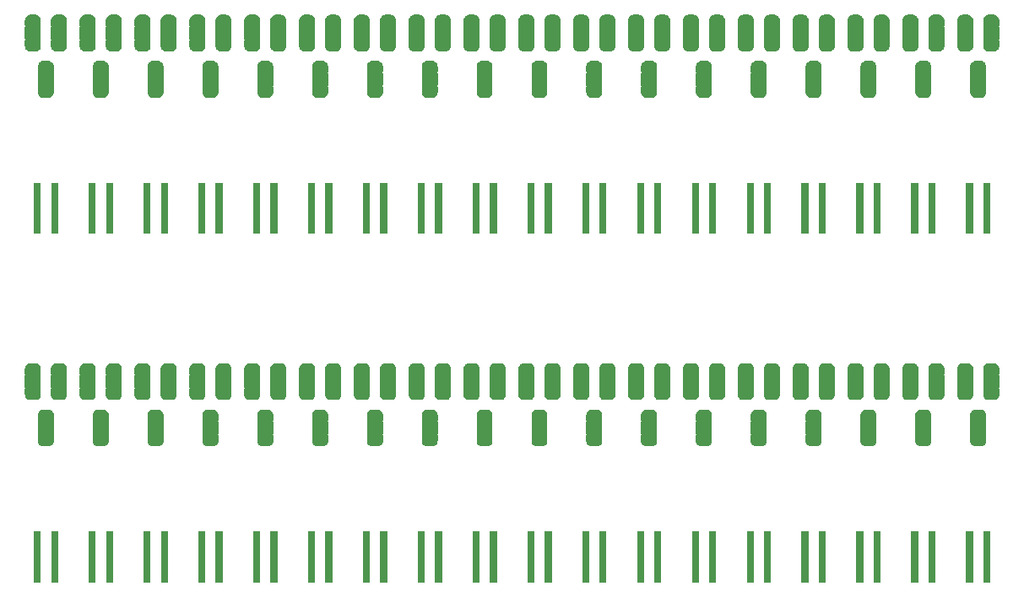
<source format=gbr>
G04 #@! TF.GenerationSoftware,KiCad,Pcbnew,5.1.5+dfsg1-2build2*
G04 #@! TF.CreationDate,2022-01-03T21:35:01-05:00*
G04 #@! TF.ProjectId,,58585858-5858-4585-9858-585858585858,rev?*
G04 #@! TF.SameCoordinates,Original*
G04 #@! TF.FileFunction,Soldermask,Bot*
G04 #@! TF.FilePolarity,Negative*
%FSLAX46Y46*%
G04 Gerber Fmt 4.6, Leading zero omitted, Abs format (unit mm)*
G04 Created by KiCad (PCBNEW 5.1.5+dfsg1-2build2) date 2022-01-03 21:35:01*
%MOMM*%
%LPD*%
G04 APERTURE LIST*
%ADD10C,0.100000*%
G04 APERTURE END LIST*
D10*
G36*
X125299900Y-122132500D02*
G01*
X124597900Y-122132500D01*
X124597900Y-117030500D01*
X125299900Y-117030500D01*
X125299900Y-122132500D01*
G37*
G36*
X130799900Y-122132500D02*
G01*
X130097900Y-122132500D01*
X130097900Y-117030500D01*
X130799900Y-117030500D01*
X130799900Y-122132500D01*
G37*
G36*
X174799900Y-122132500D02*
G01*
X174097900Y-122132500D01*
X174097900Y-117030500D01*
X174799900Y-117030500D01*
X174799900Y-122132500D01*
G37*
G36*
X169299900Y-122132500D02*
G01*
X168597900Y-122132500D01*
X168597900Y-117030500D01*
X169299900Y-117030500D01*
X169299900Y-122132500D01*
G37*
G36*
X163799900Y-122132500D02*
G01*
X163097900Y-122132500D01*
X163097900Y-117030500D01*
X163799900Y-117030500D01*
X163799900Y-122132500D01*
G37*
G36*
X158299900Y-122132500D02*
G01*
X157597900Y-122132500D01*
X157597900Y-117030500D01*
X158299900Y-117030500D01*
X158299900Y-122132500D01*
G37*
G36*
X152799900Y-122132500D02*
G01*
X152097900Y-122132500D01*
X152097900Y-117030500D01*
X152799900Y-117030500D01*
X152799900Y-122132500D01*
G37*
G36*
X147299900Y-122132500D02*
G01*
X146597900Y-122132500D01*
X146597900Y-117030500D01*
X147299900Y-117030500D01*
X147299900Y-122132500D01*
G37*
G36*
X141799900Y-122132500D02*
G01*
X141097900Y-122132500D01*
X141097900Y-117030500D01*
X141799900Y-117030500D01*
X141799900Y-122132500D01*
G37*
G36*
X136299900Y-122132500D02*
G01*
X135597900Y-122132500D01*
X135597900Y-117030500D01*
X136299900Y-117030500D01*
X136299900Y-122132500D01*
G37*
G36*
X85059900Y-122132500D02*
G01*
X84357900Y-122132500D01*
X84357900Y-117030500D01*
X85059900Y-117030500D01*
X85059900Y-122132500D01*
G37*
G36*
X119799900Y-122132500D02*
G01*
X119097900Y-122132500D01*
X119097900Y-117030500D01*
X119799900Y-117030500D01*
X119799900Y-122132500D01*
G37*
G36*
X114299900Y-122132500D02*
G01*
X113597900Y-122132500D01*
X113597900Y-117030500D01*
X114299900Y-117030500D01*
X114299900Y-122132500D01*
G37*
G36*
X108799900Y-122132500D02*
G01*
X108097900Y-122132500D01*
X108097900Y-117030500D01*
X108799900Y-117030500D01*
X108799900Y-122132500D01*
G37*
G36*
X103299900Y-122132500D02*
G01*
X102597900Y-122132500D01*
X102597900Y-117030500D01*
X103299900Y-117030500D01*
X103299900Y-122132500D01*
G37*
G36*
X97799900Y-122132500D02*
G01*
X97097900Y-122132500D01*
X97097900Y-117030500D01*
X97799900Y-117030500D01*
X97799900Y-122132500D01*
G37*
G36*
X92299900Y-122132500D02*
G01*
X91597900Y-122132500D01*
X91597900Y-117030500D01*
X92299900Y-117030500D01*
X92299900Y-122132500D01*
G37*
G36*
X86799900Y-122132500D02*
G01*
X86097900Y-122132500D01*
X86097900Y-117030500D01*
X86799900Y-117030500D01*
X86799900Y-122132500D01*
G37*
G36*
X134559900Y-122132500D02*
G01*
X133857900Y-122132500D01*
X133857900Y-117030500D01*
X134559900Y-117030500D01*
X134559900Y-122132500D01*
G37*
G36*
X173059900Y-122132500D02*
G01*
X172357900Y-122132500D01*
X172357900Y-117030500D01*
X173059900Y-117030500D01*
X173059900Y-122132500D01*
G37*
G36*
X90559900Y-122132500D02*
G01*
X89857900Y-122132500D01*
X89857900Y-117030500D01*
X90559900Y-117030500D01*
X90559900Y-122132500D01*
G37*
G36*
X96059900Y-122132500D02*
G01*
X95357900Y-122132500D01*
X95357900Y-117030500D01*
X96059900Y-117030500D01*
X96059900Y-122132500D01*
G37*
G36*
X101559900Y-122132500D02*
G01*
X100857900Y-122132500D01*
X100857900Y-117030500D01*
X101559900Y-117030500D01*
X101559900Y-122132500D01*
G37*
G36*
X107059900Y-122132500D02*
G01*
X106357900Y-122132500D01*
X106357900Y-117030500D01*
X107059900Y-117030500D01*
X107059900Y-122132500D01*
G37*
G36*
X112559900Y-122132500D02*
G01*
X111857900Y-122132500D01*
X111857900Y-117030500D01*
X112559900Y-117030500D01*
X112559900Y-122132500D01*
G37*
G36*
X118059900Y-122132500D02*
G01*
X117357900Y-122132500D01*
X117357900Y-117030500D01*
X118059900Y-117030500D01*
X118059900Y-122132500D01*
G37*
G36*
X123559900Y-122132500D02*
G01*
X122857900Y-122132500D01*
X122857900Y-117030500D01*
X123559900Y-117030500D01*
X123559900Y-122132500D01*
G37*
G36*
X129059900Y-122132500D02*
G01*
X128357900Y-122132500D01*
X128357900Y-117030500D01*
X129059900Y-117030500D01*
X129059900Y-122132500D01*
G37*
G36*
X140059900Y-122132500D02*
G01*
X139357900Y-122132500D01*
X139357900Y-117030500D01*
X140059900Y-117030500D01*
X140059900Y-122132500D01*
G37*
G36*
X145559900Y-122132500D02*
G01*
X144857900Y-122132500D01*
X144857900Y-117030500D01*
X145559900Y-117030500D01*
X145559900Y-122132500D01*
G37*
G36*
X151059900Y-122132500D02*
G01*
X150357900Y-122132500D01*
X150357900Y-117030500D01*
X151059900Y-117030500D01*
X151059900Y-122132500D01*
G37*
G36*
X156559900Y-122132500D02*
G01*
X155857900Y-122132500D01*
X155857900Y-117030500D01*
X156559900Y-117030500D01*
X156559900Y-122132500D01*
G37*
G36*
X162059900Y-122132500D02*
G01*
X161357900Y-122132500D01*
X161357900Y-117030500D01*
X162059900Y-117030500D01*
X162059900Y-122132500D01*
G37*
G36*
X167559900Y-122132500D02*
G01*
X166857900Y-122132500D01*
X166857900Y-117030500D01*
X167559900Y-117030500D01*
X167559900Y-122132500D01*
G37*
G36*
X178559900Y-122132500D02*
G01*
X177857900Y-122132500D01*
X177857900Y-117030500D01*
X178559900Y-117030500D01*
X178559900Y-122132500D01*
G37*
G36*
X180299900Y-122132500D02*
G01*
X179597900Y-122132500D01*
X179597900Y-117030500D01*
X180299900Y-117030500D01*
X180299900Y-122132500D01*
G37*
G36*
X124329099Y-104777454D02*
G01*
X124341350Y-104778056D01*
X124359769Y-104778056D01*
X124382049Y-104780250D01*
X124466133Y-104796976D01*
X124487560Y-104803476D01*
X124566758Y-104836280D01*
X124572203Y-104839191D01*
X124572209Y-104839193D01*
X124581069Y-104843929D01*
X124581073Y-104843932D01*
X124586514Y-104846840D01*
X124657799Y-104894471D01*
X124675104Y-104908672D01*
X124735728Y-104969296D01*
X124749929Y-104986601D01*
X124797560Y-105057886D01*
X124800468Y-105063327D01*
X124800471Y-105063331D01*
X124805207Y-105072191D01*
X124805209Y-105072197D01*
X124808120Y-105077642D01*
X124840924Y-105156840D01*
X124847424Y-105178267D01*
X124864150Y-105262351D01*
X124866344Y-105284631D01*
X124866344Y-105303050D01*
X124866946Y-105315301D01*
X124868752Y-105333639D01*
X124868752Y-105871360D01*
X124867163Y-105887499D01*
X124862755Y-105902028D01*
X124857294Y-105915211D01*
X124852512Y-105939245D01*
X124852511Y-105963749D01*
X124857291Y-105987782D01*
X124866668Y-106010421D01*
X124867900Y-106012265D01*
X124867900Y-107243550D01*
X124861425Y-107255664D01*
X124854312Y-107279113D01*
X124851910Y-107303499D01*
X124854312Y-107327885D01*
X124861425Y-107351334D01*
X124863748Y-107356246D01*
X124867163Y-107367501D01*
X124868752Y-107383640D01*
X124868752Y-107921362D01*
X124866946Y-107939699D01*
X124866344Y-107951950D01*
X124866344Y-107970369D01*
X124864150Y-107992649D01*
X124847424Y-108076733D01*
X124840924Y-108098160D01*
X124808120Y-108177358D01*
X124805209Y-108182803D01*
X124805207Y-108182809D01*
X124800471Y-108191669D01*
X124800468Y-108191673D01*
X124797560Y-108197114D01*
X124749929Y-108268399D01*
X124735728Y-108285704D01*
X124675104Y-108346328D01*
X124657799Y-108360529D01*
X124586514Y-108408160D01*
X124581073Y-108411068D01*
X124581069Y-108411071D01*
X124572209Y-108415807D01*
X124572203Y-108415809D01*
X124566758Y-108418720D01*
X124487560Y-108451524D01*
X124466133Y-108458024D01*
X124382049Y-108474750D01*
X124359769Y-108476944D01*
X124341350Y-108476944D01*
X124329099Y-108477546D01*
X124310762Y-108479352D01*
X123823038Y-108479352D01*
X123804701Y-108477546D01*
X123792450Y-108476944D01*
X123774031Y-108476944D01*
X123751751Y-108474750D01*
X123667667Y-108458024D01*
X123646240Y-108451524D01*
X123567042Y-108418720D01*
X123561597Y-108415809D01*
X123561591Y-108415807D01*
X123552731Y-108411071D01*
X123552727Y-108411068D01*
X123547286Y-108408160D01*
X123476001Y-108360529D01*
X123458696Y-108346328D01*
X123398072Y-108285704D01*
X123383871Y-108268399D01*
X123336240Y-108197114D01*
X123333332Y-108191673D01*
X123333329Y-108191669D01*
X123328593Y-108182809D01*
X123328591Y-108182803D01*
X123325680Y-108177358D01*
X123292876Y-108098160D01*
X123286376Y-108076733D01*
X123269650Y-107992649D01*
X123267456Y-107970369D01*
X123267456Y-107951950D01*
X123266854Y-107939699D01*
X123265048Y-107921362D01*
X123265048Y-107383640D01*
X123266637Y-107367501D01*
X123271045Y-107352972D01*
X123276506Y-107339789D01*
X123281288Y-107315755D01*
X123281289Y-107291251D01*
X123276509Y-107267218D01*
X123267132Y-107244579D01*
X123265900Y-107242735D01*
X123265900Y-106011450D01*
X123272375Y-105999336D01*
X123279488Y-105975887D01*
X123281890Y-105951501D01*
X123279488Y-105927115D01*
X123272375Y-105903666D01*
X123270052Y-105898754D01*
X123266637Y-105887499D01*
X123265048Y-105871360D01*
X123265048Y-105333639D01*
X123266854Y-105315301D01*
X123267456Y-105303050D01*
X123267456Y-105284631D01*
X123269650Y-105262351D01*
X123286376Y-105178267D01*
X123292876Y-105156840D01*
X123325680Y-105077642D01*
X123328591Y-105072197D01*
X123328593Y-105072191D01*
X123333329Y-105063331D01*
X123333332Y-105063327D01*
X123336240Y-105057886D01*
X123383871Y-104986601D01*
X123398072Y-104969296D01*
X123458696Y-104908672D01*
X123476001Y-104894471D01*
X123547286Y-104846840D01*
X123552727Y-104843932D01*
X123552731Y-104843929D01*
X123561591Y-104839193D01*
X123561597Y-104839191D01*
X123567042Y-104836280D01*
X123646240Y-104803476D01*
X123667667Y-104796976D01*
X123751751Y-104780250D01*
X123774031Y-104778056D01*
X123792450Y-104778056D01*
X123804701Y-104777454D01*
X123823039Y-104775648D01*
X124310761Y-104775648D01*
X124329099Y-104777454D01*
G37*
G36*
X129829099Y-104777454D02*
G01*
X129841350Y-104778056D01*
X129859769Y-104778056D01*
X129882049Y-104780250D01*
X129966133Y-104796976D01*
X129987560Y-104803476D01*
X130066758Y-104836280D01*
X130072203Y-104839191D01*
X130072209Y-104839193D01*
X130081069Y-104843929D01*
X130081073Y-104843932D01*
X130086514Y-104846840D01*
X130157799Y-104894471D01*
X130175104Y-104908672D01*
X130235728Y-104969296D01*
X130249929Y-104986601D01*
X130297560Y-105057886D01*
X130300468Y-105063327D01*
X130300471Y-105063331D01*
X130305207Y-105072191D01*
X130305209Y-105072197D01*
X130308120Y-105077642D01*
X130340924Y-105156840D01*
X130347424Y-105178267D01*
X130364150Y-105262351D01*
X130366344Y-105284631D01*
X130366344Y-105303050D01*
X130366946Y-105315301D01*
X130368752Y-105333639D01*
X130368752Y-105871360D01*
X130367163Y-105887499D01*
X130362755Y-105902028D01*
X130357294Y-105915211D01*
X130352512Y-105939245D01*
X130352511Y-105963749D01*
X130357291Y-105987782D01*
X130366668Y-106010421D01*
X130367900Y-106012265D01*
X130367900Y-107243550D01*
X130361425Y-107255664D01*
X130354312Y-107279113D01*
X130351910Y-107303499D01*
X130354312Y-107327885D01*
X130361425Y-107351334D01*
X130363748Y-107356246D01*
X130367163Y-107367501D01*
X130368752Y-107383640D01*
X130368752Y-107921362D01*
X130366946Y-107939699D01*
X130366344Y-107951950D01*
X130366344Y-107970369D01*
X130364150Y-107992649D01*
X130347424Y-108076733D01*
X130340924Y-108098160D01*
X130308120Y-108177358D01*
X130305209Y-108182803D01*
X130305207Y-108182809D01*
X130300471Y-108191669D01*
X130300468Y-108191673D01*
X130297560Y-108197114D01*
X130249929Y-108268399D01*
X130235728Y-108285704D01*
X130175104Y-108346328D01*
X130157799Y-108360529D01*
X130086514Y-108408160D01*
X130081073Y-108411068D01*
X130081069Y-108411071D01*
X130072209Y-108415807D01*
X130072203Y-108415809D01*
X130066758Y-108418720D01*
X129987560Y-108451524D01*
X129966133Y-108458024D01*
X129882049Y-108474750D01*
X129859769Y-108476944D01*
X129841350Y-108476944D01*
X129829099Y-108477546D01*
X129810762Y-108479352D01*
X129323038Y-108479352D01*
X129304701Y-108477546D01*
X129292450Y-108476944D01*
X129274031Y-108476944D01*
X129251751Y-108474750D01*
X129167667Y-108458024D01*
X129146240Y-108451524D01*
X129067042Y-108418720D01*
X129061597Y-108415809D01*
X129061591Y-108415807D01*
X129052731Y-108411071D01*
X129052727Y-108411068D01*
X129047286Y-108408160D01*
X128976001Y-108360529D01*
X128958696Y-108346328D01*
X128898072Y-108285704D01*
X128883871Y-108268399D01*
X128836240Y-108197114D01*
X128833332Y-108191673D01*
X128833329Y-108191669D01*
X128828593Y-108182809D01*
X128828591Y-108182803D01*
X128825680Y-108177358D01*
X128792876Y-108098160D01*
X128786376Y-108076733D01*
X128769650Y-107992649D01*
X128767456Y-107970369D01*
X128767456Y-107951950D01*
X128766854Y-107939699D01*
X128765048Y-107921362D01*
X128765048Y-107383640D01*
X128766637Y-107367501D01*
X128771045Y-107352972D01*
X128776506Y-107339789D01*
X128781288Y-107315755D01*
X128781289Y-107291251D01*
X128776509Y-107267218D01*
X128767132Y-107244579D01*
X128765900Y-107242735D01*
X128765900Y-106011450D01*
X128772375Y-105999336D01*
X128779488Y-105975887D01*
X128781890Y-105951501D01*
X128779488Y-105927115D01*
X128772375Y-105903666D01*
X128770052Y-105898754D01*
X128766637Y-105887499D01*
X128765048Y-105871360D01*
X128765048Y-105333639D01*
X128766854Y-105315301D01*
X128767456Y-105303050D01*
X128767456Y-105284631D01*
X128769650Y-105262351D01*
X128786376Y-105178267D01*
X128792876Y-105156840D01*
X128825680Y-105077642D01*
X128828591Y-105072197D01*
X128828593Y-105072191D01*
X128833329Y-105063331D01*
X128833332Y-105063327D01*
X128836240Y-105057886D01*
X128883871Y-104986601D01*
X128898072Y-104969296D01*
X128958696Y-104908672D01*
X128976001Y-104894471D01*
X129047286Y-104846840D01*
X129052727Y-104843932D01*
X129052731Y-104843929D01*
X129061591Y-104839193D01*
X129061597Y-104839191D01*
X129067042Y-104836280D01*
X129146240Y-104803476D01*
X129167667Y-104796976D01*
X129251751Y-104780250D01*
X129274031Y-104778056D01*
X129292450Y-104778056D01*
X129304701Y-104777454D01*
X129323039Y-104775648D01*
X129810761Y-104775648D01*
X129829099Y-104777454D01*
G37*
G36*
X135329099Y-104777454D02*
G01*
X135341350Y-104778056D01*
X135359769Y-104778056D01*
X135382049Y-104780250D01*
X135466133Y-104796976D01*
X135487560Y-104803476D01*
X135566758Y-104836280D01*
X135572203Y-104839191D01*
X135572209Y-104839193D01*
X135581069Y-104843929D01*
X135581073Y-104843932D01*
X135586514Y-104846840D01*
X135657799Y-104894471D01*
X135675104Y-104908672D01*
X135735728Y-104969296D01*
X135749929Y-104986601D01*
X135797560Y-105057886D01*
X135800468Y-105063327D01*
X135800471Y-105063331D01*
X135805207Y-105072191D01*
X135805209Y-105072197D01*
X135808120Y-105077642D01*
X135840924Y-105156840D01*
X135847424Y-105178267D01*
X135864150Y-105262351D01*
X135866344Y-105284631D01*
X135866344Y-105303050D01*
X135866946Y-105315301D01*
X135868752Y-105333639D01*
X135868752Y-105871360D01*
X135867163Y-105887499D01*
X135862755Y-105902028D01*
X135857294Y-105915211D01*
X135852512Y-105939245D01*
X135852511Y-105963749D01*
X135857291Y-105987782D01*
X135866668Y-106010421D01*
X135867900Y-106012265D01*
X135867900Y-107243550D01*
X135861425Y-107255664D01*
X135854312Y-107279113D01*
X135851910Y-107303499D01*
X135854312Y-107327885D01*
X135861425Y-107351334D01*
X135863748Y-107356246D01*
X135867163Y-107367501D01*
X135868752Y-107383640D01*
X135868752Y-107921362D01*
X135866946Y-107939699D01*
X135866344Y-107951950D01*
X135866344Y-107970369D01*
X135864150Y-107992649D01*
X135847424Y-108076733D01*
X135840924Y-108098160D01*
X135808120Y-108177358D01*
X135805209Y-108182803D01*
X135805207Y-108182809D01*
X135800471Y-108191669D01*
X135800468Y-108191673D01*
X135797560Y-108197114D01*
X135749929Y-108268399D01*
X135735728Y-108285704D01*
X135675104Y-108346328D01*
X135657799Y-108360529D01*
X135586514Y-108408160D01*
X135581073Y-108411068D01*
X135581069Y-108411071D01*
X135572209Y-108415807D01*
X135572203Y-108415809D01*
X135566758Y-108418720D01*
X135487560Y-108451524D01*
X135466133Y-108458024D01*
X135382049Y-108474750D01*
X135359769Y-108476944D01*
X135341350Y-108476944D01*
X135329099Y-108477546D01*
X135310762Y-108479352D01*
X134823038Y-108479352D01*
X134804701Y-108477546D01*
X134792450Y-108476944D01*
X134774031Y-108476944D01*
X134751751Y-108474750D01*
X134667667Y-108458024D01*
X134646240Y-108451524D01*
X134567042Y-108418720D01*
X134561597Y-108415809D01*
X134561591Y-108415807D01*
X134552731Y-108411071D01*
X134552727Y-108411068D01*
X134547286Y-108408160D01*
X134476001Y-108360529D01*
X134458696Y-108346328D01*
X134398072Y-108285704D01*
X134383871Y-108268399D01*
X134336240Y-108197114D01*
X134333332Y-108191673D01*
X134333329Y-108191669D01*
X134328593Y-108182809D01*
X134328591Y-108182803D01*
X134325680Y-108177358D01*
X134292876Y-108098160D01*
X134286376Y-108076733D01*
X134269650Y-107992649D01*
X134267456Y-107970369D01*
X134267456Y-107951950D01*
X134266854Y-107939699D01*
X134265048Y-107921362D01*
X134265048Y-107383640D01*
X134266637Y-107367501D01*
X134271045Y-107352972D01*
X134276506Y-107339789D01*
X134281288Y-107315755D01*
X134281289Y-107291251D01*
X134276509Y-107267218D01*
X134267132Y-107244579D01*
X134265900Y-107242735D01*
X134265900Y-106011450D01*
X134272375Y-105999336D01*
X134279488Y-105975887D01*
X134281890Y-105951501D01*
X134279488Y-105927115D01*
X134272375Y-105903666D01*
X134270052Y-105898754D01*
X134266637Y-105887499D01*
X134265048Y-105871360D01*
X134265048Y-105333639D01*
X134266854Y-105315301D01*
X134267456Y-105303050D01*
X134267456Y-105284631D01*
X134269650Y-105262351D01*
X134286376Y-105178267D01*
X134292876Y-105156840D01*
X134325680Y-105077642D01*
X134328591Y-105072197D01*
X134328593Y-105072191D01*
X134333329Y-105063331D01*
X134333332Y-105063327D01*
X134336240Y-105057886D01*
X134383871Y-104986601D01*
X134398072Y-104969296D01*
X134458696Y-104908672D01*
X134476001Y-104894471D01*
X134547286Y-104846840D01*
X134552727Y-104843932D01*
X134552731Y-104843929D01*
X134561591Y-104839193D01*
X134561597Y-104839191D01*
X134567042Y-104836280D01*
X134646240Y-104803476D01*
X134667667Y-104796976D01*
X134751751Y-104780250D01*
X134774031Y-104778056D01*
X134792450Y-104778056D01*
X134804701Y-104777454D01*
X134823039Y-104775648D01*
X135310761Y-104775648D01*
X135329099Y-104777454D01*
G37*
G36*
X140829099Y-104777454D02*
G01*
X140841350Y-104778056D01*
X140859769Y-104778056D01*
X140882049Y-104780250D01*
X140966133Y-104796976D01*
X140987560Y-104803476D01*
X141066758Y-104836280D01*
X141072203Y-104839191D01*
X141072209Y-104839193D01*
X141081069Y-104843929D01*
X141081073Y-104843932D01*
X141086514Y-104846840D01*
X141157799Y-104894471D01*
X141175104Y-104908672D01*
X141235728Y-104969296D01*
X141249929Y-104986601D01*
X141297560Y-105057886D01*
X141300468Y-105063327D01*
X141300471Y-105063331D01*
X141305207Y-105072191D01*
X141305209Y-105072197D01*
X141308120Y-105077642D01*
X141340924Y-105156840D01*
X141347424Y-105178267D01*
X141364150Y-105262351D01*
X141366344Y-105284631D01*
X141366344Y-105303050D01*
X141366946Y-105315301D01*
X141368752Y-105333639D01*
X141368752Y-105871360D01*
X141367163Y-105887499D01*
X141362755Y-105902028D01*
X141357294Y-105915211D01*
X141352512Y-105939245D01*
X141352511Y-105963749D01*
X141357291Y-105987782D01*
X141366668Y-106010421D01*
X141367900Y-106012265D01*
X141367900Y-107243550D01*
X141361425Y-107255664D01*
X141354312Y-107279113D01*
X141351910Y-107303499D01*
X141354312Y-107327885D01*
X141361425Y-107351334D01*
X141363748Y-107356246D01*
X141367163Y-107367501D01*
X141368752Y-107383640D01*
X141368752Y-107921362D01*
X141366946Y-107939699D01*
X141366344Y-107951950D01*
X141366344Y-107970369D01*
X141364150Y-107992649D01*
X141347424Y-108076733D01*
X141340924Y-108098160D01*
X141308120Y-108177358D01*
X141305209Y-108182803D01*
X141305207Y-108182809D01*
X141300471Y-108191669D01*
X141300468Y-108191673D01*
X141297560Y-108197114D01*
X141249929Y-108268399D01*
X141235728Y-108285704D01*
X141175104Y-108346328D01*
X141157799Y-108360529D01*
X141086514Y-108408160D01*
X141081073Y-108411068D01*
X141081069Y-108411071D01*
X141072209Y-108415807D01*
X141072203Y-108415809D01*
X141066758Y-108418720D01*
X140987560Y-108451524D01*
X140966133Y-108458024D01*
X140882049Y-108474750D01*
X140859769Y-108476944D01*
X140841350Y-108476944D01*
X140829099Y-108477546D01*
X140810762Y-108479352D01*
X140323038Y-108479352D01*
X140304701Y-108477546D01*
X140292450Y-108476944D01*
X140274031Y-108476944D01*
X140251751Y-108474750D01*
X140167667Y-108458024D01*
X140146240Y-108451524D01*
X140067042Y-108418720D01*
X140061597Y-108415809D01*
X140061591Y-108415807D01*
X140052731Y-108411071D01*
X140052727Y-108411068D01*
X140047286Y-108408160D01*
X139976001Y-108360529D01*
X139958696Y-108346328D01*
X139898072Y-108285704D01*
X139883871Y-108268399D01*
X139836240Y-108197114D01*
X139833332Y-108191673D01*
X139833329Y-108191669D01*
X139828593Y-108182809D01*
X139828591Y-108182803D01*
X139825680Y-108177358D01*
X139792876Y-108098160D01*
X139786376Y-108076733D01*
X139769650Y-107992649D01*
X139767456Y-107970369D01*
X139767456Y-107951950D01*
X139766854Y-107939699D01*
X139765048Y-107921362D01*
X139765048Y-107383640D01*
X139766637Y-107367501D01*
X139771045Y-107352972D01*
X139776506Y-107339789D01*
X139781288Y-107315755D01*
X139781289Y-107291251D01*
X139776509Y-107267218D01*
X139767132Y-107244579D01*
X139765900Y-107242735D01*
X139765900Y-106011450D01*
X139772375Y-105999336D01*
X139779488Y-105975887D01*
X139781890Y-105951501D01*
X139779488Y-105927115D01*
X139772375Y-105903666D01*
X139770052Y-105898754D01*
X139766637Y-105887499D01*
X139765048Y-105871360D01*
X139765048Y-105333639D01*
X139766854Y-105315301D01*
X139767456Y-105303050D01*
X139767456Y-105284631D01*
X139769650Y-105262351D01*
X139786376Y-105178267D01*
X139792876Y-105156840D01*
X139825680Y-105077642D01*
X139828591Y-105072197D01*
X139828593Y-105072191D01*
X139833329Y-105063331D01*
X139833332Y-105063327D01*
X139836240Y-105057886D01*
X139883871Y-104986601D01*
X139898072Y-104969296D01*
X139958696Y-104908672D01*
X139976001Y-104894471D01*
X140047286Y-104846840D01*
X140052727Y-104843932D01*
X140052731Y-104843929D01*
X140061591Y-104839193D01*
X140061597Y-104839191D01*
X140067042Y-104836280D01*
X140146240Y-104803476D01*
X140167667Y-104796976D01*
X140251751Y-104780250D01*
X140274031Y-104778056D01*
X140292450Y-104778056D01*
X140304701Y-104777454D01*
X140323039Y-104775648D01*
X140810761Y-104775648D01*
X140829099Y-104777454D01*
G37*
G36*
X146329099Y-104777454D02*
G01*
X146341350Y-104778056D01*
X146359769Y-104778056D01*
X146382049Y-104780250D01*
X146466133Y-104796976D01*
X146487560Y-104803476D01*
X146566758Y-104836280D01*
X146572203Y-104839191D01*
X146572209Y-104839193D01*
X146581069Y-104843929D01*
X146581073Y-104843932D01*
X146586514Y-104846840D01*
X146657799Y-104894471D01*
X146675104Y-104908672D01*
X146735728Y-104969296D01*
X146749929Y-104986601D01*
X146797560Y-105057886D01*
X146800468Y-105063327D01*
X146800471Y-105063331D01*
X146805207Y-105072191D01*
X146805209Y-105072197D01*
X146808120Y-105077642D01*
X146840924Y-105156840D01*
X146847424Y-105178267D01*
X146864150Y-105262351D01*
X146866344Y-105284631D01*
X146866344Y-105303050D01*
X146866946Y-105315301D01*
X146868752Y-105333639D01*
X146868752Y-105871360D01*
X146867163Y-105887499D01*
X146862755Y-105902028D01*
X146857294Y-105915211D01*
X146852512Y-105939245D01*
X146852511Y-105963749D01*
X146857291Y-105987782D01*
X146866668Y-106010421D01*
X146867900Y-106012265D01*
X146867900Y-107243550D01*
X146861425Y-107255664D01*
X146854312Y-107279113D01*
X146851910Y-107303499D01*
X146854312Y-107327885D01*
X146861425Y-107351334D01*
X146863748Y-107356246D01*
X146867163Y-107367501D01*
X146868752Y-107383640D01*
X146868752Y-107921362D01*
X146866946Y-107939699D01*
X146866344Y-107951950D01*
X146866344Y-107970369D01*
X146864150Y-107992649D01*
X146847424Y-108076733D01*
X146840924Y-108098160D01*
X146808120Y-108177358D01*
X146805209Y-108182803D01*
X146805207Y-108182809D01*
X146800471Y-108191669D01*
X146800468Y-108191673D01*
X146797560Y-108197114D01*
X146749929Y-108268399D01*
X146735728Y-108285704D01*
X146675104Y-108346328D01*
X146657799Y-108360529D01*
X146586514Y-108408160D01*
X146581073Y-108411068D01*
X146581069Y-108411071D01*
X146572209Y-108415807D01*
X146572203Y-108415809D01*
X146566758Y-108418720D01*
X146487560Y-108451524D01*
X146466133Y-108458024D01*
X146382049Y-108474750D01*
X146359769Y-108476944D01*
X146341350Y-108476944D01*
X146329099Y-108477546D01*
X146310762Y-108479352D01*
X145823038Y-108479352D01*
X145804701Y-108477546D01*
X145792450Y-108476944D01*
X145774031Y-108476944D01*
X145751751Y-108474750D01*
X145667667Y-108458024D01*
X145646240Y-108451524D01*
X145567042Y-108418720D01*
X145561597Y-108415809D01*
X145561591Y-108415807D01*
X145552731Y-108411071D01*
X145552727Y-108411068D01*
X145547286Y-108408160D01*
X145476001Y-108360529D01*
X145458696Y-108346328D01*
X145398072Y-108285704D01*
X145383871Y-108268399D01*
X145336240Y-108197114D01*
X145333332Y-108191673D01*
X145333329Y-108191669D01*
X145328593Y-108182809D01*
X145328591Y-108182803D01*
X145325680Y-108177358D01*
X145292876Y-108098160D01*
X145286376Y-108076733D01*
X145269650Y-107992649D01*
X145267456Y-107970369D01*
X145267456Y-107951950D01*
X145266854Y-107939699D01*
X145265048Y-107921362D01*
X145265048Y-107383640D01*
X145266637Y-107367501D01*
X145271045Y-107352972D01*
X145276506Y-107339789D01*
X145281288Y-107315755D01*
X145281289Y-107291251D01*
X145276509Y-107267218D01*
X145267132Y-107244579D01*
X145265900Y-107242735D01*
X145265900Y-106011450D01*
X145272375Y-105999336D01*
X145279488Y-105975887D01*
X145281890Y-105951501D01*
X145279488Y-105927115D01*
X145272375Y-105903666D01*
X145270052Y-105898754D01*
X145266637Y-105887499D01*
X145265048Y-105871360D01*
X145265048Y-105333639D01*
X145266854Y-105315301D01*
X145267456Y-105303050D01*
X145267456Y-105284631D01*
X145269650Y-105262351D01*
X145286376Y-105178267D01*
X145292876Y-105156840D01*
X145325680Y-105077642D01*
X145328591Y-105072197D01*
X145328593Y-105072191D01*
X145333329Y-105063331D01*
X145333332Y-105063327D01*
X145336240Y-105057886D01*
X145383871Y-104986601D01*
X145398072Y-104969296D01*
X145458696Y-104908672D01*
X145476001Y-104894471D01*
X145547286Y-104846840D01*
X145552727Y-104843932D01*
X145552731Y-104843929D01*
X145561591Y-104839193D01*
X145561597Y-104839191D01*
X145567042Y-104836280D01*
X145646240Y-104803476D01*
X145667667Y-104796976D01*
X145751751Y-104780250D01*
X145774031Y-104778056D01*
X145792450Y-104778056D01*
X145804701Y-104777454D01*
X145823039Y-104775648D01*
X146310761Y-104775648D01*
X146329099Y-104777454D01*
G37*
G36*
X151829099Y-104777454D02*
G01*
X151841350Y-104778056D01*
X151859769Y-104778056D01*
X151882049Y-104780250D01*
X151966133Y-104796976D01*
X151987560Y-104803476D01*
X152066758Y-104836280D01*
X152072203Y-104839191D01*
X152072209Y-104839193D01*
X152081069Y-104843929D01*
X152081073Y-104843932D01*
X152086514Y-104846840D01*
X152157799Y-104894471D01*
X152175104Y-104908672D01*
X152235728Y-104969296D01*
X152249929Y-104986601D01*
X152297560Y-105057886D01*
X152300468Y-105063327D01*
X152300471Y-105063331D01*
X152305207Y-105072191D01*
X152305209Y-105072197D01*
X152308120Y-105077642D01*
X152340924Y-105156840D01*
X152347424Y-105178267D01*
X152364150Y-105262351D01*
X152366344Y-105284631D01*
X152366344Y-105303050D01*
X152366946Y-105315301D01*
X152368752Y-105333639D01*
X152368752Y-105871360D01*
X152367163Y-105887499D01*
X152362755Y-105902028D01*
X152357294Y-105915211D01*
X152352512Y-105939245D01*
X152352511Y-105963749D01*
X152357291Y-105987782D01*
X152366668Y-106010421D01*
X152367900Y-106012265D01*
X152367900Y-107243550D01*
X152361425Y-107255664D01*
X152354312Y-107279113D01*
X152351910Y-107303499D01*
X152354312Y-107327885D01*
X152361425Y-107351334D01*
X152363748Y-107356246D01*
X152367163Y-107367501D01*
X152368752Y-107383640D01*
X152368752Y-107921362D01*
X152366946Y-107939699D01*
X152366344Y-107951950D01*
X152366344Y-107970369D01*
X152364150Y-107992649D01*
X152347424Y-108076733D01*
X152340924Y-108098160D01*
X152308120Y-108177358D01*
X152305209Y-108182803D01*
X152305207Y-108182809D01*
X152300471Y-108191669D01*
X152300468Y-108191673D01*
X152297560Y-108197114D01*
X152249929Y-108268399D01*
X152235728Y-108285704D01*
X152175104Y-108346328D01*
X152157799Y-108360529D01*
X152086514Y-108408160D01*
X152081073Y-108411068D01*
X152081069Y-108411071D01*
X152072209Y-108415807D01*
X152072203Y-108415809D01*
X152066758Y-108418720D01*
X151987560Y-108451524D01*
X151966133Y-108458024D01*
X151882049Y-108474750D01*
X151859769Y-108476944D01*
X151841350Y-108476944D01*
X151829099Y-108477546D01*
X151810762Y-108479352D01*
X151323038Y-108479352D01*
X151304701Y-108477546D01*
X151292450Y-108476944D01*
X151274031Y-108476944D01*
X151251751Y-108474750D01*
X151167667Y-108458024D01*
X151146240Y-108451524D01*
X151067042Y-108418720D01*
X151061597Y-108415809D01*
X151061591Y-108415807D01*
X151052731Y-108411071D01*
X151052727Y-108411068D01*
X151047286Y-108408160D01*
X150976001Y-108360529D01*
X150958696Y-108346328D01*
X150898072Y-108285704D01*
X150883871Y-108268399D01*
X150836240Y-108197114D01*
X150833332Y-108191673D01*
X150833329Y-108191669D01*
X150828593Y-108182809D01*
X150828591Y-108182803D01*
X150825680Y-108177358D01*
X150792876Y-108098160D01*
X150786376Y-108076733D01*
X150769650Y-107992649D01*
X150767456Y-107970369D01*
X150767456Y-107951950D01*
X150766854Y-107939699D01*
X150765048Y-107921362D01*
X150765048Y-107383640D01*
X150766637Y-107367501D01*
X150771045Y-107352972D01*
X150776506Y-107339789D01*
X150781288Y-107315755D01*
X150781289Y-107291251D01*
X150776509Y-107267218D01*
X150767132Y-107244579D01*
X150765900Y-107242735D01*
X150765900Y-106011450D01*
X150772375Y-105999336D01*
X150779488Y-105975887D01*
X150781890Y-105951501D01*
X150779488Y-105927115D01*
X150772375Y-105903666D01*
X150770052Y-105898754D01*
X150766637Y-105887499D01*
X150765048Y-105871360D01*
X150765048Y-105333639D01*
X150766854Y-105315301D01*
X150767456Y-105303050D01*
X150767456Y-105284631D01*
X150769650Y-105262351D01*
X150786376Y-105178267D01*
X150792876Y-105156840D01*
X150825680Y-105077642D01*
X150828591Y-105072197D01*
X150828593Y-105072191D01*
X150833329Y-105063331D01*
X150833332Y-105063327D01*
X150836240Y-105057886D01*
X150883871Y-104986601D01*
X150898072Y-104969296D01*
X150958696Y-104908672D01*
X150976001Y-104894471D01*
X151047286Y-104846840D01*
X151052727Y-104843932D01*
X151052731Y-104843929D01*
X151061591Y-104839193D01*
X151061597Y-104839191D01*
X151067042Y-104836280D01*
X151146240Y-104803476D01*
X151167667Y-104796976D01*
X151251751Y-104780250D01*
X151274031Y-104778056D01*
X151292450Y-104778056D01*
X151304701Y-104777454D01*
X151323039Y-104775648D01*
X151810761Y-104775648D01*
X151829099Y-104777454D01*
G37*
G36*
X157329099Y-104777454D02*
G01*
X157341350Y-104778056D01*
X157359769Y-104778056D01*
X157382049Y-104780250D01*
X157466133Y-104796976D01*
X157487560Y-104803476D01*
X157566758Y-104836280D01*
X157572203Y-104839191D01*
X157572209Y-104839193D01*
X157581069Y-104843929D01*
X157581073Y-104843932D01*
X157586514Y-104846840D01*
X157657799Y-104894471D01*
X157675104Y-104908672D01*
X157735728Y-104969296D01*
X157749929Y-104986601D01*
X157797560Y-105057886D01*
X157800468Y-105063327D01*
X157800471Y-105063331D01*
X157805207Y-105072191D01*
X157805209Y-105072197D01*
X157808120Y-105077642D01*
X157840924Y-105156840D01*
X157847424Y-105178267D01*
X157864150Y-105262351D01*
X157866344Y-105284631D01*
X157866344Y-105303050D01*
X157866946Y-105315301D01*
X157868752Y-105333639D01*
X157868752Y-105871360D01*
X157867163Y-105887499D01*
X157862755Y-105902028D01*
X157857294Y-105915211D01*
X157852512Y-105939245D01*
X157852511Y-105963749D01*
X157857291Y-105987782D01*
X157866668Y-106010421D01*
X157867900Y-106012265D01*
X157867900Y-107243550D01*
X157861425Y-107255664D01*
X157854312Y-107279113D01*
X157851910Y-107303499D01*
X157854312Y-107327885D01*
X157861425Y-107351334D01*
X157863748Y-107356246D01*
X157867163Y-107367501D01*
X157868752Y-107383640D01*
X157868752Y-107921362D01*
X157866946Y-107939699D01*
X157866344Y-107951950D01*
X157866344Y-107970369D01*
X157864150Y-107992649D01*
X157847424Y-108076733D01*
X157840924Y-108098160D01*
X157808120Y-108177358D01*
X157805209Y-108182803D01*
X157805207Y-108182809D01*
X157800471Y-108191669D01*
X157800468Y-108191673D01*
X157797560Y-108197114D01*
X157749929Y-108268399D01*
X157735728Y-108285704D01*
X157675104Y-108346328D01*
X157657799Y-108360529D01*
X157586514Y-108408160D01*
X157581073Y-108411068D01*
X157581069Y-108411071D01*
X157572209Y-108415807D01*
X157572203Y-108415809D01*
X157566758Y-108418720D01*
X157487560Y-108451524D01*
X157466133Y-108458024D01*
X157382049Y-108474750D01*
X157359769Y-108476944D01*
X157341350Y-108476944D01*
X157329099Y-108477546D01*
X157310762Y-108479352D01*
X156823038Y-108479352D01*
X156804701Y-108477546D01*
X156792450Y-108476944D01*
X156774031Y-108476944D01*
X156751751Y-108474750D01*
X156667667Y-108458024D01*
X156646240Y-108451524D01*
X156567042Y-108418720D01*
X156561597Y-108415809D01*
X156561591Y-108415807D01*
X156552731Y-108411071D01*
X156552727Y-108411068D01*
X156547286Y-108408160D01*
X156476001Y-108360529D01*
X156458696Y-108346328D01*
X156398072Y-108285704D01*
X156383871Y-108268399D01*
X156336240Y-108197114D01*
X156333332Y-108191673D01*
X156333329Y-108191669D01*
X156328593Y-108182809D01*
X156328591Y-108182803D01*
X156325680Y-108177358D01*
X156292876Y-108098160D01*
X156286376Y-108076733D01*
X156269650Y-107992649D01*
X156267456Y-107970369D01*
X156267456Y-107951950D01*
X156266854Y-107939699D01*
X156265048Y-107921362D01*
X156265048Y-107383640D01*
X156266637Y-107367501D01*
X156271045Y-107352972D01*
X156276506Y-107339789D01*
X156281288Y-107315755D01*
X156281289Y-107291251D01*
X156276509Y-107267218D01*
X156267132Y-107244579D01*
X156265900Y-107242735D01*
X156265900Y-106011450D01*
X156272375Y-105999336D01*
X156279488Y-105975887D01*
X156281890Y-105951501D01*
X156279488Y-105927115D01*
X156272375Y-105903666D01*
X156270052Y-105898754D01*
X156266637Y-105887499D01*
X156265048Y-105871360D01*
X156265048Y-105333639D01*
X156266854Y-105315301D01*
X156267456Y-105303050D01*
X156267456Y-105284631D01*
X156269650Y-105262351D01*
X156286376Y-105178267D01*
X156292876Y-105156840D01*
X156325680Y-105077642D01*
X156328591Y-105072197D01*
X156328593Y-105072191D01*
X156333329Y-105063331D01*
X156333332Y-105063327D01*
X156336240Y-105057886D01*
X156383871Y-104986601D01*
X156398072Y-104969296D01*
X156458696Y-104908672D01*
X156476001Y-104894471D01*
X156547286Y-104846840D01*
X156552727Y-104843932D01*
X156552731Y-104843929D01*
X156561591Y-104839193D01*
X156561597Y-104839191D01*
X156567042Y-104836280D01*
X156646240Y-104803476D01*
X156667667Y-104796976D01*
X156751751Y-104780250D01*
X156774031Y-104778056D01*
X156792450Y-104778056D01*
X156804701Y-104777454D01*
X156823039Y-104775648D01*
X157310761Y-104775648D01*
X157329099Y-104777454D01*
G37*
G36*
X162829099Y-104777454D02*
G01*
X162841350Y-104778056D01*
X162859769Y-104778056D01*
X162882049Y-104780250D01*
X162966133Y-104796976D01*
X162987560Y-104803476D01*
X163066758Y-104836280D01*
X163072203Y-104839191D01*
X163072209Y-104839193D01*
X163081069Y-104843929D01*
X163081073Y-104843932D01*
X163086514Y-104846840D01*
X163157799Y-104894471D01*
X163175104Y-104908672D01*
X163235728Y-104969296D01*
X163249929Y-104986601D01*
X163297560Y-105057886D01*
X163300468Y-105063327D01*
X163300471Y-105063331D01*
X163305207Y-105072191D01*
X163305209Y-105072197D01*
X163308120Y-105077642D01*
X163340924Y-105156840D01*
X163347424Y-105178267D01*
X163364150Y-105262351D01*
X163366344Y-105284631D01*
X163366344Y-105303050D01*
X163366946Y-105315301D01*
X163368752Y-105333639D01*
X163368752Y-105871360D01*
X163367163Y-105887499D01*
X163362755Y-105902028D01*
X163357294Y-105915211D01*
X163352512Y-105939245D01*
X163352511Y-105963749D01*
X163357291Y-105987782D01*
X163366668Y-106010421D01*
X163367900Y-106012265D01*
X163367900Y-107243550D01*
X163361425Y-107255664D01*
X163354312Y-107279113D01*
X163351910Y-107303499D01*
X163354312Y-107327885D01*
X163361425Y-107351334D01*
X163363748Y-107356246D01*
X163367163Y-107367501D01*
X163368752Y-107383640D01*
X163368752Y-107921362D01*
X163366946Y-107939699D01*
X163366344Y-107951950D01*
X163366344Y-107970369D01*
X163364150Y-107992649D01*
X163347424Y-108076733D01*
X163340924Y-108098160D01*
X163308120Y-108177358D01*
X163305209Y-108182803D01*
X163305207Y-108182809D01*
X163300471Y-108191669D01*
X163300468Y-108191673D01*
X163297560Y-108197114D01*
X163249929Y-108268399D01*
X163235728Y-108285704D01*
X163175104Y-108346328D01*
X163157799Y-108360529D01*
X163086514Y-108408160D01*
X163081073Y-108411068D01*
X163081069Y-108411071D01*
X163072209Y-108415807D01*
X163072203Y-108415809D01*
X163066758Y-108418720D01*
X162987560Y-108451524D01*
X162966133Y-108458024D01*
X162882049Y-108474750D01*
X162859769Y-108476944D01*
X162841350Y-108476944D01*
X162829099Y-108477546D01*
X162810762Y-108479352D01*
X162323038Y-108479352D01*
X162304701Y-108477546D01*
X162292450Y-108476944D01*
X162274031Y-108476944D01*
X162251751Y-108474750D01*
X162167667Y-108458024D01*
X162146240Y-108451524D01*
X162067042Y-108418720D01*
X162061597Y-108415809D01*
X162061591Y-108415807D01*
X162052731Y-108411071D01*
X162052727Y-108411068D01*
X162047286Y-108408160D01*
X161976001Y-108360529D01*
X161958696Y-108346328D01*
X161898072Y-108285704D01*
X161883871Y-108268399D01*
X161836240Y-108197114D01*
X161833332Y-108191673D01*
X161833329Y-108191669D01*
X161828593Y-108182809D01*
X161828591Y-108182803D01*
X161825680Y-108177358D01*
X161792876Y-108098160D01*
X161786376Y-108076733D01*
X161769650Y-107992649D01*
X161767456Y-107970369D01*
X161767456Y-107951950D01*
X161766854Y-107939699D01*
X161765048Y-107921362D01*
X161765048Y-107383640D01*
X161766637Y-107367501D01*
X161771045Y-107352972D01*
X161776506Y-107339789D01*
X161781288Y-107315755D01*
X161781289Y-107291251D01*
X161776509Y-107267218D01*
X161767132Y-107244579D01*
X161765900Y-107242735D01*
X161765900Y-106011450D01*
X161772375Y-105999336D01*
X161779488Y-105975887D01*
X161781890Y-105951501D01*
X161779488Y-105927115D01*
X161772375Y-105903666D01*
X161770052Y-105898754D01*
X161766637Y-105887499D01*
X161765048Y-105871360D01*
X161765048Y-105333639D01*
X161766854Y-105315301D01*
X161767456Y-105303050D01*
X161767456Y-105284631D01*
X161769650Y-105262351D01*
X161786376Y-105178267D01*
X161792876Y-105156840D01*
X161825680Y-105077642D01*
X161828591Y-105072197D01*
X161828593Y-105072191D01*
X161833329Y-105063331D01*
X161833332Y-105063327D01*
X161836240Y-105057886D01*
X161883871Y-104986601D01*
X161898072Y-104969296D01*
X161958696Y-104908672D01*
X161976001Y-104894471D01*
X162047286Y-104846840D01*
X162052727Y-104843932D01*
X162052731Y-104843929D01*
X162061591Y-104839193D01*
X162061597Y-104839191D01*
X162067042Y-104836280D01*
X162146240Y-104803476D01*
X162167667Y-104796976D01*
X162251751Y-104780250D01*
X162274031Y-104778056D01*
X162292450Y-104778056D01*
X162304701Y-104777454D01*
X162323039Y-104775648D01*
X162810761Y-104775648D01*
X162829099Y-104777454D01*
G37*
G36*
X168329099Y-104777454D02*
G01*
X168341350Y-104778056D01*
X168359769Y-104778056D01*
X168382049Y-104780250D01*
X168466133Y-104796976D01*
X168487560Y-104803476D01*
X168566758Y-104836280D01*
X168572203Y-104839191D01*
X168572209Y-104839193D01*
X168581069Y-104843929D01*
X168581073Y-104843932D01*
X168586514Y-104846840D01*
X168657799Y-104894471D01*
X168675104Y-104908672D01*
X168735728Y-104969296D01*
X168749929Y-104986601D01*
X168797560Y-105057886D01*
X168800468Y-105063327D01*
X168800471Y-105063331D01*
X168805207Y-105072191D01*
X168805209Y-105072197D01*
X168808120Y-105077642D01*
X168840924Y-105156840D01*
X168847424Y-105178267D01*
X168864150Y-105262351D01*
X168866344Y-105284631D01*
X168866344Y-105303050D01*
X168866946Y-105315301D01*
X168868752Y-105333639D01*
X168868752Y-105871360D01*
X168867163Y-105887499D01*
X168862755Y-105902028D01*
X168857294Y-105915211D01*
X168852512Y-105939245D01*
X168852511Y-105963749D01*
X168857291Y-105987782D01*
X168866668Y-106010421D01*
X168867900Y-106012265D01*
X168867900Y-107243550D01*
X168861425Y-107255664D01*
X168854312Y-107279113D01*
X168851910Y-107303499D01*
X168854312Y-107327885D01*
X168861425Y-107351334D01*
X168863748Y-107356246D01*
X168867163Y-107367501D01*
X168868752Y-107383640D01*
X168868752Y-107921362D01*
X168866946Y-107939699D01*
X168866344Y-107951950D01*
X168866344Y-107970369D01*
X168864150Y-107992649D01*
X168847424Y-108076733D01*
X168840924Y-108098160D01*
X168808120Y-108177358D01*
X168805209Y-108182803D01*
X168805207Y-108182809D01*
X168800471Y-108191669D01*
X168800468Y-108191673D01*
X168797560Y-108197114D01*
X168749929Y-108268399D01*
X168735728Y-108285704D01*
X168675104Y-108346328D01*
X168657799Y-108360529D01*
X168586514Y-108408160D01*
X168581073Y-108411068D01*
X168581069Y-108411071D01*
X168572209Y-108415807D01*
X168572203Y-108415809D01*
X168566758Y-108418720D01*
X168487560Y-108451524D01*
X168466133Y-108458024D01*
X168382049Y-108474750D01*
X168359769Y-108476944D01*
X168341350Y-108476944D01*
X168329099Y-108477546D01*
X168310762Y-108479352D01*
X167823038Y-108479352D01*
X167804701Y-108477546D01*
X167792450Y-108476944D01*
X167774031Y-108476944D01*
X167751751Y-108474750D01*
X167667667Y-108458024D01*
X167646240Y-108451524D01*
X167567042Y-108418720D01*
X167561597Y-108415809D01*
X167561591Y-108415807D01*
X167552731Y-108411071D01*
X167552727Y-108411068D01*
X167547286Y-108408160D01*
X167476001Y-108360529D01*
X167458696Y-108346328D01*
X167398072Y-108285704D01*
X167383871Y-108268399D01*
X167336240Y-108197114D01*
X167333332Y-108191673D01*
X167333329Y-108191669D01*
X167328593Y-108182809D01*
X167328591Y-108182803D01*
X167325680Y-108177358D01*
X167292876Y-108098160D01*
X167286376Y-108076733D01*
X167269650Y-107992649D01*
X167267456Y-107970369D01*
X167267456Y-107951950D01*
X167266854Y-107939699D01*
X167265048Y-107921362D01*
X167265048Y-107383640D01*
X167266637Y-107367501D01*
X167271045Y-107352972D01*
X167276506Y-107339789D01*
X167281288Y-107315755D01*
X167281289Y-107291251D01*
X167276509Y-107267218D01*
X167267132Y-107244579D01*
X167265900Y-107242735D01*
X167265900Y-106011450D01*
X167272375Y-105999336D01*
X167279488Y-105975887D01*
X167281890Y-105951501D01*
X167279488Y-105927115D01*
X167272375Y-105903666D01*
X167270052Y-105898754D01*
X167266637Y-105887499D01*
X167265048Y-105871360D01*
X167265048Y-105333639D01*
X167266854Y-105315301D01*
X167267456Y-105303050D01*
X167267456Y-105284631D01*
X167269650Y-105262351D01*
X167286376Y-105178267D01*
X167292876Y-105156840D01*
X167325680Y-105077642D01*
X167328591Y-105072197D01*
X167328593Y-105072191D01*
X167333329Y-105063331D01*
X167333332Y-105063327D01*
X167336240Y-105057886D01*
X167383871Y-104986601D01*
X167398072Y-104969296D01*
X167458696Y-104908672D01*
X167476001Y-104894471D01*
X167547286Y-104846840D01*
X167552727Y-104843932D01*
X167552731Y-104843929D01*
X167561591Y-104839193D01*
X167561597Y-104839191D01*
X167567042Y-104836280D01*
X167646240Y-104803476D01*
X167667667Y-104796976D01*
X167751751Y-104780250D01*
X167774031Y-104778056D01*
X167792450Y-104778056D01*
X167804701Y-104777454D01*
X167823039Y-104775648D01*
X168310761Y-104775648D01*
X168329099Y-104777454D01*
G37*
G36*
X113329099Y-104777454D02*
G01*
X113341350Y-104778056D01*
X113359769Y-104778056D01*
X113382049Y-104780250D01*
X113466133Y-104796976D01*
X113487560Y-104803476D01*
X113566758Y-104836280D01*
X113572203Y-104839191D01*
X113572209Y-104839193D01*
X113581069Y-104843929D01*
X113581073Y-104843932D01*
X113586514Y-104846840D01*
X113657799Y-104894471D01*
X113675104Y-104908672D01*
X113735728Y-104969296D01*
X113749929Y-104986601D01*
X113797560Y-105057886D01*
X113800468Y-105063327D01*
X113800471Y-105063331D01*
X113805207Y-105072191D01*
X113805209Y-105072197D01*
X113808120Y-105077642D01*
X113840924Y-105156840D01*
X113847424Y-105178267D01*
X113864150Y-105262351D01*
X113866344Y-105284631D01*
X113866344Y-105303050D01*
X113866946Y-105315301D01*
X113868752Y-105333639D01*
X113868752Y-105871360D01*
X113867163Y-105887499D01*
X113862755Y-105902028D01*
X113857294Y-105915211D01*
X113852512Y-105939245D01*
X113852511Y-105963749D01*
X113857291Y-105987782D01*
X113866668Y-106010421D01*
X113867900Y-106012265D01*
X113867900Y-107243550D01*
X113861425Y-107255664D01*
X113854312Y-107279113D01*
X113851910Y-107303499D01*
X113854312Y-107327885D01*
X113861425Y-107351334D01*
X113863748Y-107356246D01*
X113867163Y-107367501D01*
X113868752Y-107383640D01*
X113868752Y-107921362D01*
X113866946Y-107939699D01*
X113866344Y-107951950D01*
X113866344Y-107970369D01*
X113864150Y-107992649D01*
X113847424Y-108076733D01*
X113840924Y-108098160D01*
X113808120Y-108177358D01*
X113805209Y-108182803D01*
X113805207Y-108182809D01*
X113800471Y-108191669D01*
X113800468Y-108191673D01*
X113797560Y-108197114D01*
X113749929Y-108268399D01*
X113735728Y-108285704D01*
X113675104Y-108346328D01*
X113657799Y-108360529D01*
X113586514Y-108408160D01*
X113581073Y-108411068D01*
X113581069Y-108411071D01*
X113572209Y-108415807D01*
X113572203Y-108415809D01*
X113566758Y-108418720D01*
X113487560Y-108451524D01*
X113466133Y-108458024D01*
X113382049Y-108474750D01*
X113359769Y-108476944D01*
X113341350Y-108476944D01*
X113329099Y-108477546D01*
X113310762Y-108479352D01*
X112823038Y-108479352D01*
X112804701Y-108477546D01*
X112792450Y-108476944D01*
X112774031Y-108476944D01*
X112751751Y-108474750D01*
X112667667Y-108458024D01*
X112646240Y-108451524D01*
X112567042Y-108418720D01*
X112561597Y-108415809D01*
X112561591Y-108415807D01*
X112552731Y-108411071D01*
X112552727Y-108411068D01*
X112547286Y-108408160D01*
X112476001Y-108360529D01*
X112458696Y-108346328D01*
X112398072Y-108285704D01*
X112383871Y-108268399D01*
X112336240Y-108197114D01*
X112333332Y-108191673D01*
X112333329Y-108191669D01*
X112328593Y-108182809D01*
X112328591Y-108182803D01*
X112325680Y-108177358D01*
X112292876Y-108098160D01*
X112286376Y-108076733D01*
X112269650Y-107992649D01*
X112267456Y-107970369D01*
X112267456Y-107951950D01*
X112266854Y-107939699D01*
X112265048Y-107921362D01*
X112265048Y-107383640D01*
X112266637Y-107367501D01*
X112271045Y-107352972D01*
X112276506Y-107339789D01*
X112281288Y-107315755D01*
X112281289Y-107291251D01*
X112276509Y-107267218D01*
X112267132Y-107244579D01*
X112265900Y-107242735D01*
X112265900Y-106011450D01*
X112272375Y-105999336D01*
X112279488Y-105975887D01*
X112281890Y-105951501D01*
X112279488Y-105927115D01*
X112272375Y-105903666D01*
X112270052Y-105898754D01*
X112266637Y-105887499D01*
X112265048Y-105871360D01*
X112265048Y-105333639D01*
X112266854Y-105315301D01*
X112267456Y-105303050D01*
X112267456Y-105284631D01*
X112269650Y-105262351D01*
X112286376Y-105178267D01*
X112292876Y-105156840D01*
X112325680Y-105077642D01*
X112328591Y-105072197D01*
X112328593Y-105072191D01*
X112333329Y-105063331D01*
X112333332Y-105063327D01*
X112336240Y-105057886D01*
X112383871Y-104986601D01*
X112398072Y-104969296D01*
X112458696Y-104908672D01*
X112476001Y-104894471D01*
X112547286Y-104846840D01*
X112552727Y-104843932D01*
X112552731Y-104843929D01*
X112561591Y-104839193D01*
X112561597Y-104839191D01*
X112567042Y-104836280D01*
X112646240Y-104803476D01*
X112667667Y-104796976D01*
X112751751Y-104780250D01*
X112774031Y-104778056D01*
X112792450Y-104778056D01*
X112804701Y-104777454D01*
X112823039Y-104775648D01*
X113310761Y-104775648D01*
X113329099Y-104777454D01*
G37*
G36*
X118829099Y-104777454D02*
G01*
X118841350Y-104778056D01*
X118859769Y-104778056D01*
X118882049Y-104780250D01*
X118966133Y-104796976D01*
X118987560Y-104803476D01*
X119066758Y-104836280D01*
X119072203Y-104839191D01*
X119072209Y-104839193D01*
X119081069Y-104843929D01*
X119081073Y-104843932D01*
X119086514Y-104846840D01*
X119157799Y-104894471D01*
X119175104Y-104908672D01*
X119235728Y-104969296D01*
X119249929Y-104986601D01*
X119297560Y-105057886D01*
X119300468Y-105063327D01*
X119300471Y-105063331D01*
X119305207Y-105072191D01*
X119305209Y-105072197D01*
X119308120Y-105077642D01*
X119340924Y-105156840D01*
X119347424Y-105178267D01*
X119364150Y-105262351D01*
X119366344Y-105284631D01*
X119366344Y-105303050D01*
X119366946Y-105315301D01*
X119368752Y-105333639D01*
X119368752Y-105871360D01*
X119367163Y-105887499D01*
X119362755Y-105902028D01*
X119357294Y-105915211D01*
X119352512Y-105939245D01*
X119352511Y-105963749D01*
X119357291Y-105987782D01*
X119366668Y-106010421D01*
X119367900Y-106012265D01*
X119367900Y-107243550D01*
X119361425Y-107255664D01*
X119354312Y-107279113D01*
X119351910Y-107303499D01*
X119354312Y-107327885D01*
X119361425Y-107351334D01*
X119363748Y-107356246D01*
X119367163Y-107367501D01*
X119368752Y-107383640D01*
X119368752Y-107921362D01*
X119366946Y-107939699D01*
X119366344Y-107951950D01*
X119366344Y-107970369D01*
X119364150Y-107992649D01*
X119347424Y-108076733D01*
X119340924Y-108098160D01*
X119308120Y-108177358D01*
X119305209Y-108182803D01*
X119305207Y-108182809D01*
X119300471Y-108191669D01*
X119300468Y-108191673D01*
X119297560Y-108197114D01*
X119249929Y-108268399D01*
X119235728Y-108285704D01*
X119175104Y-108346328D01*
X119157799Y-108360529D01*
X119086514Y-108408160D01*
X119081073Y-108411068D01*
X119081069Y-108411071D01*
X119072209Y-108415807D01*
X119072203Y-108415809D01*
X119066758Y-108418720D01*
X118987560Y-108451524D01*
X118966133Y-108458024D01*
X118882049Y-108474750D01*
X118859769Y-108476944D01*
X118841350Y-108476944D01*
X118829099Y-108477546D01*
X118810762Y-108479352D01*
X118323038Y-108479352D01*
X118304701Y-108477546D01*
X118292450Y-108476944D01*
X118274031Y-108476944D01*
X118251751Y-108474750D01*
X118167667Y-108458024D01*
X118146240Y-108451524D01*
X118067042Y-108418720D01*
X118061597Y-108415809D01*
X118061591Y-108415807D01*
X118052731Y-108411071D01*
X118052727Y-108411068D01*
X118047286Y-108408160D01*
X117976001Y-108360529D01*
X117958696Y-108346328D01*
X117898072Y-108285704D01*
X117883871Y-108268399D01*
X117836240Y-108197114D01*
X117833332Y-108191673D01*
X117833329Y-108191669D01*
X117828593Y-108182809D01*
X117828591Y-108182803D01*
X117825680Y-108177358D01*
X117792876Y-108098160D01*
X117786376Y-108076733D01*
X117769650Y-107992649D01*
X117767456Y-107970369D01*
X117767456Y-107951950D01*
X117766854Y-107939699D01*
X117765048Y-107921362D01*
X117765048Y-107383640D01*
X117766637Y-107367501D01*
X117771045Y-107352972D01*
X117776506Y-107339789D01*
X117781288Y-107315755D01*
X117781289Y-107291251D01*
X117776509Y-107267218D01*
X117767132Y-107244579D01*
X117765900Y-107242735D01*
X117765900Y-106011450D01*
X117772375Y-105999336D01*
X117779488Y-105975887D01*
X117781890Y-105951501D01*
X117779488Y-105927115D01*
X117772375Y-105903666D01*
X117770052Y-105898754D01*
X117766637Y-105887499D01*
X117765048Y-105871360D01*
X117765048Y-105333639D01*
X117766854Y-105315301D01*
X117767456Y-105303050D01*
X117767456Y-105284631D01*
X117769650Y-105262351D01*
X117786376Y-105178267D01*
X117792876Y-105156840D01*
X117825680Y-105077642D01*
X117828591Y-105072197D01*
X117828593Y-105072191D01*
X117833329Y-105063331D01*
X117833332Y-105063327D01*
X117836240Y-105057886D01*
X117883871Y-104986601D01*
X117898072Y-104969296D01*
X117958696Y-104908672D01*
X117976001Y-104894471D01*
X118047286Y-104846840D01*
X118052727Y-104843932D01*
X118052731Y-104843929D01*
X118061591Y-104839193D01*
X118061597Y-104839191D01*
X118067042Y-104836280D01*
X118146240Y-104803476D01*
X118167667Y-104796976D01*
X118251751Y-104780250D01*
X118274031Y-104778056D01*
X118292450Y-104778056D01*
X118304701Y-104777454D01*
X118323039Y-104775648D01*
X118810761Y-104775648D01*
X118829099Y-104777454D01*
G37*
G36*
X179329099Y-104777454D02*
G01*
X179341350Y-104778056D01*
X179359769Y-104778056D01*
X179382049Y-104780250D01*
X179466133Y-104796976D01*
X179487560Y-104803476D01*
X179566758Y-104836280D01*
X179572203Y-104839191D01*
X179572209Y-104839193D01*
X179581069Y-104843929D01*
X179581073Y-104843932D01*
X179586514Y-104846840D01*
X179657799Y-104894471D01*
X179675104Y-104908672D01*
X179735728Y-104969296D01*
X179749929Y-104986601D01*
X179797560Y-105057886D01*
X179800468Y-105063327D01*
X179800471Y-105063331D01*
X179805207Y-105072191D01*
X179805209Y-105072197D01*
X179808120Y-105077642D01*
X179840924Y-105156840D01*
X179847424Y-105178267D01*
X179864150Y-105262351D01*
X179866344Y-105284631D01*
X179866344Y-105303050D01*
X179866946Y-105315301D01*
X179868752Y-105333639D01*
X179868752Y-105871360D01*
X179867163Y-105887499D01*
X179862755Y-105902028D01*
X179857294Y-105915211D01*
X179852512Y-105939245D01*
X179852511Y-105963749D01*
X179857291Y-105987782D01*
X179866668Y-106010421D01*
X179867900Y-106012265D01*
X179867900Y-107243550D01*
X179861425Y-107255664D01*
X179854312Y-107279113D01*
X179851910Y-107303499D01*
X179854312Y-107327885D01*
X179861425Y-107351334D01*
X179863748Y-107356246D01*
X179867163Y-107367501D01*
X179868752Y-107383640D01*
X179868752Y-107921362D01*
X179866946Y-107939699D01*
X179866344Y-107951950D01*
X179866344Y-107970369D01*
X179864150Y-107992649D01*
X179847424Y-108076733D01*
X179840924Y-108098160D01*
X179808120Y-108177358D01*
X179805209Y-108182803D01*
X179805207Y-108182809D01*
X179800471Y-108191669D01*
X179800468Y-108191673D01*
X179797560Y-108197114D01*
X179749929Y-108268399D01*
X179735728Y-108285704D01*
X179675104Y-108346328D01*
X179657799Y-108360529D01*
X179586514Y-108408160D01*
X179581073Y-108411068D01*
X179581069Y-108411071D01*
X179572209Y-108415807D01*
X179572203Y-108415809D01*
X179566758Y-108418720D01*
X179487560Y-108451524D01*
X179466133Y-108458024D01*
X179382049Y-108474750D01*
X179359769Y-108476944D01*
X179341350Y-108476944D01*
X179329099Y-108477546D01*
X179310762Y-108479352D01*
X178823038Y-108479352D01*
X178804701Y-108477546D01*
X178792450Y-108476944D01*
X178774031Y-108476944D01*
X178751751Y-108474750D01*
X178667667Y-108458024D01*
X178646240Y-108451524D01*
X178567042Y-108418720D01*
X178561597Y-108415809D01*
X178561591Y-108415807D01*
X178552731Y-108411071D01*
X178552727Y-108411068D01*
X178547286Y-108408160D01*
X178476001Y-108360529D01*
X178458696Y-108346328D01*
X178398072Y-108285704D01*
X178383871Y-108268399D01*
X178336240Y-108197114D01*
X178333332Y-108191673D01*
X178333329Y-108191669D01*
X178328593Y-108182809D01*
X178328591Y-108182803D01*
X178325680Y-108177358D01*
X178292876Y-108098160D01*
X178286376Y-108076733D01*
X178269650Y-107992649D01*
X178267456Y-107970369D01*
X178267456Y-107951950D01*
X178266854Y-107939699D01*
X178265048Y-107921362D01*
X178265048Y-107383640D01*
X178266637Y-107367501D01*
X178271045Y-107352972D01*
X178276506Y-107339789D01*
X178281288Y-107315755D01*
X178281289Y-107291251D01*
X178276509Y-107267218D01*
X178267132Y-107244579D01*
X178265900Y-107242735D01*
X178265900Y-106011450D01*
X178272375Y-105999336D01*
X178279488Y-105975887D01*
X178281890Y-105951501D01*
X178279488Y-105927115D01*
X178272375Y-105903666D01*
X178270052Y-105898754D01*
X178266637Y-105887499D01*
X178265048Y-105871360D01*
X178265048Y-105333639D01*
X178266854Y-105315301D01*
X178267456Y-105303050D01*
X178267456Y-105284631D01*
X178269650Y-105262351D01*
X178286376Y-105178267D01*
X178292876Y-105156840D01*
X178325680Y-105077642D01*
X178328591Y-105072197D01*
X178328593Y-105072191D01*
X178333329Y-105063331D01*
X178333332Y-105063327D01*
X178336240Y-105057886D01*
X178383871Y-104986601D01*
X178398072Y-104969296D01*
X178458696Y-104908672D01*
X178476001Y-104894471D01*
X178547286Y-104846840D01*
X178552727Y-104843932D01*
X178552731Y-104843929D01*
X178561591Y-104839193D01*
X178561597Y-104839191D01*
X178567042Y-104836280D01*
X178646240Y-104803476D01*
X178667667Y-104796976D01*
X178751751Y-104780250D01*
X178774031Y-104778056D01*
X178792450Y-104778056D01*
X178804701Y-104777454D01*
X178823039Y-104775648D01*
X179310761Y-104775648D01*
X179329099Y-104777454D01*
G37*
G36*
X173829099Y-104777454D02*
G01*
X173841350Y-104778056D01*
X173859769Y-104778056D01*
X173882049Y-104780250D01*
X173966133Y-104796976D01*
X173987560Y-104803476D01*
X174066758Y-104836280D01*
X174072203Y-104839191D01*
X174072209Y-104839193D01*
X174081069Y-104843929D01*
X174081073Y-104843932D01*
X174086514Y-104846840D01*
X174157799Y-104894471D01*
X174175104Y-104908672D01*
X174235728Y-104969296D01*
X174249929Y-104986601D01*
X174297560Y-105057886D01*
X174300468Y-105063327D01*
X174300471Y-105063331D01*
X174305207Y-105072191D01*
X174305209Y-105072197D01*
X174308120Y-105077642D01*
X174340924Y-105156840D01*
X174347424Y-105178267D01*
X174364150Y-105262351D01*
X174366344Y-105284631D01*
X174366344Y-105303050D01*
X174366946Y-105315301D01*
X174368752Y-105333639D01*
X174368752Y-105871360D01*
X174367163Y-105887499D01*
X174362755Y-105902028D01*
X174357294Y-105915211D01*
X174352512Y-105939245D01*
X174352511Y-105963749D01*
X174357291Y-105987782D01*
X174366668Y-106010421D01*
X174367900Y-106012265D01*
X174367900Y-107243550D01*
X174361425Y-107255664D01*
X174354312Y-107279113D01*
X174351910Y-107303499D01*
X174354312Y-107327885D01*
X174361425Y-107351334D01*
X174363748Y-107356246D01*
X174367163Y-107367501D01*
X174368752Y-107383640D01*
X174368752Y-107921362D01*
X174366946Y-107939699D01*
X174366344Y-107951950D01*
X174366344Y-107970369D01*
X174364150Y-107992649D01*
X174347424Y-108076733D01*
X174340924Y-108098160D01*
X174308120Y-108177358D01*
X174305209Y-108182803D01*
X174305207Y-108182809D01*
X174300471Y-108191669D01*
X174300468Y-108191673D01*
X174297560Y-108197114D01*
X174249929Y-108268399D01*
X174235728Y-108285704D01*
X174175104Y-108346328D01*
X174157799Y-108360529D01*
X174086514Y-108408160D01*
X174081073Y-108411068D01*
X174081069Y-108411071D01*
X174072209Y-108415807D01*
X174072203Y-108415809D01*
X174066758Y-108418720D01*
X173987560Y-108451524D01*
X173966133Y-108458024D01*
X173882049Y-108474750D01*
X173859769Y-108476944D01*
X173841350Y-108476944D01*
X173829099Y-108477546D01*
X173810762Y-108479352D01*
X173323038Y-108479352D01*
X173304701Y-108477546D01*
X173292450Y-108476944D01*
X173274031Y-108476944D01*
X173251751Y-108474750D01*
X173167667Y-108458024D01*
X173146240Y-108451524D01*
X173067042Y-108418720D01*
X173061597Y-108415809D01*
X173061591Y-108415807D01*
X173052731Y-108411071D01*
X173052727Y-108411068D01*
X173047286Y-108408160D01*
X172976001Y-108360529D01*
X172958696Y-108346328D01*
X172898072Y-108285704D01*
X172883871Y-108268399D01*
X172836240Y-108197114D01*
X172833332Y-108191673D01*
X172833329Y-108191669D01*
X172828593Y-108182809D01*
X172828591Y-108182803D01*
X172825680Y-108177358D01*
X172792876Y-108098160D01*
X172786376Y-108076733D01*
X172769650Y-107992649D01*
X172767456Y-107970369D01*
X172767456Y-107951950D01*
X172766854Y-107939699D01*
X172765048Y-107921362D01*
X172765048Y-107383640D01*
X172766637Y-107367501D01*
X172771045Y-107352972D01*
X172776506Y-107339789D01*
X172781288Y-107315755D01*
X172781289Y-107291251D01*
X172776509Y-107267218D01*
X172767132Y-107244579D01*
X172765900Y-107242735D01*
X172765900Y-106011450D01*
X172772375Y-105999336D01*
X172779488Y-105975887D01*
X172781890Y-105951501D01*
X172779488Y-105927115D01*
X172772375Y-105903666D01*
X172770052Y-105898754D01*
X172766637Y-105887499D01*
X172765048Y-105871360D01*
X172765048Y-105333639D01*
X172766854Y-105315301D01*
X172767456Y-105303050D01*
X172767456Y-105284631D01*
X172769650Y-105262351D01*
X172786376Y-105178267D01*
X172792876Y-105156840D01*
X172825680Y-105077642D01*
X172828591Y-105072197D01*
X172828593Y-105072191D01*
X172833329Y-105063331D01*
X172833332Y-105063327D01*
X172836240Y-105057886D01*
X172883871Y-104986601D01*
X172898072Y-104969296D01*
X172958696Y-104908672D01*
X172976001Y-104894471D01*
X173047286Y-104846840D01*
X173052727Y-104843932D01*
X173052731Y-104843929D01*
X173061591Y-104839193D01*
X173061597Y-104839191D01*
X173067042Y-104836280D01*
X173146240Y-104803476D01*
X173167667Y-104796976D01*
X173251751Y-104780250D01*
X173274031Y-104778056D01*
X173292450Y-104778056D01*
X173304701Y-104777454D01*
X173323039Y-104775648D01*
X173810761Y-104775648D01*
X173829099Y-104777454D01*
G37*
G36*
X85829099Y-104777454D02*
G01*
X85841350Y-104778056D01*
X85859769Y-104778056D01*
X85882049Y-104780250D01*
X85966133Y-104796976D01*
X85987560Y-104803476D01*
X86066758Y-104836280D01*
X86072203Y-104839191D01*
X86072209Y-104839193D01*
X86081069Y-104843929D01*
X86081073Y-104843932D01*
X86086514Y-104846840D01*
X86157799Y-104894471D01*
X86175104Y-104908672D01*
X86235728Y-104969296D01*
X86249929Y-104986601D01*
X86297560Y-105057886D01*
X86300468Y-105063327D01*
X86300471Y-105063331D01*
X86305207Y-105072191D01*
X86305209Y-105072197D01*
X86308120Y-105077642D01*
X86340924Y-105156840D01*
X86347424Y-105178267D01*
X86364150Y-105262351D01*
X86366344Y-105284631D01*
X86366344Y-105303050D01*
X86366946Y-105315301D01*
X86368752Y-105333639D01*
X86368752Y-105871360D01*
X86367163Y-105887499D01*
X86362755Y-105902028D01*
X86357294Y-105915211D01*
X86352512Y-105939245D01*
X86352511Y-105963749D01*
X86357291Y-105987782D01*
X86366668Y-106010421D01*
X86367900Y-106012265D01*
X86367900Y-107243550D01*
X86361425Y-107255664D01*
X86354312Y-107279113D01*
X86351910Y-107303499D01*
X86354312Y-107327885D01*
X86361425Y-107351334D01*
X86363748Y-107356246D01*
X86367163Y-107367501D01*
X86368752Y-107383640D01*
X86368752Y-107921362D01*
X86366946Y-107939699D01*
X86366344Y-107951950D01*
X86366344Y-107970369D01*
X86364150Y-107992649D01*
X86347424Y-108076733D01*
X86340924Y-108098160D01*
X86308120Y-108177358D01*
X86305209Y-108182803D01*
X86305207Y-108182809D01*
X86300471Y-108191669D01*
X86300468Y-108191673D01*
X86297560Y-108197114D01*
X86249929Y-108268399D01*
X86235728Y-108285704D01*
X86175104Y-108346328D01*
X86157799Y-108360529D01*
X86086514Y-108408160D01*
X86081073Y-108411068D01*
X86081069Y-108411071D01*
X86072209Y-108415807D01*
X86072203Y-108415809D01*
X86066758Y-108418720D01*
X85987560Y-108451524D01*
X85966133Y-108458024D01*
X85882049Y-108474750D01*
X85859769Y-108476944D01*
X85841350Y-108476944D01*
X85829099Y-108477546D01*
X85810762Y-108479352D01*
X85323038Y-108479352D01*
X85304701Y-108477546D01*
X85292450Y-108476944D01*
X85274031Y-108476944D01*
X85251751Y-108474750D01*
X85167667Y-108458024D01*
X85146240Y-108451524D01*
X85067042Y-108418720D01*
X85061597Y-108415809D01*
X85061591Y-108415807D01*
X85052731Y-108411071D01*
X85052727Y-108411068D01*
X85047286Y-108408160D01*
X84976001Y-108360529D01*
X84958696Y-108346328D01*
X84898072Y-108285704D01*
X84883871Y-108268399D01*
X84836240Y-108197114D01*
X84833332Y-108191673D01*
X84833329Y-108191669D01*
X84828593Y-108182809D01*
X84828591Y-108182803D01*
X84825680Y-108177358D01*
X84792876Y-108098160D01*
X84786376Y-108076733D01*
X84769650Y-107992649D01*
X84767456Y-107970369D01*
X84767456Y-107951950D01*
X84766854Y-107939699D01*
X84765048Y-107921362D01*
X84765048Y-107383640D01*
X84766637Y-107367501D01*
X84771045Y-107352972D01*
X84776506Y-107339789D01*
X84781288Y-107315755D01*
X84781289Y-107291251D01*
X84776509Y-107267218D01*
X84767132Y-107244579D01*
X84765900Y-107242735D01*
X84765900Y-106011450D01*
X84772375Y-105999336D01*
X84779488Y-105975887D01*
X84781890Y-105951501D01*
X84779488Y-105927115D01*
X84772375Y-105903666D01*
X84770052Y-105898754D01*
X84766637Y-105887499D01*
X84765048Y-105871360D01*
X84765048Y-105333639D01*
X84766854Y-105315301D01*
X84767456Y-105303050D01*
X84767456Y-105284631D01*
X84769650Y-105262351D01*
X84786376Y-105178267D01*
X84792876Y-105156840D01*
X84825680Y-105077642D01*
X84828591Y-105072197D01*
X84828593Y-105072191D01*
X84833329Y-105063331D01*
X84833332Y-105063327D01*
X84836240Y-105057886D01*
X84883871Y-104986601D01*
X84898072Y-104969296D01*
X84958696Y-104908672D01*
X84976001Y-104894471D01*
X85047286Y-104846840D01*
X85052727Y-104843932D01*
X85052731Y-104843929D01*
X85061591Y-104839193D01*
X85061597Y-104839191D01*
X85067042Y-104836280D01*
X85146240Y-104803476D01*
X85167667Y-104796976D01*
X85251751Y-104780250D01*
X85274031Y-104778056D01*
X85292450Y-104778056D01*
X85304701Y-104777454D01*
X85323039Y-104775648D01*
X85810761Y-104775648D01*
X85829099Y-104777454D01*
G37*
G36*
X91329099Y-104777454D02*
G01*
X91341350Y-104778056D01*
X91359769Y-104778056D01*
X91382049Y-104780250D01*
X91466133Y-104796976D01*
X91487560Y-104803476D01*
X91566758Y-104836280D01*
X91572203Y-104839191D01*
X91572209Y-104839193D01*
X91581069Y-104843929D01*
X91581073Y-104843932D01*
X91586514Y-104846840D01*
X91657799Y-104894471D01*
X91675104Y-104908672D01*
X91735728Y-104969296D01*
X91749929Y-104986601D01*
X91797560Y-105057886D01*
X91800468Y-105063327D01*
X91800471Y-105063331D01*
X91805207Y-105072191D01*
X91805209Y-105072197D01*
X91808120Y-105077642D01*
X91840924Y-105156840D01*
X91847424Y-105178267D01*
X91864150Y-105262351D01*
X91866344Y-105284631D01*
X91866344Y-105303050D01*
X91866946Y-105315301D01*
X91868752Y-105333639D01*
X91868752Y-105871360D01*
X91867163Y-105887499D01*
X91862755Y-105902028D01*
X91857294Y-105915211D01*
X91852512Y-105939245D01*
X91852511Y-105963749D01*
X91857291Y-105987782D01*
X91866668Y-106010421D01*
X91867900Y-106012265D01*
X91867900Y-107243550D01*
X91861425Y-107255664D01*
X91854312Y-107279113D01*
X91851910Y-107303499D01*
X91854312Y-107327885D01*
X91861425Y-107351334D01*
X91863748Y-107356246D01*
X91867163Y-107367501D01*
X91868752Y-107383640D01*
X91868752Y-107921362D01*
X91866946Y-107939699D01*
X91866344Y-107951950D01*
X91866344Y-107970369D01*
X91864150Y-107992649D01*
X91847424Y-108076733D01*
X91840924Y-108098160D01*
X91808120Y-108177358D01*
X91805209Y-108182803D01*
X91805207Y-108182809D01*
X91800471Y-108191669D01*
X91800468Y-108191673D01*
X91797560Y-108197114D01*
X91749929Y-108268399D01*
X91735728Y-108285704D01*
X91675104Y-108346328D01*
X91657799Y-108360529D01*
X91586514Y-108408160D01*
X91581073Y-108411068D01*
X91581069Y-108411071D01*
X91572209Y-108415807D01*
X91572203Y-108415809D01*
X91566758Y-108418720D01*
X91487560Y-108451524D01*
X91466133Y-108458024D01*
X91382049Y-108474750D01*
X91359769Y-108476944D01*
X91341350Y-108476944D01*
X91329099Y-108477546D01*
X91310762Y-108479352D01*
X90823038Y-108479352D01*
X90804701Y-108477546D01*
X90792450Y-108476944D01*
X90774031Y-108476944D01*
X90751751Y-108474750D01*
X90667667Y-108458024D01*
X90646240Y-108451524D01*
X90567042Y-108418720D01*
X90561597Y-108415809D01*
X90561591Y-108415807D01*
X90552731Y-108411071D01*
X90552727Y-108411068D01*
X90547286Y-108408160D01*
X90476001Y-108360529D01*
X90458696Y-108346328D01*
X90398072Y-108285704D01*
X90383871Y-108268399D01*
X90336240Y-108197114D01*
X90333332Y-108191673D01*
X90333329Y-108191669D01*
X90328593Y-108182809D01*
X90328591Y-108182803D01*
X90325680Y-108177358D01*
X90292876Y-108098160D01*
X90286376Y-108076733D01*
X90269650Y-107992649D01*
X90267456Y-107970369D01*
X90267456Y-107951950D01*
X90266854Y-107939699D01*
X90265048Y-107921362D01*
X90265048Y-107383640D01*
X90266637Y-107367501D01*
X90271045Y-107352972D01*
X90276506Y-107339789D01*
X90281288Y-107315755D01*
X90281289Y-107291251D01*
X90276509Y-107267218D01*
X90267132Y-107244579D01*
X90265900Y-107242735D01*
X90265900Y-106011450D01*
X90272375Y-105999336D01*
X90279488Y-105975887D01*
X90281890Y-105951501D01*
X90279488Y-105927115D01*
X90272375Y-105903666D01*
X90270052Y-105898754D01*
X90266637Y-105887499D01*
X90265048Y-105871360D01*
X90265048Y-105333639D01*
X90266854Y-105315301D01*
X90267456Y-105303050D01*
X90267456Y-105284631D01*
X90269650Y-105262351D01*
X90286376Y-105178267D01*
X90292876Y-105156840D01*
X90325680Y-105077642D01*
X90328591Y-105072197D01*
X90328593Y-105072191D01*
X90333329Y-105063331D01*
X90333332Y-105063327D01*
X90336240Y-105057886D01*
X90383871Y-104986601D01*
X90398072Y-104969296D01*
X90458696Y-104908672D01*
X90476001Y-104894471D01*
X90547286Y-104846840D01*
X90552727Y-104843932D01*
X90552731Y-104843929D01*
X90561591Y-104839193D01*
X90561597Y-104839191D01*
X90567042Y-104836280D01*
X90646240Y-104803476D01*
X90667667Y-104796976D01*
X90751751Y-104780250D01*
X90774031Y-104778056D01*
X90792450Y-104778056D01*
X90804701Y-104777454D01*
X90823039Y-104775648D01*
X91310761Y-104775648D01*
X91329099Y-104777454D01*
G37*
G36*
X96829099Y-104777454D02*
G01*
X96841350Y-104778056D01*
X96859769Y-104778056D01*
X96882049Y-104780250D01*
X96966133Y-104796976D01*
X96987560Y-104803476D01*
X97066758Y-104836280D01*
X97072203Y-104839191D01*
X97072209Y-104839193D01*
X97081069Y-104843929D01*
X97081073Y-104843932D01*
X97086514Y-104846840D01*
X97157799Y-104894471D01*
X97175104Y-104908672D01*
X97235728Y-104969296D01*
X97249929Y-104986601D01*
X97297560Y-105057886D01*
X97300468Y-105063327D01*
X97300471Y-105063331D01*
X97305207Y-105072191D01*
X97305209Y-105072197D01*
X97308120Y-105077642D01*
X97340924Y-105156840D01*
X97347424Y-105178267D01*
X97364150Y-105262351D01*
X97366344Y-105284631D01*
X97366344Y-105303050D01*
X97366946Y-105315301D01*
X97368752Y-105333639D01*
X97368752Y-105871360D01*
X97367163Y-105887499D01*
X97362755Y-105902028D01*
X97357294Y-105915211D01*
X97352512Y-105939245D01*
X97352511Y-105963749D01*
X97357291Y-105987782D01*
X97366668Y-106010421D01*
X97367900Y-106012265D01*
X97367900Y-107243550D01*
X97361425Y-107255664D01*
X97354312Y-107279113D01*
X97351910Y-107303499D01*
X97354312Y-107327885D01*
X97361425Y-107351334D01*
X97363748Y-107356246D01*
X97367163Y-107367501D01*
X97368752Y-107383640D01*
X97368752Y-107921361D01*
X97366946Y-107939699D01*
X97366344Y-107951950D01*
X97366344Y-107970369D01*
X97364150Y-107992649D01*
X97347424Y-108076733D01*
X97340924Y-108098160D01*
X97308120Y-108177358D01*
X97305209Y-108182803D01*
X97305207Y-108182809D01*
X97300471Y-108191669D01*
X97300468Y-108191673D01*
X97297560Y-108197114D01*
X97249929Y-108268399D01*
X97235728Y-108285704D01*
X97175104Y-108346328D01*
X97157799Y-108360529D01*
X97086514Y-108408160D01*
X97081073Y-108411068D01*
X97081069Y-108411071D01*
X97072209Y-108415807D01*
X97072203Y-108415809D01*
X97066758Y-108418720D01*
X96987560Y-108451524D01*
X96966133Y-108458024D01*
X96882049Y-108474750D01*
X96859769Y-108476944D01*
X96841350Y-108476944D01*
X96829099Y-108477546D01*
X96810762Y-108479352D01*
X96323038Y-108479352D01*
X96304701Y-108477546D01*
X96292450Y-108476944D01*
X96274031Y-108476944D01*
X96251751Y-108474750D01*
X96167667Y-108458024D01*
X96146240Y-108451524D01*
X96067042Y-108418720D01*
X96061597Y-108415809D01*
X96061591Y-108415807D01*
X96052731Y-108411071D01*
X96052727Y-108411068D01*
X96047286Y-108408160D01*
X95976001Y-108360529D01*
X95958696Y-108346328D01*
X95898072Y-108285704D01*
X95883871Y-108268399D01*
X95836240Y-108197114D01*
X95833332Y-108191673D01*
X95833329Y-108191669D01*
X95828593Y-108182809D01*
X95828591Y-108182803D01*
X95825680Y-108177358D01*
X95792876Y-108098160D01*
X95786376Y-108076733D01*
X95769650Y-107992649D01*
X95767456Y-107970369D01*
X95767456Y-107951950D01*
X95766854Y-107939699D01*
X95765048Y-107921362D01*
X95765048Y-107383640D01*
X95766637Y-107367501D01*
X95771045Y-107352972D01*
X95776506Y-107339789D01*
X95781288Y-107315755D01*
X95781289Y-107291251D01*
X95776509Y-107267218D01*
X95767132Y-107244579D01*
X95765900Y-107242735D01*
X95765900Y-106011450D01*
X95772375Y-105999336D01*
X95779488Y-105975887D01*
X95781890Y-105951501D01*
X95779488Y-105927115D01*
X95772375Y-105903666D01*
X95770052Y-105898754D01*
X95766637Y-105887499D01*
X95765048Y-105871360D01*
X95765048Y-105333639D01*
X95766854Y-105315301D01*
X95767456Y-105303050D01*
X95767456Y-105284631D01*
X95769650Y-105262351D01*
X95786376Y-105178267D01*
X95792876Y-105156840D01*
X95825680Y-105077642D01*
X95828591Y-105072197D01*
X95828593Y-105072191D01*
X95833329Y-105063331D01*
X95833332Y-105063327D01*
X95836240Y-105057886D01*
X95883871Y-104986601D01*
X95898072Y-104969296D01*
X95958696Y-104908672D01*
X95976001Y-104894471D01*
X96047286Y-104846840D01*
X96052727Y-104843932D01*
X96052731Y-104843929D01*
X96061591Y-104839193D01*
X96061597Y-104839191D01*
X96067042Y-104836280D01*
X96146240Y-104803476D01*
X96167667Y-104796976D01*
X96251751Y-104780250D01*
X96274031Y-104778056D01*
X96292450Y-104778056D01*
X96304701Y-104777454D01*
X96323039Y-104775648D01*
X96810761Y-104775648D01*
X96829099Y-104777454D01*
G37*
G36*
X102329099Y-104777454D02*
G01*
X102341350Y-104778056D01*
X102359769Y-104778056D01*
X102382049Y-104780250D01*
X102466133Y-104796976D01*
X102487560Y-104803476D01*
X102566758Y-104836280D01*
X102572203Y-104839191D01*
X102572209Y-104839193D01*
X102581069Y-104843929D01*
X102581073Y-104843932D01*
X102586514Y-104846840D01*
X102657799Y-104894471D01*
X102675104Y-104908672D01*
X102735728Y-104969296D01*
X102749929Y-104986601D01*
X102797560Y-105057886D01*
X102800468Y-105063327D01*
X102800471Y-105063331D01*
X102805207Y-105072191D01*
X102805209Y-105072197D01*
X102808120Y-105077642D01*
X102840924Y-105156840D01*
X102847424Y-105178267D01*
X102864150Y-105262351D01*
X102866344Y-105284631D01*
X102866344Y-105303050D01*
X102866946Y-105315301D01*
X102868752Y-105333639D01*
X102868752Y-105871360D01*
X102867163Y-105887499D01*
X102862755Y-105902028D01*
X102857294Y-105915211D01*
X102852512Y-105939245D01*
X102852511Y-105963749D01*
X102857291Y-105987782D01*
X102866668Y-106010421D01*
X102867900Y-106012265D01*
X102867900Y-107243550D01*
X102861425Y-107255664D01*
X102854312Y-107279113D01*
X102851910Y-107303499D01*
X102854312Y-107327885D01*
X102861425Y-107351334D01*
X102863748Y-107356246D01*
X102867163Y-107367501D01*
X102868752Y-107383640D01*
X102868752Y-107921362D01*
X102866946Y-107939699D01*
X102866344Y-107951950D01*
X102866344Y-107970369D01*
X102864150Y-107992649D01*
X102847424Y-108076733D01*
X102840924Y-108098160D01*
X102808120Y-108177358D01*
X102805209Y-108182803D01*
X102805207Y-108182809D01*
X102800471Y-108191669D01*
X102800468Y-108191673D01*
X102797560Y-108197114D01*
X102749929Y-108268399D01*
X102735728Y-108285704D01*
X102675104Y-108346328D01*
X102657799Y-108360529D01*
X102586514Y-108408160D01*
X102581073Y-108411068D01*
X102581069Y-108411071D01*
X102572209Y-108415807D01*
X102572203Y-108415809D01*
X102566758Y-108418720D01*
X102487560Y-108451524D01*
X102466133Y-108458024D01*
X102382049Y-108474750D01*
X102359769Y-108476944D01*
X102341350Y-108476944D01*
X102329099Y-108477546D01*
X102310762Y-108479352D01*
X101823038Y-108479352D01*
X101804701Y-108477546D01*
X101792450Y-108476944D01*
X101774031Y-108476944D01*
X101751751Y-108474750D01*
X101667667Y-108458024D01*
X101646240Y-108451524D01*
X101567042Y-108418720D01*
X101561597Y-108415809D01*
X101561591Y-108415807D01*
X101552731Y-108411071D01*
X101552727Y-108411068D01*
X101547286Y-108408160D01*
X101476001Y-108360529D01*
X101458696Y-108346328D01*
X101398072Y-108285704D01*
X101383871Y-108268399D01*
X101336240Y-108197114D01*
X101333332Y-108191673D01*
X101333329Y-108191669D01*
X101328593Y-108182809D01*
X101328591Y-108182803D01*
X101325680Y-108177358D01*
X101292876Y-108098160D01*
X101286376Y-108076733D01*
X101269650Y-107992649D01*
X101267456Y-107970369D01*
X101267456Y-107951950D01*
X101266854Y-107939699D01*
X101265048Y-107921362D01*
X101265048Y-107383640D01*
X101266637Y-107367501D01*
X101271045Y-107352972D01*
X101276506Y-107339789D01*
X101281288Y-107315755D01*
X101281289Y-107291251D01*
X101276509Y-107267218D01*
X101267132Y-107244579D01*
X101265900Y-107242735D01*
X101265900Y-106011450D01*
X101272375Y-105999336D01*
X101279488Y-105975887D01*
X101281890Y-105951501D01*
X101279488Y-105927115D01*
X101272375Y-105903666D01*
X101270052Y-105898754D01*
X101266637Y-105887499D01*
X101265048Y-105871360D01*
X101265048Y-105333639D01*
X101266854Y-105315301D01*
X101267456Y-105303050D01*
X101267456Y-105284631D01*
X101269650Y-105262351D01*
X101286376Y-105178267D01*
X101292876Y-105156840D01*
X101325680Y-105077642D01*
X101328591Y-105072197D01*
X101328593Y-105072191D01*
X101333329Y-105063331D01*
X101333332Y-105063327D01*
X101336240Y-105057886D01*
X101383871Y-104986601D01*
X101398072Y-104969296D01*
X101458696Y-104908672D01*
X101476001Y-104894471D01*
X101547286Y-104846840D01*
X101552727Y-104843932D01*
X101552731Y-104843929D01*
X101561591Y-104839193D01*
X101561597Y-104839191D01*
X101567042Y-104836280D01*
X101646240Y-104803476D01*
X101667667Y-104796976D01*
X101751751Y-104780250D01*
X101774031Y-104778056D01*
X101792450Y-104778056D01*
X101804701Y-104777454D01*
X101823039Y-104775648D01*
X102310761Y-104775648D01*
X102329099Y-104777454D01*
G37*
G36*
X107829099Y-104777454D02*
G01*
X107841350Y-104778056D01*
X107859769Y-104778056D01*
X107882049Y-104780250D01*
X107966133Y-104796976D01*
X107987560Y-104803476D01*
X108066758Y-104836280D01*
X108072203Y-104839191D01*
X108072209Y-104839193D01*
X108081069Y-104843929D01*
X108081073Y-104843932D01*
X108086514Y-104846840D01*
X108157799Y-104894471D01*
X108175104Y-104908672D01*
X108235728Y-104969296D01*
X108249929Y-104986601D01*
X108297560Y-105057886D01*
X108300468Y-105063327D01*
X108300471Y-105063331D01*
X108305207Y-105072191D01*
X108305209Y-105072197D01*
X108308120Y-105077642D01*
X108340924Y-105156840D01*
X108347424Y-105178267D01*
X108364150Y-105262351D01*
X108366344Y-105284631D01*
X108366344Y-105303050D01*
X108366946Y-105315301D01*
X108368752Y-105333639D01*
X108368752Y-105871360D01*
X108367163Y-105887499D01*
X108362755Y-105902028D01*
X108357294Y-105915211D01*
X108352512Y-105939245D01*
X108352511Y-105963749D01*
X108357291Y-105987782D01*
X108366668Y-106010421D01*
X108367900Y-106012265D01*
X108367900Y-107243550D01*
X108361425Y-107255664D01*
X108354312Y-107279113D01*
X108351910Y-107303499D01*
X108354312Y-107327885D01*
X108361425Y-107351334D01*
X108363748Y-107356246D01*
X108367163Y-107367501D01*
X108368752Y-107383640D01*
X108368752Y-107921362D01*
X108366946Y-107939699D01*
X108366344Y-107951950D01*
X108366344Y-107970369D01*
X108364150Y-107992649D01*
X108347424Y-108076733D01*
X108340924Y-108098160D01*
X108308120Y-108177358D01*
X108305209Y-108182803D01*
X108305207Y-108182809D01*
X108300471Y-108191669D01*
X108300468Y-108191673D01*
X108297560Y-108197114D01*
X108249929Y-108268399D01*
X108235728Y-108285704D01*
X108175104Y-108346328D01*
X108157799Y-108360529D01*
X108086514Y-108408160D01*
X108081073Y-108411068D01*
X108081069Y-108411071D01*
X108072209Y-108415807D01*
X108072203Y-108415809D01*
X108066758Y-108418720D01*
X107987560Y-108451524D01*
X107966133Y-108458024D01*
X107882049Y-108474750D01*
X107859769Y-108476944D01*
X107841350Y-108476944D01*
X107829099Y-108477546D01*
X107810762Y-108479352D01*
X107323038Y-108479352D01*
X107304701Y-108477546D01*
X107292450Y-108476944D01*
X107274031Y-108476944D01*
X107251751Y-108474750D01*
X107167667Y-108458024D01*
X107146240Y-108451524D01*
X107067042Y-108418720D01*
X107061597Y-108415809D01*
X107061591Y-108415807D01*
X107052731Y-108411071D01*
X107052727Y-108411068D01*
X107047286Y-108408160D01*
X106976001Y-108360529D01*
X106958696Y-108346328D01*
X106898072Y-108285704D01*
X106883871Y-108268399D01*
X106836240Y-108197114D01*
X106833332Y-108191673D01*
X106833329Y-108191669D01*
X106828593Y-108182809D01*
X106828591Y-108182803D01*
X106825680Y-108177358D01*
X106792876Y-108098160D01*
X106786376Y-108076733D01*
X106769650Y-107992649D01*
X106767456Y-107970369D01*
X106767456Y-107951950D01*
X106766854Y-107939699D01*
X106765048Y-107921362D01*
X106765048Y-107383640D01*
X106766637Y-107367501D01*
X106771045Y-107352972D01*
X106776506Y-107339789D01*
X106781288Y-107315755D01*
X106781289Y-107291251D01*
X106776509Y-107267218D01*
X106767132Y-107244579D01*
X106765900Y-107242735D01*
X106765900Y-106011450D01*
X106772375Y-105999336D01*
X106779488Y-105975887D01*
X106781890Y-105951501D01*
X106779488Y-105927115D01*
X106772375Y-105903666D01*
X106770052Y-105898754D01*
X106766637Y-105887499D01*
X106765048Y-105871360D01*
X106765048Y-105333639D01*
X106766854Y-105315301D01*
X106767456Y-105303050D01*
X106767456Y-105284631D01*
X106769650Y-105262351D01*
X106786376Y-105178267D01*
X106792876Y-105156840D01*
X106825680Y-105077642D01*
X106828591Y-105072197D01*
X106828593Y-105072191D01*
X106833329Y-105063331D01*
X106833332Y-105063327D01*
X106836240Y-105057886D01*
X106883871Y-104986601D01*
X106898072Y-104969296D01*
X106958696Y-104908672D01*
X106976001Y-104894471D01*
X107047286Y-104846840D01*
X107052727Y-104843932D01*
X107052731Y-104843929D01*
X107061591Y-104839193D01*
X107061597Y-104839191D01*
X107067042Y-104836280D01*
X107146240Y-104803476D01*
X107167667Y-104796976D01*
X107251751Y-104780250D01*
X107274031Y-104778056D01*
X107292450Y-104778056D01*
X107304701Y-104777454D01*
X107323039Y-104775648D01*
X107810761Y-104775648D01*
X107829099Y-104777454D01*
G37*
G36*
X172527099Y-100131454D02*
G01*
X172539350Y-100132056D01*
X172557769Y-100132056D01*
X172580049Y-100134250D01*
X172664133Y-100150976D01*
X172685560Y-100157476D01*
X172764758Y-100190280D01*
X172770203Y-100193191D01*
X172770209Y-100193193D01*
X172779069Y-100197929D01*
X172779073Y-100197932D01*
X172784514Y-100200840D01*
X172855799Y-100248471D01*
X172873104Y-100262672D01*
X172933728Y-100323296D01*
X172947929Y-100340601D01*
X172995560Y-100411886D01*
X172998468Y-100417327D01*
X172998471Y-100417331D01*
X173003207Y-100426191D01*
X173003209Y-100426197D01*
X173006120Y-100431642D01*
X173038924Y-100510840D01*
X173045424Y-100532267D01*
X173062150Y-100616351D01*
X173064344Y-100638631D01*
X173064344Y-100657050D01*
X173064946Y-100669301D01*
X173066752Y-100687639D01*
X173066752Y-101225360D01*
X173065163Y-101241499D01*
X173060755Y-101256028D01*
X173055294Y-101269211D01*
X173050512Y-101293245D01*
X173050511Y-101317749D01*
X173055291Y-101341782D01*
X173064668Y-101364421D01*
X173065900Y-101366265D01*
X173065900Y-102597550D01*
X173059425Y-102609664D01*
X173052312Y-102633113D01*
X173049910Y-102657499D01*
X173052312Y-102681885D01*
X173059425Y-102705334D01*
X173061748Y-102710246D01*
X173065163Y-102721501D01*
X173066752Y-102737640D01*
X173066752Y-103275362D01*
X173064946Y-103293699D01*
X173064344Y-103305950D01*
X173064344Y-103324369D01*
X173062150Y-103346649D01*
X173045424Y-103430733D01*
X173038924Y-103452160D01*
X173006120Y-103531358D01*
X173003209Y-103536803D01*
X173003207Y-103536809D01*
X172998471Y-103545669D01*
X172998468Y-103545673D01*
X172995560Y-103551114D01*
X172947929Y-103622399D01*
X172933728Y-103639704D01*
X172873104Y-103700328D01*
X172855799Y-103714529D01*
X172784514Y-103762160D01*
X172779073Y-103765068D01*
X172779069Y-103765071D01*
X172770209Y-103769807D01*
X172770203Y-103769809D01*
X172764758Y-103772720D01*
X172685560Y-103805524D01*
X172664133Y-103812024D01*
X172580049Y-103828750D01*
X172557769Y-103830944D01*
X172539350Y-103830944D01*
X172527099Y-103831546D01*
X172508762Y-103833352D01*
X172021038Y-103833352D01*
X172002701Y-103831546D01*
X171990450Y-103830944D01*
X171972031Y-103830944D01*
X171949751Y-103828750D01*
X171865667Y-103812024D01*
X171844240Y-103805524D01*
X171765042Y-103772720D01*
X171759597Y-103769809D01*
X171759591Y-103769807D01*
X171750731Y-103765071D01*
X171750727Y-103765068D01*
X171745286Y-103762160D01*
X171674001Y-103714529D01*
X171656696Y-103700328D01*
X171596072Y-103639704D01*
X171581871Y-103622399D01*
X171534240Y-103551114D01*
X171531332Y-103545673D01*
X171531329Y-103545669D01*
X171526593Y-103536809D01*
X171526591Y-103536803D01*
X171523680Y-103531358D01*
X171490876Y-103452160D01*
X171484376Y-103430733D01*
X171467650Y-103346649D01*
X171465456Y-103324369D01*
X171465456Y-103305950D01*
X171464854Y-103293699D01*
X171463048Y-103275362D01*
X171463048Y-102737640D01*
X171464637Y-102721501D01*
X171469045Y-102706972D01*
X171474506Y-102693789D01*
X171479288Y-102669755D01*
X171479289Y-102645251D01*
X171474509Y-102621218D01*
X171465132Y-102598579D01*
X171463900Y-102596735D01*
X171463900Y-101365450D01*
X171470375Y-101353336D01*
X171477488Y-101329887D01*
X171479890Y-101305501D01*
X171477488Y-101281115D01*
X171470375Y-101257666D01*
X171468052Y-101252754D01*
X171464637Y-101241499D01*
X171463048Y-101225360D01*
X171463048Y-100687639D01*
X171464854Y-100669301D01*
X171465456Y-100657050D01*
X171465456Y-100638631D01*
X171467650Y-100616351D01*
X171484376Y-100532267D01*
X171490876Y-100510840D01*
X171523680Y-100431642D01*
X171526591Y-100426197D01*
X171526593Y-100426191D01*
X171531329Y-100417331D01*
X171531332Y-100417327D01*
X171534240Y-100411886D01*
X171581871Y-100340601D01*
X171596072Y-100323296D01*
X171656696Y-100262672D01*
X171674001Y-100248471D01*
X171745286Y-100200840D01*
X171750727Y-100197932D01*
X171750731Y-100197929D01*
X171759591Y-100193193D01*
X171759597Y-100193191D01*
X171765042Y-100190280D01*
X171844240Y-100157476D01*
X171865667Y-100150976D01*
X171949751Y-100134250D01*
X171972031Y-100132056D01*
X171990450Y-100132056D01*
X172002701Y-100131454D01*
X172021039Y-100129648D01*
X172508761Y-100129648D01*
X172527099Y-100131454D01*
G37*
G36*
X169643099Y-100131454D02*
G01*
X169655350Y-100132056D01*
X169673769Y-100132056D01*
X169696049Y-100134250D01*
X169780133Y-100150976D01*
X169801560Y-100157476D01*
X169880758Y-100190280D01*
X169886203Y-100193191D01*
X169886209Y-100193193D01*
X169895069Y-100197929D01*
X169895073Y-100197932D01*
X169900514Y-100200840D01*
X169971799Y-100248471D01*
X169989104Y-100262672D01*
X170049728Y-100323296D01*
X170063929Y-100340601D01*
X170111560Y-100411886D01*
X170114468Y-100417327D01*
X170114471Y-100417331D01*
X170119207Y-100426191D01*
X170119209Y-100426197D01*
X170122120Y-100431642D01*
X170154924Y-100510840D01*
X170161424Y-100532267D01*
X170178150Y-100616351D01*
X170180344Y-100638631D01*
X170180344Y-100657050D01*
X170180946Y-100669301D01*
X170182752Y-100687639D01*
X170182752Y-101225360D01*
X170181163Y-101241499D01*
X170176755Y-101256028D01*
X170171294Y-101269211D01*
X170166512Y-101293245D01*
X170166511Y-101317749D01*
X170171291Y-101341782D01*
X170180668Y-101364421D01*
X170181900Y-101366265D01*
X170181900Y-102597550D01*
X170175425Y-102609664D01*
X170168312Y-102633113D01*
X170165910Y-102657499D01*
X170168312Y-102681885D01*
X170175425Y-102705334D01*
X170177748Y-102710246D01*
X170181163Y-102721501D01*
X170182752Y-102737640D01*
X170182752Y-103275362D01*
X170180946Y-103293699D01*
X170180344Y-103305950D01*
X170180344Y-103324369D01*
X170178150Y-103346649D01*
X170161424Y-103430733D01*
X170154924Y-103452160D01*
X170122120Y-103531358D01*
X170119209Y-103536803D01*
X170119207Y-103536809D01*
X170114471Y-103545669D01*
X170114468Y-103545673D01*
X170111560Y-103551114D01*
X170063929Y-103622399D01*
X170049728Y-103639704D01*
X169989104Y-103700328D01*
X169971799Y-103714529D01*
X169900514Y-103762160D01*
X169895073Y-103765068D01*
X169895069Y-103765071D01*
X169886209Y-103769807D01*
X169886203Y-103769809D01*
X169880758Y-103772720D01*
X169801560Y-103805524D01*
X169780133Y-103812024D01*
X169696049Y-103828750D01*
X169673769Y-103830944D01*
X169655350Y-103830944D01*
X169643099Y-103831546D01*
X169624762Y-103833352D01*
X169137038Y-103833352D01*
X169118701Y-103831546D01*
X169106450Y-103830944D01*
X169088031Y-103830944D01*
X169065751Y-103828750D01*
X168981667Y-103812024D01*
X168960240Y-103805524D01*
X168881042Y-103772720D01*
X168875597Y-103769809D01*
X168875591Y-103769807D01*
X168866731Y-103765071D01*
X168866727Y-103765068D01*
X168861286Y-103762160D01*
X168790001Y-103714529D01*
X168772696Y-103700328D01*
X168712072Y-103639704D01*
X168697871Y-103622399D01*
X168650240Y-103551114D01*
X168647332Y-103545673D01*
X168647329Y-103545669D01*
X168642593Y-103536809D01*
X168642591Y-103536803D01*
X168639680Y-103531358D01*
X168606876Y-103452160D01*
X168600376Y-103430733D01*
X168583650Y-103346649D01*
X168581456Y-103324369D01*
X168581456Y-103305950D01*
X168580854Y-103293699D01*
X168579048Y-103275362D01*
X168579048Y-102737640D01*
X168580637Y-102721501D01*
X168585045Y-102706972D01*
X168590506Y-102693789D01*
X168595288Y-102669755D01*
X168595289Y-102645251D01*
X168590509Y-102621218D01*
X168581132Y-102598579D01*
X168579900Y-102596735D01*
X168579900Y-101365450D01*
X168586375Y-101353336D01*
X168593488Y-101329887D01*
X168595890Y-101305501D01*
X168593488Y-101281115D01*
X168586375Y-101257666D01*
X168584052Y-101252754D01*
X168580637Y-101241499D01*
X168579048Y-101225360D01*
X168579048Y-100687639D01*
X168580854Y-100669301D01*
X168581456Y-100657050D01*
X168581456Y-100638631D01*
X168583650Y-100616351D01*
X168600376Y-100532267D01*
X168606876Y-100510840D01*
X168639680Y-100431642D01*
X168642591Y-100426197D01*
X168642593Y-100426191D01*
X168647329Y-100417331D01*
X168647332Y-100417327D01*
X168650240Y-100411886D01*
X168697871Y-100340601D01*
X168712072Y-100323296D01*
X168772696Y-100262672D01*
X168790001Y-100248471D01*
X168861286Y-100200840D01*
X168866727Y-100197932D01*
X168866731Y-100197929D01*
X168875591Y-100193193D01*
X168875597Y-100193191D01*
X168881042Y-100190280D01*
X168960240Y-100157476D01*
X168981667Y-100150976D01*
X169065751Y-100134250D01*
X169088031Y-100132056D01*
X169106450Y-100132056D01*
X169118701Y-100131454D01*
X169137039Y-100129648D01*
X169624761Y-100129648D01*
X169643099Y-100131454D01*
G37*
G36*
X167027099Y-100131454D02*
G01*
X167039350Y-100132056D01*
X167057769Y-100132056D01*
X167080049Y-100134250D01*
X167164133Y-100150976D01*
X167185560Y-100157476D01*
X167264758Y-100190280D01*
X167270203Y-100193191D01*
X167270209Y-100193193D01*
X167279069Y-100197929D01*
X167279073Y-100197932D01*
X167284514Y-100200840D01*
X167355799Y-100248471D01*
X167373104Y-100262672D01*
X167433728Y-100323296D01*
X167447929Y-100340601D01*
X167495560Y-100411886D01*
X167498468Y-100417327D01*
X167498471Y-100417331D01*
X167503207Y-100426191D01*
X167503209Y-100426197D01*
X167506120Y-100431642D01*
X167538924Y-100510840D01*
X167545424Y-100532267D01*
X167562150Y-100616351D01*
X167564344Y-100638631D01*
X167564344Y-100657050D01*
X167564946Y-100669301D01*
X167566752Y-100687639D01*
X167566752Y-101225360D01*
X167565163Y-101241499D01*
X167560755Y-101256028D01*
X167555294Y-101269211D01*
X167550512Y-101293245D01*
X167550511Y-101317749D01*
X167555291Y-101341782D01*
X167564668Y-101364421D01*
X167565900Y-101366265D01*
X167565900Y-102597550D01*
X167559425Y-102609664D01*
X167552312Y-102633113D01*
X167549910Y-102657499D01*
X167552312Y-102681885D01*
X167559425Y-102705334D01*
X167561748Y-102710246D01*
X167565163Y-102721501D01*
X167566752Y-102737640D01*
X167566752Y-103275362D01*
X167564946Y-103293699D01*
X167564344Y-103305950D01*
X167564344Y-103324369D01*
X167562150Y-103346649D01*
X167545424Y-103430733D01*
X167538924Y-103452160D01*
X167506120Y-103531358D01*
X167503209Y-103536803D01*
X167503207Y-103536809D01*
X167498471Y-103545669D01*
X167498468Y-103545673D01*
X167495560Y-103551114D01*
X167447929Y-103622399D01*
X167433728Y-103639704D01*
X167373104Y-103700328D01*
X167355799Y-103714529D01*
X167284514Y-103762160D01*
X167279073Y-103765068D01*
X167279069Y-103765071D01*
X167270209Y-103769807D01*
X167270203Y-103769809D01*
X167264758Y-103772720D01*
X167185560Y-103805524D01*
X167164133Y-103812024D01*
X167080049Y-103828750D01*
X167057769Y-103830944D01*
X167039350Y-103830944D01*
X167027099Y-103831546D01*
X167008762Y-103833352D01*
X166521038Y-103833352D01*
X166502701Y-103831546D01*
X166490450Y-103830944D01*
X166472031Y-103830944D01*
X166449751Y-103828750D01*
X166365667Y-103812024D01*
X166344240Y-103805524D01*
X166265042Y-103772720D01*
X166259597Y-103769809D01*
X166259591Y-103769807D01*
X166250731Y-103765071D01*
X166250727Y-103765068D01*
X166245286Y-103762160D01*
X166174001Y-103714529D01*
X166156696Y-103700328D01*
X166096072Y-103639704D01*
X166081871Y-103622399D01*
X166034240Y-103551114D01*
X166031332Y-103545673D01*
X166031329Y-103545669D01*
X166026593Y-103536809D01*
X166026591Y-103536803D01*
X166023680Y-103531358D01*
X165990876Y-103452160D01*
X165984376Y-103430733D01*
X165967650Y-103346649D01*
X165965456Y-103324369D01*
X165965456Y-103305950D01*
X165964854Y-103293699D01*
X165963048Y-103275362D01*
X165963048Y-102737640D01*
X165964637Y-102721501D01*
X165969045Y-102706972D01*
X165974506Y-102693789D01*
X165979288Y-102669755D01*
X165979289Y-102645251D01*
X165974509Y-102621218D01*
X165965132Y-102598579D01*
X165963900Y-102596735D01*
X165963900Y-101365450D01*
X165970375Y-101353336D01*
X165977488Y-101329887D01*
X165979890Y-101305501D01*
X165977488Y-101281115D01*
X165970375Y-101257666D01*
X165968052Y-101252754D01*
X165964637Y-101241499D01*
X165963048Y-101225360D01*
X165963048Y-100687639D01*
X165964854Y-100669301D01*
X165965456Y-100657050D01*
X165965456Y-100638631D01*
X165967650Y-100616351D01*
X165984376Y-100532267D01*
X165990876Y-100510840D01*
X166023680Y-100431642D01*
X166026591Y-100426197D01*
X166026593Y-100426191D01*
X166031329Y-100417331D01*
X166031332Y-100417327D01*
X166034240Y-100411886D01*
X166081871Y-100340601D01*
X166096072Y-100323296D01*
X166156696Y-100262672D01*
X166174001Y-100248471D01*
X166245286Y-100200840D01*
X166250727Y-100197932D01*
X166250731Y-100197929D01*
X166259591Y-100193193D01*
X166259597Y-100193191D01*
X166265042Y-100190280D01*
X166344240Y-100157476D01*
X166365667Y-100150976D01*
X166449751Y-100134250D01*
X166472031Y-100132056D01*
X166490450Y-100132056D01*
X166502701Y-100131454D01*
X166521039Y-100129648D01*
X167008761Y-100129648D01*
X167027099Y-100131454D01*
G37*
G36*
X164143099Y-100131454D02*
G01*
X164155350Y-100132056D01*
X164173769Y-100132056D01*
X164196049Y-100134250D01*
X164280133Y-100150976D01*
X164301560Y-100157476D01*
X164380758Y-100190280D01*
X164386203Y-100193191D01*
X164386209Y-100193193D01*
X164395069Y-100197929D01*
X164395073Y-100197932D01*
X164400514Y-100200840D01*
X164471799Y-100248471D01*
X164489104Y-100262672D01*
X164549728Y-100323296D01*
X164563929Y-100340601D01*
X164611560Y-100411886D01*
X164614468Y-100417327D01*
X164614471Y-100417331D01*
X164619207Y-100426191D01*
X164619209Y-100426197D01*
X164622120Y-100431642D01*
X164654924Y-100510840D01*
X164661424Y-100532267D01*
X164678150Y-100616351D01*
X164680344Y-100638631D01*
X164680344Y-100657050D01*
X164680946Y-100669301D01*
X164682752Y-100687639D01*
X164682752Y-101225360D01*
X164681163Y-101241499D01*
X164676755Y-101256028D01*
X164671294Y-101269211D01*
X164666512Y-101293245D01*
X164666511Y-101317749D01*
X164671291Y-101341782D01*
X164680668Y-101364421D01*
X164681900Y-101366265D01*
X164681900Y-102597550D01*
X164675425Y-102609664D01*
X164668312Y-102633113D01*
X164665910Y-102657499D01*
X164668312Y-102681885D01*
X164675425Y-102705334D01*
X164677748Y-102710246D01*
X164681163Y-102721501D01*
X164682752Y-102737640D01*
X164682752Y-103275362D01*
X164680946Y-103293699D01*
X164680344Y-103305950D01*
X164680344Y-103324369D01*
X164678150Y-103346649D01*
X164661424Y-103430733D01*
X164654924Y-103452160D01*
X164622120Y-103531358D01*
X164619209Y-103536803D01*
X164619207Y-103536809D01*
X164614471Y-103545669D01*
X164614468Y-103545673D01*
X164611560Y-103551114D01*
X164563929Y-103622399D01*
X164549728Y-103639704D01*
X164489104Y-103700328D01*
X164471799Y-103714529D01*
X164400514Y-103762160D01*
X164395073Y-103765068D01*
X164395069Y-103765071D01*
X164386209Y-103769807D01*
X164386203Y-103769809D01*
X164380758Y-103772720D01*
X164301560Y-103805524D01*
X164280133Y-103812024D01*
X164196049Y-103828750D01*
X164173769Y-103830944D01*
X164155350Y-103830944D01*
X164143099Y-103831546D01*
X164124762Y-103833352D01*
X163637038Y-103833352D01*
X163618701Y-103831546D01*
X163606450Y-103830944D01*
X163588031Y-103830944D01*
X163565751Y-103828750D01*
X163481667Y-103812024D01*
X163460240Y-103805524D01*
X163381042Y-103772720D01*
X163375597Y-103769809D01*
X163375591Y-103769807D01*
X163366731Y-103765071D01*
X163366727Y-103765068D01*
X163361286Y-103762160D01*
X163290001Y-103714529D01*
X163272696Y-103700328D01*
X163212072Y-103639704D01*
X163197871Y-103622399D01*
X163150240Y-103551114D01*
X163147332Y-103545673D01*
X163147329Y-103545669D01*
X163142593Y-103536809D01*
X163142591Y-103536803D01*
X163139680Y-103531358D01*
X163106876Y-103452160D01*
X163100376Y-103430733D01*
X163083650Y-103346649D01*
X163081456Y-103324369D01*
X163081456Y-103305950D01*
X163080854Y-103293699D01*
X163079048Y-103275362D01*
X163079048Y-102737640D01*
X163080637Y-102721501D01*
X163085045Y-102706972D01*
X163090506Y-102693789D01*
X163095288Y-102669755D01*
X163095289Y-102645251D01*
X163090509Y-102621218D01*
X163081132Y-102598579D01*
X163079900Y-102596735D01*
X163079900Y-101365450D01*
X163086375Y-101353336D01*
X163093488Y-101329887D01*
X163095890Y-101305501D01*
X163093488Y-101281115D01*
X163086375Y-101257666D01*
X163084052Y-101252754D01*
X163080637Y-101241499D01*
X163079048Y-101225360D01*
X163079048Y-100687639D01*
X163080854Y-100669301D01*
X163081456Y-100657050D01*
X163081456Y-100638631D01*
X163083650Y-100616351D01*
X163100376Y-100532267D01*
X163106876Y-100510840D01*
X163139680Y-100431642D01*
X163142591Y-100426197D01*
X163142593Y-100426191D01*
X163147329Y-100417331D01*
X163147332Y-100417327D01*
X163150240Y-100411886D01*
X163197871Y-100340601D01*
X163212072Y-100323296D01*
X163272696Y-100262672D01*
X163290001Y-100248471D01*
X163361286Y-100200840D01*
X163366727Y-100197932D01*
X163366731Y-100197929D01*
X163375591Y-100193193D01*
X163375597Y-100193191D01*
X163381042Y-100190280D01*
X163460240Y-100157476D01*
X163481667Y-100150976D01*
X163565751Y-100134250D01*
X163588031Y-100132056D01*
X163606450Y-100132056D01*
X163618701Y-100131454D01*
X163637039Y-100129648D01*
X164124761Y-100129648D01*
X164143099Y-100131454D01*
G37*
G36*
X161527099Y-100131454D02*
G01*
X161539350Y-100132056D01*
X161557769Y-100132056D01*
X161580049Y-100134250D01*
X161664133Y-100150976D01*
X161685560Y-100157476D01*
X161764758Y-100190280D01*
X161770203Y-100193191D01*
X161770209Y-100193193D01*
X161779069Y-100197929D01*
X161779073Y-100197932D01*
X161784514Y-100200840D01*
X161855799Y-100248471D01*
X161873104Y-100262672D01*
X161933728Y-100323296D01*
X161947929Y-100340601D01*
X161995560Y-100411886D01*
X161998468Y-100417327D01*
X161998471Y-100417331D01*
X162003207Y-100426191D01*
X162003209Y-100426197D01*
X162006120Y-100431642D01*
X162038924Y-100510840D01*
X162045424Y-100532267D01*
X162062150Y-100616351D01*
X162064344Y-100638631D01*
X162064344Y-100657050D01*
X162064946Y-100669301D01*
X162066752Y-100687639D01*
X162066752Y-101225360D01*
X162065163Y-101241499D01*
X162060755Y-101256028D01*
X162055294Y-101269211D01*
X162050512Y-101293245D01*
X162050511Y-101317749D01*
X162055291Y-101341782D01*
X162064668Y-101364421D01*
X162065900Y-101366265D01*
X162065900Y-102597550D01*
X162059425Y-102609664D01*
X162052312Y-102633113D01*
X162049910Y-102657499D01*
X162052312Y-102681885D01*
X162059425Y-102705334D01*
X162061748Y-102710246D01*
X162065163Y-102721501D01*
X162066752Y-102737640D01*
X162066752Y-103275362D01*
X162064946Y-103293699D01*
X162064344Y-103305950D01*
X162064344Y-103324369D01*
X162062150Y-103346649D01*
X162045424Y-103430733D01*
X162038924Y-103452160D01*
X162006120Y-103531358D01*
X162003209Y-103536803D01*
X162003207Y-103536809D01*
X161998471Y-103545669D01*
X161998468Y-103545673D01*
X161995560Y-103551114D01*
X161947929Y-103622399D01*
X161933728Y-103639704D01*
X161873104Y-103700328D01*
X161855799Y-103714529D01*
X161784514Y-103762160D01*
X161779073Y-103765068D01*
X161779069Y-103765071D01*
X161770209Y-103769807D01*
X161770203Y-103769809D01*
X161764758Y-103772720D01*
X161685560Y-103805524D01*
X161664133Y-103812024D01*
X161580049Y-103828750D01*
X161557769Y-103830944D01*
X161539350Y-103830944D01*
X161527099Y-103831546D01*
X161508762Y-103833352D01*
X161021038Y-103833352D01*
X161002701Y-103831546D01*
X160990450Y-103830944D01*
X160972031Y-103830944D01*
X160949751Y-103828750D01*
X160865667Y-103812024D01*
X160844240Y-103805524D01*
X160765042Y-103772720D01*
X160759597Y-103769809D01*
X160759591Y-103769807D01*
X160750731Y-103765071D01*
X160750727Y-103765068D01*
X160745286Y-103762160D01*
X160674001Y-103714529D01*
X160656696Y-103700328D01*
X160596072Y-103639704D01*
X160581871Y-103622399D01*
X160534240Y-103551114D01*
X160531332Y-103545673D01*
X160531329Y-103545669D01*
X160526593Y-103536809D01*
X160526591Y-103536803D01*
X160523680Y-103531358D01*
X160490876Y-103452160D01*
X160484376Y-103430733D01*
X160467650Y-103346649D01*
X160465456Y-103324369D01*
X160465456Y-103305950D01*
X160464854Y-103293699D01*
X160463048Y-103275362D01*
X160463048Y-102737640D01*
X160464637Y-102721501D01*
X160469045Y-102706972D01*
X160474506Y-102693789D01*
X160479288Y-102669755D01*
X160479289Y-102645251D01*
X160474509Y-102621218D01*
X160465132Y-102598579D01*
X160463900Y-102596735D01*
X160463900Y-101365450D01*
X160470375Y-101353336D01*
X160477488Y-101329887D01*
X160479890Y-101305501D01*
X160477488Y-101281115D01*
X160470375Y-101257666D01*
X160468052Y-101252754D01*
X160464637Y-101241499D01*
X160463048Y-101225360D01*
X160463048Y-100687639D01*
X160464854Y-100669301D01*
X160465456Y-100657050D01*
X160465456Y-100638631D01*
X160467650Y-100616351D01*
X160484376Y-100532267D01*
X160490876Y-100510840D01*
X160523680Y-100431642D01*
X160526591Y-100426197D01*
X160526593Y-100426191D01*
X160531329Y-100417331D01*
X160531332Y-100417327D01*
X160534240Y-100411886D01*
X160581871Y-100340601D01*
X160596072Y-100323296D01*
X160656696Y-100262672D01*
X160674001Y-100248471D01*
X160745286Y-100200840D01*
X160750727Y-100197932D01*
X160750731Y-100197929D01*
X160759591Y-100193193D01*
X160759597Y-100193191D01*
X160765042Y-100190280D01*
X160844240Y-100157476D01*
X160865667Y-100150976D01*
X160949751Y-100134250D01*
X160972031Y-100132056D01*
X160990450Y-100132056D01*
X161002701Y-100131454D01*
X161021039Y-100129648D01*
X161508761Y-100129648D01*
X161527099Y-100131454D01*
G37*
G36*
X158643099Y-100131454D02*
G01*
X158655350Y-100132056D01*
X158673769Y-100132056D01*
X158696049Y-100134250D01*
X158780133Y-100150976D01*
X158801560Y-100157476D01*
X158880758Y-100190280D01*
X158886203Y-100193191D01*
X158886209Y-100193193D01*
X158895069Y-100197929D01*
X158895073Y-100197932D01*
X158900514Y-100200840D01*
X158971799Y-100248471D01*
X158989104Y-100262672D01*
X159049728Y-100323296D01*
X159063929Y-100340601D01*
X159111560Y-100411886D01*
X159114468Y-100417327D01*
X159114471Y-100417331D01*
X159119207Y-100426191D01*
X159119209Y-100426197D01*
X159122120Y-100431642D01*
X159154924Y-100510840D01*
X159161424Y-100532267D01*
X159178150Y-100616351D01*
X159180344Y-100638631D01*
X159180344Y-100657050D01*
X159180946Y-100669301D01*
X159182752Y-100687639D01*
X159182752Y-101225360D01*
X159181163Y-101241499D01*
X159176755Y-101256028D01*
X159171294Y-101269211D01*
X159166512Y-101293245D01*
X159166511Y-101317749D01*
X159171291Y-101341782D01*
X159180668Y-101364421D01*
X159181900Y-101366265D01*
X159181900Y-102597550D01*
X159175425Y-102609664D01*
X159168312Y-102633113D01*
X159165910Y-102657499D01*
X159168312Y-102681885D01*
X159175425Y-102705334D01*
X159177748Y-102710246D01*
X159181163Y-102721501D01*
X159182752Y-102737640D01*
X159182752Y-103275362D01*
X159180946Y-103293699D01*
X159180344Y-103305950D01*
X159180344Y-103324369D01*
X159178150Y-103346649D01*
X159161424Y-103430733D01*
X159154924Y-103452160D01*
X159122120Y-103531358D01*
X159119209Y-103536803D01*
X159119207Y-103536809D01*
X159114471Y-103545669D01*
X159114468Y-103545673D01*
X159111560Y-103551114D01*
X159063929Y-103622399D01*
X159049728Y-103639704D01*
X158989104Y-103700328D01*
X158971799Y-103714529D01*
X158900514Y-103762160D01*
X158895073Y-103765068D01*
X158895069Y-103765071D01*
X158886209Y-103769807D01*
X158886203Y-103769809D01*
X158880758Y-103772720D01*
X158801560Y-103805524D01*
X158780133Y-103812024D01*
X158696049Y-103828750D01*
X158673769Y-103830944D01*
X158655350Y-103830944D01*
X158643099Y-103831546D01*
X158624762Y-103833352D01*
X158137038Y-103833352D01*
X158118701Y-103831546D01*
X158106450Y-103830944D01*
X158088031Y-103830944D01*
X158065751Y-103828750D01*
X157981667Y-103812024D01*
X157960240Y-103805524D01*
X157881042Y-103772720D01*
X157875597Y-103769809D01*
X157875591Y-103769807D01*
X157866731Y-103765071D01*
X157866727Y-103765068D01*
X157861286Y-103762160D01*
X157790001Y-103714529D01*
X157772696Y-103700328D01*
X157712072Y-103639704D01*
X157697871Y-103622399D01*
X157650240Y-103551114D01*
X157647332Y-103545673D01*
X157647329Y-103545669D01*
X157642593Y-103536809D01*
X157642591Y-103536803D01*
X157639680Y-103531358D01*
X157606876Y-103452160D01*
X157600376Y-103430733D01*
X157583650Y-103346649D01*
X157581456Y-103324369D01*
X157581456Y-103305950D01*
X157580854Y-103293699D01*
X157579048Y-103275362D01*
X157579048Y-102737640D01*
X157580637Y-102721501D01*
X157585045Y-102706972D01*
X157590506Y-102693789D01*
X157595288Y-102669755D01*
X157595289Y-102645251D01*
X157590509Y-102621218D01*
X157581132Y-102598579D01*
X157579900Y-102596735D01*
X157579900Y-101365450D01*
X157586375Y-101353336D01*
X157593488Y-101329887D01*
X157595890Y-101305501D01*
X157593488Y-101281115D01*
X157586375Y-101257666D01*
X157584052Y-101252754D01*
X157580637Y-101241499D01*
X157579048Y-101225360D01*
X157579048Y-100687639D01*
X157580854Y-100669301D01*
X157581456Y-100657050D01*
X157581456Y-100638631D01*
X157583650Y-100616351D01*
X157600376Y-100532267D01*
X157606876Y-100510840D01*
X157639680Y-100431642D01*
X157642591Y-100426197D01*
X157642593Y-100426191D01*
X157647329Y-100417331D01*
X157647332Y-100417327D01*
X157650240Y-100411886D01*
X157697871Y-100340601D01*
X157712072Y-100323296D01*
X157772696Y-100262672D01*
X157790001Y-100248471D01*
X157861286Y-100200840D01*
X157866727Y-100197932D01*
X157866731Y-100197929D01*
X157875591Y-100193193D01*
X157875597Y-100193191D01*
X157881042Y-100190280D01*
X157960240Y-100157476D01*
X157981667Y-100150976D01*
X158065751Y-100134250D01*
X158088031Y-100132056D01*
X158106450Y-100132056D01*
X158118701Y-100131454D01*
X158137039Y-100129648D01*
X158624761Y-100129648D01*
X158643099Y-100131454D01*
G37*
G36*
X125643099Y-100131454D02*
G01*
X125655350Y-100132056D01*
X125673769Y-100132056D01*
X125696049Y-100134250D01*
X125780133Y-100150976D01*
X125801560Y-100157476D01*
X125880758Y-100190280D01*
X125886203Y-100193191D01*
X125886209Y-100193193D01*
X125895069Y-100197929D01*
X125895073Y-100197932D01*
X125900514Y-100200840D01*
X125971799Y-100248471D01*
X125989104Y-100262672D01*
X126049728Y-100323296D01*
X126063929Y-100340601D01*
X126111560Y-100411886D01*
X126114468Y-100417327D01*
X126114471Y-100417331D01*
X126119207Y-100426191D01*
X126119209Y-100426197D01*
X126122120Y-100431642D01*
X126154924Y-100510840D01*
X126161424Y-100532267D01*
X126178150Y-100616351D01*
X126180344Y-100638631D01*
X126180344Y-100657050D01*
X126180946Y-100669301D01*
X126182752Y-100687639D01*
X126182752Y-101225360D01*
X126181163Y-101241499D01*
X126176755Y-101256028D01*
X126171294Y-101269211D01*
X126166512Y-101293245D01*
X126166511Y-101317749D01*
X126171291Y-101341782D01*
X126180668Y-101364421D01*
X126181900Y-101366265D01*
X126181900Y-102597550D01*
X126175425Y-102609664D01*
X126168312Y-102633113D01*
X126165910Y-102657499D01*
X126168312Y-102681885D01*
X126175425Y-102705334D01*
X126177748Y-102710246D01*
X126181163Y-102721501D01*
X126182752Y-102737640D01*
X126182752Y-103275362D01*
X126180946Y-103293699D01*
X126180344Y-103305950D01*
X126180344Y-103324369D01*
X126178150Y-103346649D01*
X126161424Y-103430733D01*
X126154924Y-103452160D01*
X126122120Y-103531358D01*
X126119209Y-103536803D01*
X126119207Y-103536809D01*
X126114471Y-103545669D01*
X126114468Y-103545673D01*
X126111560Y-103551114D01*
X126063929Y-103622399D01*
X126049728Y-103639704D01*
X125989104Y-103700328D01*
X125971799Y-103714529D01*
X125900514Y-103762160D01*
X125895073Y-103765068D01*
X125895069Y-103765071D01*
X125886209Y-103769807D01*
X125886203Y-103769809D01*
X125880758Y-103772720D01*
X125801560Y-103805524D01*
X125780133Y-103812024D01*
X125696049Y-103828750D01*
X125673769Y-103830944D01*
X125655350Y-103830944D01*
X125643099Y-103831546D01*
X125624762Y-103833352D01*
X125137038Y-103833352D01*
X125118701Y-103831546D01*
X125106450Y-103830944D01*
X125088031Y-103830944D01*
X125065751Y-103828750D01*
X124981667Y-103812024D01*
X124960240Y-103805524D01*
X124881042Y-103772720D01*
X124875597Y-103769809D01*
X124875591Y-103769807D01*
X124866731Y-103765071D01*
X124866727Y-103765068D01*
X124861286Y-103762160D01*
X124790001Y-103714529D01*
X124772696Y-103700328D01*
X124712072Y-103639704D01*
X124697871Y-103622399D01*
X124650240Y-103551114D01*
X124647332Y-103545673D01*
X124647329Y-103545669D01*
X124642593Y-103536809D01*
X124642591Y-103536803D01*
X124639680Y-103531358D01*
X124606876Y-103452160D01*
X124600376Y-103430733D01*
X124583650Y-103346649D01*
X124581456Y-103324369D01*
X124581456Y-103305950D01*
X124580854Y-103293699D01*
X124579048Y-103275362D01*
X124579048Y-102737640D01*
X124580637Y-102721501D01*
X124585045Y-102706972D01*
X124590506Y-102693789D01*
X124595288Y-102669755D01*
X124595289Y-102645251D01*
X124590509Y-102621218D01*
X124581132Y-102598579D01*
X124579900Y-102596735D01*
X124579900Y-101365450D01*
X124586375Y-101353336D01*
X124593488Y-101329887D01*
X124595890Y-101305501D01*
X124593488Y-101281115D01*
X124586375Y-101257666D01*
X124584052Y-101252754D01*
X124580637Y-101241499D01*
X124579048Y-101225360D01*
X124579048Y-100687639D01*
X124580854Y-100669301D01*
X124581456Y-100657050D01*
X124581456Y-100638631D01*
X124583650Y-100616351D01*
X124600376Y-100532267D01*
X124606876Y-100510840D01*
X124639680Y-100431642D01*
X124642591Y-100426197D01*
X124642593Y-100426191D01*
X124647329Y-100417331D01*
X124647332Y-100417327D01*
X124650240Y-100411886D01*
X124697871Y-100340601D01*
X124712072Y-100323296D01*
X124772696Y-100262672D01*
X124790001Y-100248471D01*
X124861286Y-100200840D01*
X124866727Y-100197932D01*
X124866731Y-100197929D01*
X124875591Y-100193193D01*
X124875597Y-100193191D01*
X124881042Y-100190280D01*
X124960240Y-100157476D01*
X124981667Y-100150976D01*
X125065751Y-100134250D01*
X125088031Y-100132056D01*
X125106450Y-100132056D01*
X125118701Y-100131454D01*
X125137039Y-100129648D01*
X125624761Y-100129648D01*
X125643099Y-100131454D01*
G37*
G36*
X153143099Y-100131454D02*
G01*
X153155350Y-100132056D01*
X153173769Y-100132056D01*
X153196049Y-100134250D01*
X153280133Y-100150976D01*
X153301560Y-100157476D01*
X153380758Y-100190280D01*
X153386203Y-100193191D01*
X153386209Y-100193193D01*
X153395069Y-100197929D01*
X153395073Y-100197932D01*
X153400514Y-100200840D01*
X153471799Y-100248471D01*
X153489104Y-100262672D01*
X153549728Y-100323296D01*
X153563929Y-100340601D01*
X153611560Y-100411886D01*
X153614468Y-100417327D01*
X153614471Y-100417331D01*
X153619207Y-100426191D01*
X153619209Y-100426197D01*
X153622120Y-100431642D01*
X153654924Y-100510840D01*
X153661424Y-100532267D01*
X153678150Y-100616351D01*
X153680344Y-100638631D01*
X153680344Y-100657050D01*
X153680946Y-100669301D01*
X153682752Y-100687639D01*
X153682752Y-101225360D01*
X153681163Y-101241499D01*
X153676755Y-101256028D01*
X153671294Y-101269211D01*
X153666512Y-101293245D01*
X153666511Y-101317749D01*
X153671291Y-101341782D01*
X153680668Y-101364421D01*
X153681900Y-101366265D01*
X153681900Y-102597550D01*
X153675425Y-102609664D01*
X153668312Y-102633113D01*
X153665910Y-102657499D01*
X153668312Y-102681885D01*
X153675425Y-102705334D01*
X153677748Y-102710246D01*
X153681163Y-102721501D01*
X153682752Y-102737640D01*
X153682752Y-103275362D01*
X153680946Y-103293699D01*
X153680344Y-103305950D01*
X153680344Y-103324369D01*
X153678150Y-103346649D01*
X153661424Y-103430733D01*
X153654924Y-103452160D01*
X153622120Y-103531358D01*
X153619209Y-103536803D01*
X153619207Y-103536809D01*
X153614471Y-103545669D01*
X153614468Y-103545673D01*
X153611560Y-103551114D01*
X153563929Y-103622399D01*
X153549728Y-103639704D01*
X153489104Y-103700328D01*
X153471799Y-103714529D01*
X153400514Y-103762160D01*
X153395073Y-103765068D01*
X153395069Y-103765071D01*
X153386209Y-103769807D01*
X153386203Y-103769809D01*
X153380758Y-103772720D01*
X153301560Y-103805524D01*
X153280133Y-103812024D01*
X153196049Y-103828750D01*
X153173769Y-103830944D01*
X153155350Y-103830944D01*
X153143099Y-103831546D01*
X153124762Y-103833352D01*
X152637038Y-103833352D01*
X152618701Y-103831546D01*
X152606450Y-103830944D01*
X152588031Y-103830944D01*
X152565751Y-103828750D01*
X152481667Y-103812024D01*
X152460240Y-103805524D01*
X152381042Y-103772720D01*
X152375597Y-103769809D01*
X152375591Y-103769807D01*
X152366731Y-103765071D01*
X152366727Y-103765068D01*
X152361286Y-103762160D01*
X152290001Y-103714529D01*
X152272696Y-103700328D01*
X152212072Y-103639704D01*
X152197871Y-103622399D01*
X152150240Y-103551114D01*
X152147332Y-103545673D01*
X152147329Y-103545669D01*
X152142593Y-103536809D01*
X152142591Y-103536803D01*
X152139680Y-103531358D01*
X152106876Y-103452160D01*
X152100376Y-103430733D01*
X152083650Y-103346649D01*
X152081456Y-103324369D01*
X152081456Y-103305950D01*
X152080854Y-103293699D01*
X152079048Y-103275362D01*
X152079048Y-102737640D01*
X152080637Y-102721501D01*
X152085045Y-102706972D01*
X152090506Y-102693789D01*
X152095288Y-102669755D01*
X152095289Y-102645251D01*
X152090509Y-102621218D01*
X152081132Y-102598579D01*
X152079900Y-102596735D01*
X152079900Y-101365450D01*
X152086375Y-101353336D01*
X152093488Y-101329887D01*
X152095890Y-101305501D01*
X152093488Y-101281115D01*
X152086375Y-101257666D01*
X152084052Y-101252754D01*
X152080637Y-101241499D01*
X152079048Y-101225360D01*
X152079048Y-100687639D01*
X152080854Y-100669301D01*
X152081456Y-100657050D01*
X152081456Y-100638631D01*
X152083650Y-100616351D01*
X152100376Y-100532267D01*
X152106876Y-100510840D01*
X152139680Y-100431642D01*
X152142591Y-100426197D01*
X152142593Y-100426191D01*
X152147329Y-100417331D01*
X152147332Y-100417327D01*
X152150240Y-100411886D01*
X152197871Y-100340601D01*
X152212072Y-100323296D01*
X152272696Y-100262672D01*
X152290001Y-100248471D01*
X152361286Y-100200840D01*
X152366727Y-100197932D01*
X152366731Y-100197929D01*
X152375591Y-100193193D01*
X152375597Y-100193191D01*
X152381042Y-100190280D01*
X152460240Y-100157476D01*
X152481667Y-100150976D01*
X152565751Y-100134250D01*
X152588031Y-100132056D01*
X152606450Y-100132056D01*
X152618701Y-100131454D01*
X152637039Y-100129648D01*
X153124761Y-100129648D01*
X153143099Y-100131454D01*
G37*
G36*
X156027099Y-100131454D02*
G01*
X156039350Y-100132056D01*
X156057769Y-100132056D01*
X156080049Y-100134250D01*
X156164133Y-100150976D01*
X156185560Y-100157476D01*
X156264758Y-100190280D01*
X156270203Y-100193191D01*
X156270209Y-100193193D01*
X156279069Y-100197929D01*
X156279073Y-100197932D01*
X156284514Y-100200840D01*
X156355799Y-100248471D01*
X156373104Y-100262672D01*
X156433728Y-100323296D01*
X156447929Y-100340601D01*
X156495560Y-100411886D01*
X156498468Y-100417327D01*
X156498471Y-100417331D01*
X156503207Y-100426191D01*
X156503209Y-100426197D01*
X156506120Y-100431642D01*
X156538924Y-100510840D01*
X156545424Y-100532267D01*
X156562150Y-100616351D01*
X156564344Y-100638631D01*
X156564344Y-100657050D01*
X156564946Y-100669301D01*
X156566752Y-100687639D01*
X156566752Y-101225360D01*
X156565163Y-101241499D01*
X156560755Y-101256028D01*
X156555294Y-101269211D01*
X156550512Y-101293245D01*
X156550511Y-101317749D01*
X156555291Y-101341782D01*
X156564668Y-101364421D01*
X156565900Y-101366265D01*
X156565900Y-102597550D01*
X156559425Y-102609664D01*
X156552312Y-102633113D01*
X156549910Y-102657499D01*
X156552312Y-102681885D01*
X156559425Y-102705334D01*
X156561748Y-102710246D01*
X156565163Y-102721501D01*
X156566752Y-102737640D01*
X156566752Y-103275362D01*
X156564946Y-103293699D01*
X156564344Y-103305950D01*
X156564344Y-103324369D01*
X156562150Y-103346649D01*
X156545424Y-103430733D01*
X156538924Y-103452160D01*
X156506120Y-103531358D01*
X156503209Y-103536803D01*
X156503207Y-103536809D01*
X156498471Y-103545669D01*
X156498468Y-103545673D01*
X156495560Y-103551114D01*
X156447929Y-103622399D01*
X156433728Y-103639704D01*
X156373104Y-103700328D01*
X156355799Y-103714529D01*
X156284514Y-103762160D01*
X156279073Y-103765068D01*
X156279069Y-103765071D01*
X156270209Y-103769807D01*
X156270203Y-103769809D01*
X156264758Y-103772720D01*
X156185560Y-103805524D01*
X156164133Y-103812024D01*
X156080049Y-103828750D01*
X156057769Y-103830944D01*
X156039350Y-103830944D01*
X156027099Y-103831546D01*
X156008762Y-103833352D01*
X155521038Y-103833352D01*
X155502701Y-103831546D01*
X155490450Y-103830944D01*
X155472031Y-103830944D01*
X155449751Y-103828750D01*
X155365667Y-103812024D01*
X155344240Y-103805524D01*
X155265042Y-103772720D01*
X155259597Y-103769809D01*
X155259591Y-103769807D01*
X155250731Y-103765071D01*
X155250727Y-103765068D01*
X155245286Y-103762160D01*
X155174001Y-103714529D01*
X155156696Y-103700328D01*
X155096072Y-103639704D01*
X155081871Y-103622399D01*
X155034240Y-103551114D01*
X155031332Y-103545673D01*
X155031329Y-103545669D01*
X155026593Y-103536809D01*
X155026591Y-103536803D01*
X155023680Y-103531358D01*
X154990876Y-103452160D01*
X154984376Y-103430733D01*
X154967650Y-103346649D01*
X154965456Y-103324369D01*
X154965456Y-103305950D01*
X154964854Y-103293699D01*
X154963048Y-103275362D01*
X154963048Y-102737640D01*
X154964637Y-102721501D01*
X154969045Y-102706972D01*
X154974506Y-102693789D01*
X154979288Y-102669755D01*
X154979289Y-102645251D01*
X154974509Y-102621218D01*
X154965132Y-102598579D01*
X154963900Y-102596735D01*
X154963900Y-101365450D01*
X154970375Y-101353336D01*
X154977488Y-101329887D01*
X154979890Y-101305501D01*
X154977488Y-101281115D01*
X154970375Y-101257666D01*
X154968052Y-101252754D01*
X154964637Y-101241499D01*
X154963048Y-101225360D01*
X154963048Y-100687639D01*
X154964854Y-100669301D01*
X154965456Y-100657050D01*
X154965456Y-100638631D01*
X154967650Y-100616351D01*
X154984376Y-100532267D01*
X154990876Y-100510840D01*
X155023680Y-100431642D01*
X155026591Y-100426197D01*
X155026593Y-100426191D01*
X155031329Y-100417331D01*
X155031332Y-100417327D01*
X155034240Y-100411886D01*
X155081871Y-100340601D01*
X155096072Y-100323296D01*
X155156696Y-100262672D01*
X155174001Y-100248471D01*
X155245286Y-100200840D01*
X155250727Y-100197932D01*
X155250731Y-100197929D01*
X155259591Y-100193193D01*
X155259597Y-100193191D01*
X155265042Y-100190280D01*
X155344240Y-100157476D01*
X155365667Y-100150976D01*
X155449751Y-100134250D01*
X155472031Y-100132056D01*
X155490450Y-100132056D01*
X155502701Y-100131454D01*
X155521039Y-100129648D01*
X156008761Y-100129648D01*
X156027099Y-100131454D01*
G37*
G36*
X131143099Y-100131454D02*
G01*
X131155350Y-100132056D01*
X131173769Y-100132056D01*
X131196049Y-100134250D01*
X131280133Y-100150976D01*
X131301560Y-100157476D01*
X131380758Y-100190280D01*
X131386203Y-100193191D01*
X131386209Y-100193193D01*
X131395069Y-100197929D01*
X131395073Y-100197932D01*
X131400514Y-100200840D01*
X131471799Y-100248471D01*
X131489104Y-100262672D01*
X131549728Y-100323296D01*
X131563929Y-100340601D01*
X131611560Y-100411886D01*
X131614468Y-100417327D01*
X131614471Y-100417331D01*
X131619207Y-100426191D01*
X131619209Y-100426197D01*
X131622120Y-100431642D01*
X131654924Y-100510840D01*
X131661424Y-100532267D01*
X131678150Y-100616351D01*
X131680344Y-100638631D01*
X131680344Y-100657050D01*
X131680946Y-100669301D01*
X131682752Y-100687639D01*
X131682752Y-101225360D01*
X131681163Y-101241499D01*
X131676755Y-101256028D01*
X131671294Y-101269211D01*
X131666512Y-101293245D01*
X131666511Y-101317749D01*
X131671291Y-101341782D01*
X131680668Y-101364421D01*
X131681900Y-101366265D01*
X131681900Y-102597550D01*
X131675425Y-102609664D01*
X131668312Y-102633113D01*
X131665910Y-102657499D01*
X131668312Y-102681885D01*
X131675425Y-102705334D01*
X131677748Y-102710246D01*
X131681163Y-102721501D01*
X131682752Y-102737640D01*
X131682752Y-103275362D01*
X131680946Y-103293699D01*
X131680344Y-103305950D01*
X131680344Y-103324369D01*
X131678150Y-103346649D01*
X131661424Y-103430733D01*
X131654924Y-103452160D01*
X131622120Y-103531358D01*
X131619209Y-103536803D01*
X131619207Y-103536809D01*
X131614471Y-103545669D01*
X131614468Y-103545673D01*
X131611560Y-103551114D01*
X131563929Y-103622399D01*
X131549728Y-103639704D01*
X131489104Y-103700328D01*
X131471799Y-103714529D01*
X131400514Y-103762160D01*
X131395073Y-103765068D01*
X131395069Y-103765071D01*
X131386209Y-103769807D01*
X131386203Y-103769809D01*
X131380758Y-103772720D01*
X131301560Y-103805524D01*
X131280133Y-103812024D01*
X131196049Y-103828750D01*
X131173769Y-103830944D01*
X131155350Y-103830944D01*
X131143099Y-103831546D01*
X131124762Y-103833352D01*
X130637038Y-103833352D01*
X130618701Y-103831546D01*
X130606450Y-103830944D01*
X130588031Y-103830944D01*
X130565751Y-103828750D01*
X130481667Y-103812024D01*
X130460240Y-103805524D01*
X130381042Y-103772720D01*
X130375597Y-103769809D01*
X130375591Y-103769807D01*
X130366731Y-103765071D01*
X130366727Y-103765068D01*
X130361286Y-103762160D01*
X130290001Y-103714529D01*
X130272696Y-103700328D01*
X130212072Y-103639704D01*
X130197871Y-103622399D01*
X130150240Y-103551114D01*
X130147332Y-103545673D01*
X130147329Y-103545669D01*
X130142593Y-103536809D01*
X130142591Y-103536803D01*
X130139680Y-103531358D01*
X130106876Y-103452160D01*
X130100376Y-103430733D01*
X130083650Y-103346649D01*
X130081456Y-103324369D01*
X130081456Y-103305950D01*
X130080854Y-103293699D01*
X130079048Y-103275362D01*
X130079048Y-102737640D01*
X130080637Y-102721501D01*
X130085045Y-102706972D01*
X130090506Y-102693789D01*
X130095288Y-102669755D01*
X130095289Y-102645251D01*
X130090509Y-102621218D01*
X130081132Y-102598579D01*
X130079900Y-102596735D01*
X130079900Y-101365450D01*
X130086375Y-101353336D01*
X130093488Y-101329887D01*
X130095890Y-101305501D01*
X130093488Y-101281115D01*
X130086375Y-101257666D01*
X130084052Y-101252754D01*
X130080637Y-101241499D01*
X130079048Y-101225360D01*
X130079048Y-100687639D01*
X130080854Y-100669301D01*
X130081456Y-100657050D01*
X130081456Y-100638631D01*
X130083650Y-100616351D01*
X130100376Y-100532267D01*
X130106876Y-100510840D01*
X130139680Y-100431642D01*
X130142591Y-100426197D01*
X130142593Y-100426191D01*
X130147329Y-100417331D01*
X130147332Y-100417327D01*
X130150240Y-100411886D01*
X130197871Y-100340601D01*
X130212072Y-100323296D01*
X130272696Y-100262672D01*
X130290001Y-100248471D01*
X130361286Y-100200840D01*
X130366727Y-100197932D01*
X130366731Y-100197929D01*
X130375591Y-100193193D01*
X130375597Y-100193191D01*
X130381042Y-100190280D01*
X130460240Y-100157476D01*
X130481667Y-100150976D01*
X130565751Y-100134250D01*
X130588031Y-100132056D01*
X130606450Y-100132056D01*
X130618701Y-100131454D01*
X130637039Y-100129648D01*
X131124761Y-100129648D01*
X131143099Y-100131454D01*
G37*
G36*
X134027099Y-100131454D02*
G01*
X134039350Y-100132056D01*
X134057769Y-100132056D01*
X134080049Y-100134250D01*
X134164133Y-100150976D01*
X134185560Y-100157476D01*
X134264758Y-100190280D01*
X134270203Y-100193191D01*
X134270209Y-100193193D01*
X134279069Y-100197929D01*
X134279073Y-100197932D01*
X134284514Y-100200840D01*
X134355799Y-100248471D01*
X134373104Y-100262672D01*
X134433728Y-100323296D01*
X134447929Y-100340601D01*
X134495560Y-100411886D01*
X134498468Y-100417327D01*
X134498471Y-100417331D01*
X134503207Y-100426191D01*
X134503209Y-100426197D01*
X134506120Y-100431642D01*
X134538924Y-100510840D01*
X134545424Y-100532267D01*
X134562150Y-100616351D01*
X134564344Y-100638631D01*
X134564344Y-100657050D01*
X134564946Y-100669301D01*
X134566752Y-100687639D01*
X134566752Y-101225360D01*
X134565163Y-101241499D01*
X134560755Y-101256028D01*
X134555294Y-101269211D01*
X134550512Y-101293245D01*
X134550511Y-101317749D01*
X134555291Y-101341782D01*
X134564668Y-101364421D01*
X134565900Y-101366265D01*
X134565900Y-102597550D01*
X134559425Y-102609664D01*
X134552312Y-102633113D01*
X134549910Y-102657499D01*
X134552312Y-102681885D01*
X134559425Y-102705334D01*
X134561748Y-102710246D01*
X134565163Y-102721501D01*
X134566752Y-102737640D01*
X134566752Y-103275362D01*
X134564946Y-103293699D01*
X134564344Y-103305950D01*
X134564344Y-103324369D01*
X134562150Y-103346649D01*
X134545424Y-103430733D01*
X134538924Y-103452160D01*
X134506120Y-103531358D01*
X134503209Y-103536803D01*
X134503207Y-103536809D01*
X134498471Y-103545669D01*
X134498468Y-103545673D01*
X134495560Y-103551114D01*
X134447929Y-103622399D01*
X134433728Y-103639704D01*
X134373104Y-103700328D01*
X134355799Y-103714529D01*
X134284514Y-103762160D01*
X134279073Y-103765068D01*
X134279069Y-103765071D01*
X134270209Y-103769807D01*
X134270203Y-103769809D01*
X134264758Y-103772720D01*
X134185560Y-103805524D01*
X134164133Y-103812024D01*
X134080049Y-103828750D01*
X134057769Y-103830944D01*
X134039350Y-103830944D01*
X134027099Y-103831546D01*
X134008762Y-103833352D01*
X133521038Y-103833352D01*
X133502701Y-103831546D01*
X133490450Y-103830944D01*
X133472031Y-103830944D01*
X133449751Y-103828750D01*
X133365667Y-103812024D01*
X133344240Y-103805524D01*
X133265042Y-103772720D01*
X133259597Y-103769809D01*
X133259591Y-103769807D01*
X133250731Y-103765071D01*
X133250727Y-103765068D01*
X133245286Y-103762160D01*
X133174001Y-103714529D01*
X133156696Y-103700328D01*
X133096072Y-103639704D01*
X133081871Y-103622399D01*
X133034240Y-103551114D01*
X133031332Y-103545673D01*
X133031329Y-103545669D01*
X133026593Y-103536809D01*
X133026591Y-103536803D01*
X133023680Y-103531358D01*
X132990876Y-103452160D01*
X132984376Y-103430733D01*
X132967650Y-103346649D01*
X132965456Y-103324369D01*
X132965456Y-103305950D01*
X132964854Y-103293699D01*
X132963048Y-103275362D01*
X132963048Y-102737640D01*
X132964637Y-102721501D01*
X132969045Y-102706972D01*
X132974506Y-102693789D01*
X132979288Y-102669755D01*
X132979289Y-102645251D01*
X132974509Y-102621218D01*
X132965132Y-102598579D01*
X132963900Y-102596735D01*
X132963900Y-101365450D01*
X132970375Y-101353336D01*
X132977488Y-101329887D01*
X132979890Y-101305501D01*
X132977488Y-101281115D01*
X132970375Y-101257666D01*
X132968052Y-101252754D01*
X132964637Y-101241499D01*
X132963048Y-101225360D01*
X132963048Y-100687639D01*
X132964854Y-100669301D01*
X132965456Y-100657050D01*
X132965456Y-100638631D01*
X132967650Y-100616351D01*
X132984376Y-100532267D01*
X132990876Y-100510840D01*
X133023680Y-100431642D01*
X133026591Y-100426197D01*
X133026593Y-100426191D01*
X133031329Y-100417331D01*
X133031332Y-100417327D01*
X133034240Y-100411886D01*
X133081871Y-100340601D01*
X133096072Y-100323296D01*
X133156696Y-100262672D01*
X133174001Y-100248471D01*
X133245286Y-100200840D01*
X133250727Y-100197932D01*
X133250731Y-100197929D01*
X133259591Y-100193193D01*
X133259597Y-100193191D01*
X133265042Y-100190280D01*
X133344240Y-100157476D01*
X133365667Y-100150976D01*
X133449751Y-100134250D01*
X133472031Y-100132056D01*
X133490450Y-100132056D01*
X133502701Y-100131454D01*
X133521039Y-100129648D01*
X134008761Y-100129648D01*
X134027099Y-100131454D01*
G37*
G36*
X136643099Y-100131454D02*
G01*
X136655350Y-100132056D01*
X136673769Y-100132056D01*
X136696049Y-100134250D01*
X136780133Y-100150976D01*
X136801560Y-100157476D01*
X136880758Y-100190280D01*
X136886203Y-100193191D01*
X136886209Y-100193193D01*
X136895069Y-100197929D01*
X136895073Y-100197932D01*
X136900514Y-100200840D01*
X136971799Y-100248471D01*
X136989104Y-100262672D01*
X137049728Y-100323296D01*
X137063929Y-100340601D01*
X137111560Y-100411886D01*
X137114468Y-100417327D01*
X137114471Y-100417331D01*
X137119207Y-100426191D01*
X137119209Y-100426197D01*
X137122120Y-100431642D01*
X137154924Y-100510840D01*
X137161424Y-100532267D01*
X137178150Y-100616351D01*
X137180344Y-100638631D01*
X137180344Y-100657050D01*
X137180946Y-100669301D01*
X137182752Y-100687639D01*
X137182752Y-101225360D01*
X137181163Y-101241499D01*
X137176755Y-101256028D01*
X137171294Y-101269211D01*
X137166512Y-101293245D01*
X137166511Y-101317749D01*
X137171291Y-101341782D01*
X137180668Y-101364421D01*
X137181900Y-101366265D01*
X137181900Y-102597550D01*
X137175425Y-102609664D01*
X137168312Y-102633113D01*
X137165910Y-102657499D01*
X137168312Y-102681885D01*
X137175425Y-102705334D01*
X137177748Y-102710246D01*
X137181163Y-102721501D01*
X137182752Y-102737640D01*
X137182752Y-103275362D01*
X137180946Y-103293699D01*
X137180344Y-103305950D01*
X137180344Y-103324369D01*
X137178150Y-103346649D01*
X137161424Y-103430733D01*
X137154924Y-103452160D01*
X137122120Y-103531358D01*
X137119209Y-103536803D01*
X137119207Y-103536809D01*
X137114471Y-103545669D01*
X137114468Y-103545673D01*
X137111560Y-103551114D01*
X137063929Y-103622399D01*
X137049728Y-103639704D01*
X136989104Y-103700328D01*
X136971799Y-103714529D01*
X136900514Y-103762160D01*
X136895073Y-103765068D01*
X136895069Y-103765071D01*
X136886209Y-103769807D01*
X136886203Y-103769809D01*
X136880758Y-103772720D01*
X136801560Y-103805524D01*
X136780133Y-103812024D01*
X136696049Y-103828750D01*
X136673769Y-103830944D01*
X136655350Y-103830944D01*
X136643099Y-103831546D01*
X136624762Y-103833352D01*
X136137038Y-103833352D01*
X136118701Y-103831546D01*
X136106450Y-103830944D01*
X136088031Y-103830944D01*
X136065751Y-103828750D01*
X135981667Y-103812024D01*
X135960240Y-103805524D01*
X135881042Y-103772720D01*
X135875597Y-103769809D01*
X135875591Y-103769807D01*
X135866731Y-103765071D01*
X135866727Y-103765068D01*
X135861286Y-103762160D01*
X135790001Y-103714529D01*
X135772696Y-103700328D01*
X135712072Y-103639704D01*
X135697871Y-103622399D01*
X135650240Y-103551114D01*
X135647332Y-103545673D01*
X135647329Y-103545669D01*
X135642593Y-103536809D01*
X135642591Y-103536803D01*
X135639680Y-103531358D01*
X135606876Y-103452160D01*
X135600376Y-103430733D01*
X135583650Y-103346649D01*
X135581456Y-103324369D01*
X135581456Y-103305950D01*
X135580854Y-103293699D01*
X135579048Y-103275362D01*
X135579048Y-102737640D01*
X135580637Y-102721501D01*
X135585045Y-102706972D01*
X135590506Y-102693789D01*
X135595288Y-102669755D01*
X135595289Y-102645251D01*
X135590509Y-102621218D01*
X135581132Y-102598579D01*
X135579900Y-102596735D01*
X135579900Y-101365450D01*
X135586375Y-101353336D01*
X135593488Y-101329887D01*
X135595890Y-101305501D01*
X135593488Y-101281115D01*
X135586375Y-101257666D01*
X135584052Y-101252754D01*
X135580637Y-101241499D01*
X135579048Y-101225360D01*
X135579048Y-100687639D01*
X135580854Y-100669301D01*
X135581456Y-100657050D01*
X135581456Y-100638631D01*
X135583650Y-100616351D01*
X135600376Y-100532267D01*
X135606876Y-100510840D01*
X135639680Y-100431642D01*
X135642591Y-100426197D01*
X135642593Y-100426191D01*
X135647329Y-100417331D01*
X135647332Y-100417327D01*
X135650240Y-100411886D01*
X135697871Y-100340601D01*
X135712072Y-100323296D01*
X135772696Y-100262672D01*
X135790001Y-100248471D01*
X135861286Y-100200840D01*
X135866727Y-100197932D01*
X135866731Y-100197929D01*
X135875591Y-100193193D01*
X135875597Y-100193191D01*
X135881042Y-100190280D01*
X135960240Y-100157476D01*
X135981667Y-100150976D01*
X136065751Y-100134250D01*
X136088031Y-100132056D01*
X136106450Y-100132056D01*
X136118701Y-100131454D01*
X136137039Y-100129648D01*
X136624761Y-100129648D01*
X136643099Y-100131454D01*
G37*
G36*
X139527099Y-100131454D02*
G01*
X139539350Y-100132056D01*
X139557769Y-100132056D01*
X139580049Y-100134250D01*
X139664133Y-100150976D01*
X139685560Y-100157476D01*
X139764758Y-100190280D01*
X139770203Y-100193191D01*
X139770209Y-100193193D01*
X139779069Y-100197929D01*
X139779073Y-100197932D01*
X139784514Y-100200840D01*
X139855799Y-100248471D01*
X139873104Y-100262672D01*
X139933728Y-100323296D01*
X139947929Y-100340601D01*
X139995560Y-100411886D01*
X139998468Y-100417327D01*
X139998471Y-100417331D01*
X140003207Y-100426191D01*
X140003209Y-100426197D01*
X140006120Y-100431642D01*
X140038924Y-100510840D01*
X140045424Y-100532267D01*
X140062150Y-100616351D01*
X140064344Y-100638631D01*
X140064344Y-100657050D01*
X140064946Y-100669301D01*
X140066752Y-100687639D01*
X140066752Y-101225360D01*
X140065163Y-101241499D01*
X140060755Y-101256028D01*
X140055294Y-101269211D01*
X140050512Y-101293245D01*
X140050511Y-101317749D01*
X140055291Y-101341782D01*
X140064668Y-101364421D01*
X140065900Y-101366265D01*
X140065900Y-102597550D01*
X140059425Y-102609664D01*
X140052312Y-102633113D01*
X140049910Y-102657499D01*
X140052312Y-102681885D01*
X140059425Y-102705334D01*
X140061748Y-102710246D01*
X140065163Y-102721501D01*
X140066752Y-102737640D01*
X140066752Y-103275362D01*
X140064946Y-103293699D01*
X140064344Y-103305950D01*
X140064344Y-103324369D01*
X140062150Y-103346649D01*
X140045424Y-103430733D01*
X140038924Y-103452160D01*
X140006120Y-103531358D01*
X140003209Y-103536803D01*
X140003207Y-103536809D01*
X139998471Y-103545669D01*
X139998468Y-103545673D01*
X139995560Y-103551114D01*
X139947929Y-103622399D01*
X139933728Y-103639704D01*
X139873104Y-103700328D01*
X139855799Y-103714529D01*
X139784514Y-103762160D01*
X139779073Y-103765068D01*
X139779069Y-103765071D01*
X139770209Y-103769807D01*
X139770203Y-103769809D01*
X139764758Y-103772720D01*
X139685560Y-103805524D01*
X139664133Y-103812024D01*
X139580049Y-103828750D01*
X139557769Y-103830944D01*
X139539350Y-103830944D01*
X139527099Y-103831546D01*
X139508762Y-103833352D01*
X139021038Y-103833352D01*
X139002701Y-103831546D01*
X138990450Y-103830944D01*
X138972031Y-103830944D01*
X138949751Y-103828750D01*
X138865667Y-103812024D01*
X138844240Y-103805524D01*
X138765042Y-103772720D01*
X138759597Y-103769809D01*
X138759591Y-103769807D01*
X138750731Y-103765071D01*
X138750727Y-103765068D01*
X138745286Y-103762160D01*
X138674001Y-103714529D01*
X138656696Y-103700328D01*
X138596072Y-103639704D01*
X138581871Y-103622399D01*
X138534240Y-103551114D01*
X138531332Y-103545673D01*
X138531329Y-103545669D01*
X138526593Y-103536809D01*
X138526591Y-103536803D01*
X138523680Y-103531358D01*
X138490876Y-103452160D01*
X138484376Y-103430733D01*
X138467650Y-103346649D01*
X138465456Y-103324369D01*
X138465456Y-103305950D01*
X138464854Y-103293699D01*
X138463048Y-103275362D01*
X138463048Y-102737640D01*
X138464637Y-102721501D01*
X138469045Y-102706972D01*
X138474506Y-102693789D01*
X138479288Y-102669755D01*
X138479289Y-102645251D01*
X138474509Y-102621218D01*
X138465132Y-102598579D01*
X138463900Y-102596735D01*
X138463900Y-101365450D01*
X138470375Y-101353336D01*
X138477488Y-101329887D01*
X138479890Y-101305501D01*
X138477488Y-101281115D01*
X138470375Y-101257666D01*
X138468052Y-101252754D01*
X138464637Y-101241499D01*
X138463048Y-101225360D01*
X138463048Y-100687639D01*
X138464854Y-100669301D01*
X138465456Y-100657050D01*
X138465456Y-100638631D01*
X138467650Y-100616351D01*
X138484376Y-100532267D01*
X138490876Y-100510840D01*
X138523680Y-100431642D01*
X138526591Y-100426197D01*
X138526593Y-100426191D01*
X138531329Y-100417331D01*
X138531332Y-100417327D01*
X138534240Y-100411886D01*
X138581871Y-100340601D01*
X138596072Y-100323296D01*
X138656696Y-100262672D01*
X138674001Y-100248471D01*
X138745286Y-100200840D01*
X138750727Y-100197932D01*
X138750731Y-100197929D01*
X138759591Y-100193193D01*
X138759597Y-100193191D01*
X138765042Y-100190280D01*
X138844240Y-100157476D01*
X138865667Y-100150976D01*
X138949751Y-100134250D01*
X138972031Y-100132056D01*
X138990450Y-100132056D01*
X139002701Y-100131454D01*
X139021039Y-100129648D01*
X139508761Y-100129648D01*
X139527099Y-100131454D01*
G37*
G36*
X142143099Y-100131454D02*
G01*
X142155350Y-100132056D01*
X142173769Y-100132056D01*
X142196049Y-100134250D01*
X142280133Y-100150976D01*
X142301560Y-100157476D01*
X142380758Y-100190280D01*
X142386203Y-100193191D01*
X142386209Y-100193193D01*
X142395069Y-100197929D01*
X142395073Y-100197932D01*
X142400514Y-100200840D01*
X142471799Y-100248471D01*
X142489104Y-100262672D01*
X142549728Y-100323296D01*
X142563929Y-100340601D01*
X142611560Y-100411886D01*
X142614468Y-100417327D01*
X142614471Y-100417331D01*
X142619207Y-100426191D01*
X142619209Y-100426197D01*
X142622120Y-100431642D01*
X142654924Y-100510840D01*
X142661424Y-100532267D01*
X142678150Y-100616351D01*
X142680344Y-100638631D01*
X142680344Y-100657050D01*
X142680946Y-100669301D01*
X142682752Y-100687639D01*
X142682752Y-101225360D01*
X142681163Y-101241499D01*
X142676755Y-101256028D01*
X142671294Y-101269211D01*
X142666512Y-101293245D01*
X142666511Y-101317749D01*
X142671291Y-101341782D01*
X142680668Y-101364421D01*
X142681900Y-101366265D01*
X142681900Y-102597550D01*
X142675425Y-102609664D01*
X142668312Y-102633113D01*
X142665910Y-102657499D01*
X142668312Y-102681885D01*
X142675425Y-102705334D01*
X142677748Y-102710246D01*
X142681163Y-102721501D01*
X142682752Y-102737640D01*
X142682752Y-103275362D01*
X142680946Y-103293699D01*
X142680344Y-103305950D01*
X142680344Y-103324369D01*
X142678150Y-103346649D01*
X142661424Y-103430733D01*
X142654924Y-103452160D01*
X142622120Y-103531358D01*
X142619209Y-103536803D01*
X142619207Y-103536809D01*
X142614471Y-103545669D01*
X142614468Y-103545673D01*
X142611560Y-103551114D01*
X142563929Y-103622399D01*
X142549728Y-103639704D01*
X142489104Y-103700328D01*
X142471799Y-103714529D01*
X142400514Y-103762160D01*
X142395073Y-103765068D01*
X142395069Y-103765071D01*
X142386209Y-103769807D01*
X142386203Y-103769809D01*
X142380758Y-103772720D01*
X142301560Y-103805524D01*
X142280133Y-103812024D01*
X142196049Y-103828750D01*
X142173769Y-103830944D01*
X142155350Y-103830944D01*
X142143099Y-103831546D01*
X142124762Y-103833352D01*
X141637038Y-103833352D01*
X141618701Y-103831546D01*
X141606450Y-103830944D01*
X141588031Y-103830944D01*
X141565751Y-103828750D01*
X141481667Y-103812024D01*
X141460240Y-103805524D01*
X141381042Y-103772720D01*
X141375597Y-103769809D01*
X141375591Y-103769807D01*
X141366731Y-103765071D01*
X141366727Y-103765068D01*
X141361286Y-103762160D01*
X141290001Y-103714529D01*
X141272696Y-103700328D01*
X141212072Y-103639704D01*
X141197871Y-103622399D01*
X141150240Y-103551114D01*
X141147332Y-103545673D01*
X141147329Y-103545669D01*
X141142593Y-103536809D01*
X141142591Y-103536803D01*
X141139680Y-103531358D01*
X141106876Y-103452160D01*
X141100376Y-103430733D01*
X141083650Y-103346649D01*
X141081456Y-103324369D01*
X141081456Y-103305950D01*
X141080854Y-103293699D01*
X141079048Y-103275362D01*
X141079048Y-102737640D01*
X141080637Y-102721501D01*
X141085045Y-102706972D01*
X141090506Y-102693789D01*
X141095288Y-102669755D01*
X141095289Y-102645251D01*
X141090509Y-102621218D01*
X141081132Y-102598579D01*
X141079900Y-102596735D01*
X141079900Y-101365450D01*
X141086375Y-101353336D01*
X141093488Y-101329887D01*
X141095890Y-101305501D01*
X141093488Y-101281115D01*
X141086375Y-101257666D01*
X141084052Y-101252754D01*
X141080637Y-101241499D01*
X141079048Y-101225360D01*
X141079048Y-100687639D01*
X141080854Y-100669301D01*
X141081456Y-100657050D01*
X141081456Y-100638631D01*
X141083650Y-100616351D01*
X141100376Y-100532267D01*
X141106876Y-100510840D01*
X141139680Y-100431642D01*
X141142591Y-100426197D01*
X141142593Y-100426191D01*
X141147329Y-100417331D01*
X141147332Y-100417327D01*
X141150240Y-100411886D01*
X141197871Y-100340601D01*
X141212072Y-100323296D01*
X141272696Y-100262672D01*
X141290001Y-100248471D01*
X141361286Y-100200840D01*
X141366727Y-100197932D01*
X141366731Y-100197929D01*
X141375591Y-100193193D01*
X141375597Y-100193191D01*
X141381042Y-100190280D01*
X141460240Y-100157476D01*
X141481667Y-100150976D01*
X141565751Y-100134250D01*
X141588031Y-100132056D01*
X141606450Y-100132056D01*
X141618701Y-100131454D01*
X141637039Y-100129648D01*
X142124761Y-100129648D01*
X142143099Y-100131454D01*
G37*
G36*
X145027099Y-100131454D02*
G01*
X145039350Y-100132056D01*
X145057769Y-100132056D01*
X145080049Y-100134250D01*
X145164133Y-100150976D01*
X145185560Y-100157476D01*
X145264758Y-100190280D01*
X145270203Y-100193191D01*
X145270209Y-100193193D01*
X145279069Y-100197929D01*
X145279073Y-100197932D01*
X145284514Y-100200840D01*
X145355799Y-100248471D01*
X145373104Y-100262672D01*
X145433728Y-100323296D01*
X145447929Y-100340601D01*
X145495560Y-100411886D01*
X145498468Y-100417327D01*
X145498471Y-100417331D01*
X145503207Y-100426191D01*
X145503209Y-100426197D01*
X145506120Y-100431642D01*
X145538924Y-100510840D01*
X145545424Y-100532267D01*
X145562150Y-100616351D01*
X145564344Y-100638631D01*
X145564344Y-100657050D01*
X145564946Y-100669301D01*
X145566752Y-100687639D01*
X145566752Y-101225360D01*
X145565163Y-101241499D01*
X145560755Y-101256028D01*
X145555294Y-101269211D01*
X145550512Y-101293245D01*
X145550511Y-101317749D01*
X145555291Y-101341782D01*
X145564668Y-101364421D01*
X145565900Y-101366265D01*
X145565900Y-102597550D01*
X145559425Y-102609664D01*
X145552312Y-102633113D01*
X145549910Y-102657499D01*
X145552312Y-102681885D01*
X145559425Y-102705334D01*
X145561748Y-102710246D01*
X145565163Y-102721501D01*
X145566752Y-102737640D01*
X145566752Y-103275362D01*
X145564946Y-103293699D01*
X145564344Y-103305950D01*
X145564344Y-103324369D01*
X145562150Y-103346649D01*
X145545424Y-103430733D01*
X145538924Y-103452160D01*
X145506120Y-103531358D01*
X145503209Y-103536803D01*
X145503207Y-103536809D01*
X145498471Y-103545669D01*
X145498468Y-103545673D01*
X145495560Y-103551114D01*
X145447929Y-103622399D01*
X145433728Y-103639704D01*
X145373104Y-103700328D01*
X145355799Y-103714529D01*
X145284514Y-103762160D01*
X145279073Y-103765068D01*
X145279069Y-103765071D01*
X145270209Y-103769807D01*
X145270203Y-103769809D01*
X145264758Y-103772720D01*
X145185560Y-103805524D01*
X145164133Y-103812024D01*
X145080049Y-103828750D01*
X145057769Y-103830944D01*
X145039350Y-103830944D01*
X145027099Y-103831546D01*
X145008762Y-103833352D01*
X144521038Y-103833352D01*
X144502701Y-103831546D01*
X144490450Y-103830944D01*
X144472031Y-103830944D01*
X144449751Y-103828750D01*
X144365667Y-103812024D01*
X144344240Y-103805524D01*
X144265042Y-103772720D01*
X144259597Y-103769809D01*
X144259591Y-103769807D01*
X144250731Y-103765071D01*
X144250727Y-103765068D01*
X144245286Y-103762160D01*
X144174001Y-103714529D01*
X144156696Y-103700328D01*
X144096072Y-103639704D01*
X144081871Y-103622399D01*
X144034240Y-103551114D01*
X144031332Y-103545673D01*
X144031329Y-103545669D01*
X144026593Y-103536809D01*
X144026591Y-103536803D01*
X144023680Y-103531358D01*
X143990876Y-103452160D01*
X143984376Y-103430733D01*
X143967650Y-103346649D01*
X143965456Y-103324369D01*
X143965456Y-103305950D01*
X143964854Y-103293699D01*
X143963048Y-103275362D01*
X143963048Y-102737640D01*
X143964637Y-102721501D01*
X143969045Y-102706972D01*
X143974506Y-102693789D01*
X143979288Y-102669755D01*
X143979289Y-102645251D01*
X143974509Y-102621218D01*
X143965132Y-102598579D01*
X143963900Y-102596735D01*
X143963900Y-101365450D01*
X143970375Y-101353336D01*
X143977488Y-101329887D01*
X143979890Y-101305501D01*
X143977488Y-101281115D01*
X143970375Y-101257666D01*
X143968052Y-101252754D01*
X143964637Y-101241499D01*
X143963048Y-101225360D01*
X143963048Y-100687639D01*
X143964854Y-100669301D01*
X143965456Y-100657050D01*
X143965456Y-100638631D01*
X143967650Y-100616351D01*
X143984376Y-100532267D01*
X143990876Y-100510840D01*
X144023680Y-100431642D01*
X144026591Y-100426197D01*
X144026593Y-100426191D01*
X144031329Y-100417331D01*
X144031332Y-100417327D01*
X144034240Y-100411886D01*
X144081871Y-100340601D01*
X144096072Y-100323296D01*
X144156696Y-100262672D01*
X144174001Y-100248471D01*
X144245286Y-100200840D01*
X144250727Y-100197932D01*
X144250731Y-100197929D01*
X144259591Y-100193193D01*
X144259597Y-100193191D01*
X144265042Y-100190280D01*
X144344240Y-100157476D01*
X144365667Y-100150976D01*
X144449751Y-100134250D01*
X144472031Y-100132056D01*
X144490450Y-100132056D01*
X144502701Y-100131454D01*
X144521039Y-100129648D01*
X145008761Y-100129648D01*
X145027099Y-100131454D01*
G37*
G36*
X147643099Y-100131454D02*
G01*
X147655350Y-100132056D01*
X147673769Y-100132056D01*
X147696049Y-100134250D01*
X147780133Y-100150976D01*
X147801560Y-100157476D01*
X147880758Y-100190280D01*
X147886203Y-100193191D01*
X147886209Y-100193193D01*
X147895069Y-100197929D01*
X147895073Y-100197932D01*
X147900514Y-100200840D01*
X147971799Y-100248471D01*
X147989104Y-100262672D01*
X148049728Y-100323296D01*
X148063929Y-100340601D01*
X148111560Y-100411886D01*
X148114468Y-100417327D01*
X148114471Y-100417331D01*
X148119207Y-100426191D01*
X148119209Y-100426197D01*
X148122120Y-100431642D01*
X148154924Y-100510840D01*
X148161424Y-100532267D01*
X148178150Y-100616351D01*
X148180344Y-100638631D01*
X148180344Y-100657050D01*
X148180946Y-100669301D01*
X148182752Y-100687639D01*
X148182752Y-101225360D01*
X148181163Y-101241499D01*
X148176755Y-101256028D01*
X148171294Y-101269211D01*
X148166512Y-101293245D01*
X148166511Y-101317749D01*
X148171291Y-101341782D01*
X148180668Y-101364421D01*
X148181900Y-101366265D01*
X148181900Y-102597550D01*
X148175425Y-102609664D01*
X148168312Y-102633113D01*
X148165910Y-102657499D01*
X148168312Y-102681885D01*
X148175425Y-102705334D01*
X148177748Y-102710246D01*
X148181163Y-102721501D01*
X148182752Y-102737640D01*
X148182752Y-103275362D01*
X148180946Y-103293699D01*
X148180344Y-103305950D01*
X148180344Y-103324369D01*
X148178150Y-103346649D01*
X148161424Y-103430733D01*
X148154924Y-103452160D01*
X148122120Y-103531358D01*
X148119209Y-103536803D01*
X148119207Y-103536809D01*
X148114471Y-103545669D01*
X148114468Y-103545673D01*
X148111560Y-103551114D01*
X148063929Y-103622399D01*
X148049728Y-103639704D01*
X147989104Y-103700328D01*
X147971799Y-103714529D01*
X147900514Y-103762160D01*
X147895073Y-103765068D01*
X147895069Y-103765071D01*
X147886209Y-103769807D01*
X147886203Y-103769809D01*
X147880758Y-103772720D01*
X147801560Y-103805524D01*
X147780133Y-103812024D01*
X147696049Y-103828750D01*
X147673769Y-103830944D01*
X147655350Y-103830944D01*
X147643099Y-103831546D01*
X147624762Y-103833352D01*
X147137038Y-103833352D01*
X147118701Y-103831546D01*
X147106450Y-103830944D01*
X147088031Y-103830944D01*
X147065751Y-103828750D01*
X146981667Y-103812024D01*
X146960240Y-103805524D01*
X146881042Y-103772720D01*
X146875597Y-103769809D01*
X146875591Y-103769807D01*
X146866731Y-103765071D01*
X146866727Y-103765068D01*
X146861286Y-103762160D01*
X146790001Y-103714529D01*
X146772696Y-103700328D01*
X146712072Y-103639704D01*
X146697871Y-103622399D01*
X146650240Y-103551114D01*
X146647332Y-103545673D01*
X146647329Y-103545669D01*
X146642593Y-103536809D01*
X146642591Y-103536803D01*
X146639680Y-103531358D01*
X146606876Y-103452160D01*
X146600376Y-103430733D01*
X146583650Y-103346649D01*
X146581456Y-103324369D01*
X146581456Y-103305950D01*
X146580854Y-103293699D01*
X146579048Y-103275362D01*
X146579048Y-102737640D01*
X146580637Y-102721501D01*
X146585045Y-102706972D01*
X146590506Y-102693789D01*
X146595288Y-102669755D01*
X146595289Y-102645251D01*
X146590509Y-102621218D01*
X146581132Y-102598579D01*
X146579900Y-102596735D01*
X146579900Y-101365450D01*
X146586375Y-101353336D01*
X146593488Y-101329887D01*
X146595890Y-101305501D01*
X146593488Y-101281115D01*
X146586375Y-101257666D01*
X146584052Y-101252754D01*
X146580637Y-101241499D01*
X146579048Y-101225360D01*
X146579048Y-100687639D01*
X146580854Y-100669301D01*
X146581456Y-100657050D01*
X146581456Y-100638631D01*
X146583650Y-100616351D01*
X146600376Y-100532267D01*
X146606876Y-100510840D01*
X146639680Y-100431642D01*
X146642591Y-100426197D01*
X146642593Y-100426191D01*
X146647329Y-100417331D01*
X146647332Y-100417327D01*
X146650240Y-100411886D01*
X146697871Y-100340601D01*
X146712072Y-100323296D01*
X146772696Y-100262672D01*
X146790001Y-100248471D01*
X146861286Y-100200840D01*
X146866727Y-100197932D01*
X146866731Y-100197929D01*
X146875591Y-100193193D01*
X146875597Y-100193191D01*
X146881042Y-100190280D01*
X146960240Y-100157476D01*
X146981667Y-100150976D01*
X147065751Y-100134250D01*
X147088031Y-100132056D01*
X147106450Y-100132056D01*
X147118701Y-100131454D01*
X147137039Y-100129648D01*
X147624761Y-100129648D01*
X147643099Y-100131454D01*
G37*
G36*
X150527099Y-100131454D02*
G01*
X150539350Y-100132056D01*
X150557769Y-100132056D01*
X150580049Y-100134250D01*
X150664133Y-100150976D01*
X150685560Y-100157476D01*
X150764758Y-100190280D01*
X150770203Y-100193191D01*
X150770209Y-100193193D01*
X150779069Y-100197929D01*
X150779073Y-100197932D01*
X150784514Y-100200840D01*
X150855799Y-100248471D01*
X150873104Y-100262672D01*
X150933728Y-100323296D01*
X150947929Y-100340601D01*
X150995560Y-100411886D01*
X150998468Y-100417327D01*
X150998471Y-100417331D01*
X151003207Y-100426191D01*
X151003209Y-100426197D01*
X151006120Y-100431642D01*
X151038924Y-100510840D01*
X151045424Y-100532267D01*
X151062150Y-100616351D01*
X151064344Y-100638631D01*
X151064344Y-100657050D01*
X151064946Y-100669301D01*
X151066752Y-100687639D01*
X151066752Y-101225360D01*
X151065163Y-101241499D01*
X151060755Y-101256028D01*
X151055294Y-101269211D01*
X151050512Y-101293245D01*
X151050511Y-101317749D01*
X151055291Y-101341782D01*
X151064668Y-101364421D01*
X151065900Y-101366265D01*
X151065900Y-102597550D01*
X151059425Y-102609664D01*
X151052312Y-102633113D01*
X151049910Y-102657499D01*
X151052312Y-102681885D01*
X151059425Y-102705334D01*
X151061748Y-102710246D01*
X151065163Y-102721501D01*
X151066752Y-102737640D01*
X151066752Y-103275362D01*
X151064946Y-103293699D01*
X151064344Y-103305950D01*
X151064344Y-103324369D01*
X151062150Y-103346649D01*
X151045424Y-103430733D01*
X151038924Y-103452160D01*
X151006120Y-103531358D01*
X151003209Y-103536803D01*
X151003207Y-103536809D01*
X150998471Y-103545669D01*
X150998468Y-103545673D01*
X150995560Y-103551114D01*
X150947929Y-103622399D01*
X150933728Y-103639704D01*
X150873104Y-103700328D01*
X150855799Y-103714529D01*
X150784514Y-103762160D01*
X150779073Y-103765068D01*
X150779069Y-103765071D01*
X150770209Y-103769807D01*
X150770203Y-103769809D01*
X150764758Y-103772720D01*
X150685560Y-103805524D01*
X150664133Y-103812024D01*
X150580049Y-103828750D01*
X150557769Y-103830944D01*
X150539350Y-103830944D01*
X150527099Y-103831546D01*
X150508762Y-103833352D01*
X150021038Y-103833352D01*
X150002701Y-103831546D01*
X149990450Y-103830944D01*
X149972031Y-103830944D01*
X149949751Y-103828750D01*
X149865667Y-103812024D01*
X149844240Y-103805524D01*
X149765042Y-103772720D01*
X149759597Y-103769809D01*
X149759591Y-103769807D01*
X149750731Y-103765071D01*
X149750727Y-103765068D01*
X149745286Y-103762160D01*
X149674001Y-103714529D01*
X149656696Y-103700328D01*
X149596072Y-103639704D01*
X149581871Y-103622399D01*
X149534240Y-103551114D01*
X149531332Y-103545673D01*
X149531329Y-103545669D01*
X149526593Y-103536809D01*
X149526591Y-103536803D01*
X149523680Y-103531358D01*
X149490876Y-103452160D01*
X149484376Y-103430733D01*
X149467650Y-103346649D01*
X149465456Y-103324369D01*
X149465456Y-103305950D01*
X149464854Y-103293699D01*
X149463048Y-103275362D01*
X149463048Y-102737640D01*
X149464637Y-102721501D01*
X149469045Y-102706972D01*
X149474506Y-102693789D01*
X149479288Y-102669755D01*
X149479289Y-102645251D01*
X149474509Y-102621218D01*
X149465132Y-102598579D01*
X149463900Y-102596735D01*
X149463900Y-101365450D01*
X149470375Y-101353336D01*
X149477488Y-101329887D01*
X149479890Y-101305501D01*
X149477488Y-101281115D01*
X149470375Y-101257666D01*
X149468052Y-101252754D01*
X149464637Y-101241499D01*
X149463048Y-101225360D01*
X149463048Y-100687639D01*
X149464854Y-100669301D01*
X149465456Y-100657050D01*
X149465456Y-100638631D01*
X149467650Y-100616351D01*
X149484376Y-100532267D01*
X149490876Y-100510840D01*
X149523680Y-100431642D01*
X149526591Y-100426197D01*
X149526593Y-100426191D01*
X149531329Y-100417331D01*
X149531332Y-100417327D01*
X149534240Y-100411886D01*
X149581871Y-100340601D01*
X149596072Y-100323296D01*
X149656696Y-100262672D01*
X149674001Y-100248471D01*
X149745286Y-100200840D01*
X149750727Y-100197932D01*
X149750731Y-100197929D01*
X149759591Y-100193193D01*
X149759597Y-100193191D01*
X149765042Y-100190280D01*
X149844240Y-100157476D01*
X149865667Y-100150976D01*
X149949751Y-100134250D01*
X149972031Y-100132056D01*
X149990450Y-100132056D01*
X150002701Y-100131454D01*
X150021039Y-100129648D01*
X150508761Y-100129648D01*
X150527099Y-100131454D01*
G37*
G36*
X90027099Y-100131454D02*
G01*
X90039350Y-100132056D01*
X90057769Y-100132056D01*
X90080049Y-100134250D01*
X90164133Y-100150976D01*
X90185560Y-100157476D01*
X90264758Y-100190280D01*
X90270203Y-100193191D01*
X90270209Y-100193193D01*
X90279069Y-100197929D01*
X90279073Y-100197932D01*
X90284514Y-100200840D01*
X90355799Y-100248471D01*
X90373104Y-100262672D01*
X90433728Y-100323296D01*
X90447929Y-100340601D01*
X90495560Y-100411886D01*
X90498468Y-100417327D01*
X90498471Y-100417331D01*
X90503207Y-100426191D01*
X90503209Y-100426197D01*
X90506120Y-100431642D01*
X90538924Y-100510840D01*
X90545424Y-100532267D01*
X90562150Y-100616351D01*
X90564344Y-100638631D01*
X90564344Y-100657050D01*
X90564946Y-100669301D01*
X90566752Y-100687639D01*
X90566752Y-101225360D01*
X90565163Y-101241499D01*
X90560755Y-101256028D01*
X90555294Y-101269211D01*
X90550512Y-101293245D01*
X90550511Y-101317749D01*
X90555291Y-101341782D01*
X90564668Y-101364421D01*
X90565900Y-101366265D01*
X90565900Y-102597550D01*
X90559425Y-102609664D01*
X90552312Y-102633113D01*
X90549910Y-102657499D01*
X90552312Y-102681885D01*
X90559425Y-102705334D01*
X90561748Y-102710246D01*
X90565163Y-102721501D01*
X90566752Y-102737640D01*
X90566752Y-103275362D01*
X90564946Y-103293699D01*
X90564344Y-103305950D01*
X90564344Y-103324369D01*
X90562150Y-103346649D01*
X90545424Y-103430733D01*
X90538924Y-103452160D01*
X90506120Y-103531358D01*
X90503209Y-103536803D01*
X90503207Y-103536809D01*
X90498471Y-103545669D01*
X90498468Y-103545673D01*
X90495560Y-103551114D01*
X90447929Y-103622399D01*
X90433728Y-103639704D01*
X90373104Y-103700328D01*
X90355799Y-103714529D01*
X90284514Y-103762160D01*
X90279073Y-103765068D01*
X90279069Y-103765071D01*
X90270209Y-103769807D01*
X90270203Y-103769809D01*
X90264758Y-103772720D01*
X90185560Y-103805524D01*
X90164133Y-103812024D01*
X90080049Y-103828750D01*
X90057769Y-103830944D01*
X90039350Y-103830944D01*
X90027099Y-103831546D01*
X90008762Y-103833352D01*
X89521038Y-103833352D01*
X89502701Y-103831546D01*
X89490450Y-103830944D01*
X89472031Y-103830944D01*
X89449751Y-103828750D01*
X89365667Y-103812024D01*
X89344240Y-103805524D01*
X89265042Y-103772720D01*
X89259597Y-103769809D01*
X89259591Y-103769807D01*
X89250731Y-103765071D01*
X89250727Y-103765068D01*
X89245286Y-103762160D01*
X89174001Y-103714529D01*
X89156696Y-103700328D01*
X89096072Y-103639704D01*
X89081871Y-103622399D01*
X89034240Y-103551114D01*
X89031332Y-103545673D01*
X89031329Y-103545669D01*
X89026593Y-103536809D01*
X89026591Y-103536803D01*
X89023680Y-103531358D01*
X88990876Y-103452160D01*
X88984376Y-103430733D01*
X88967650Y-103346649D01*
X88965456Y-103324369D01*
X88965456Y-103305950D01*
X88964854Y-103293699D01*
X88963048Y-103275362D01*
X88963048Y-102737640D01*
X88964637Y-102721501D01*
X88969045Y-102706972D01*
X88974506Y-102693789D01*
X88979288Y-102669755D01*
X88979289Y-102645251D01*
X88974509Y-102621218D01*
X88965132Y-102598579D01*
X88963900Y-102596735D01*
X88963900Y-101365450D01*
X88970375Y-101353336D01*
X88977488Y-101329887D01*
X88979890Y-101305501D01*
X88977488Y-101281115D01*
X88970375Y-101257666D01*
X88968052Y-101252754D01*
X88964637Y-101241499D01*
X88963048Y-101225360D01*
X88963048Y-100687639D01*
X88964854Y-100669301D01*
X88965456Y-100657050D01*
X88965456Y-100638631D01*
X88967650Y-100616351D01*
X88984376Y-100532267D01*
X88990876Y-100510840D01*
X89023680Y-100431642D01*
X89026591Y-100426197D01*
X89026593Y-100426191D01*
X89031329Y-100417331D01*
X89031332Y-100417327D01*
X89034240Y-100411886D01*
X89081871Y-100340601D01*
X89096072Y-100323296D01*
X89156696Y-100262672D01*
X89174001Y-100248471D01*
X89245286Y-100200840D01*
X89250727Y-100197932D01*
X89250731Y-100197929D01*
X89259591Y-100193193D01*
X89259597Y-100193191D01*
X89265042Y-100190280D01*
X89344240Y-100157476D01*
X89365667Y-100150976D01*
X89449751Y-100134250D01*
X89472031Y-100132056D01*
X89490450Y-100132056D01*
X89502701Y-100131454D01*
X89521039Y-100129648D01*
X90008761Y-100129648D01*
X90027099Y-100131454D01*
G37*
G36*
X178027099Y-100131454D02*
G01*
X178039350Y-100132056D01*
X178057769Y-100132056D01*
X178080049Y-100134250D01*
X178164133Y-100150976D01*
X178185560Y-100157476D01*
X178264758Y-100190280D01*
X178270203Y-100193191D01*
X178270209Y-100193193D01*
X178279069Y-100197929D01*
X178279073Y-100197932D01*
X178284514Y-100200840D01*
X178355799Y-100248471D01*
X178373104Y-100262672D01*
X178433728Y-100323296D01*
X178447929Y-100340601D01*
X178495560Y-100411886D01*
X178498468Y-100417327D01*
X178498471Y-100417331D01*
X178503207Y-100426191D01*
X178503209Y-100426197D01*
X178506120Y-100431642D01*
X178538924Y-100510840D01*
X178545424Y-100532267D01*
X178562150Y-100616351D01*
X178564344Y-100638631D01*
X178564344Y-100657050D01*
X178564946Y-100669301D01*
X178566752Y-100687639D01*
X178566752Y-101225360D01*
X178565163Y-101241499D01*
X178560755Y-101256028D01*
X178555294Y-101269211D01*
X178550512Y-101293245D01*
X178550511Y-101317749D01*
X178555291Y-101341782D01*
X178564668Y-101364421D01*
X178565900Y-101366265D01*
X178565900Y-102597550D01*
X178559425Y-102609664D01*
X178552312Y-102633113D01*
X178549910Y-102657499D01*
X178552312Y-102681885D01*
X178559425Y-102705334D01*
X178561748Y-102710246D01*
X178565163Y-102721501D01*
X178566752Y-102737640D01*
X178566752Y-103275362D01*
X178564946Y-103293699D01*
X178564344Y-103305950D01*
X178564344Y-103324369D01*
X178562150Y-103346649D01*
X178545424Y-103430733D01*
X178538924Y-103452160D01*
X178506120Y-103531358D01*
X178503209Y-103536803D01*
X178503207Y-103536809D01*
X178498471Y-103545669D01*
X178498468Y-103545673D01*
X178495560Y-103551114D01*
X178447929Y-103622399D01*
X178433728Y-103639704D01*
X178373104Y-103700328D01*
X178355799Y-103714529D01*
X178284514Y-103762160D01*
X178279073Y-103765068D01*
X178279069Y-103765071D01*
X178270209Y-103769807D01*
X178270203Y-103769809D01*
X178264758Y-103772720D01*
X178185560Y-103805524D01*
X178164133Y-103812024D01*
X178080049Y-103828750D01*
X178057769Y-103830944D01*
X178039350Y-103830944D01*
X178027099Y-103831546D01*
X178008762Y-103833352D01*
X177521038Y-103833352D01*
X177502701Y-103831546D01*
X177490450Y-103830944D01*
X177472031Y-103830944D01*
X177449751Y-103828750D01*
X177365667Y-103812024D01*
X177344240Y-103805524D01*
X177265042Y-103772720D01*
X177259597Y-103769809D01*
X177259591Y-103769807D01*
X177250731Y-103765071D01*
X177250727Y-103765068D01*
X177245286Y-103762160D01*
X177174001Y-103714529D01*
X177156696Y-103700328D01*
X177096072Y-103639704D01*
X177081871Y-103622399D01*
X177034240Y-103551114D01*
X177031332Y-103545673D01*
X177031329Y-103545669D01*
X177026593Y-103536809D01*
X177026591Y-103536803D01*
X177023680Y-103531358D01*
X176990876Y-103452160D01*
X176984376Y-103430733D01*
X176967650Y-103346649D01*
X176965456Y-103324369D01*
X176965456Y-103305950D01*
X176964854Y-103293699D01*
X176963048Y-103275362D01*
X176963048Y-102737640D01*
X176964637Y-102721501D01*
X176969045Y-102706972D01*
X176974506Y-102693789D01*
X176979288Y-102669755D01*
X176979289Y-102645251D01*
X176974509Y-102621218D01*
X176965132Y-102598579D01*
X176963900Y-102596735D01*
X176963900Y-101365450D01*
X176970375Y-101353336D01*
X176977488Y-101329887D01*
X176979890Y-101305501D01*
X176977488Y-101281115D01*
X176970375Y-101257666D01*
X176968052Y-101252754D01*
X176964637Y-101241499D01*
X176963048Y-101225360D01*
X176963048Y-100687639D01*
X176964854Y-100669301D01*
X176965456Y-100657050D01*
X176965456Y-100638631D01*
X176967650Y-100616351D01*
X176984376Y-100532267D01*
X176990876Y-100510840D01*
X177023680Y-100431642D01*
X177026591Y-100426197D01*
X177026593Y-100426191D01*
X177031329Y-100417331D01*
X177031332Y-100417327D01*
X177034240Y-100411886D01*
X177081871Y-100340601D01*
X177096072Y-100323296D01*
X177156696Y-100262672D01*
X177174001Y-100248471D01*
X177245286Y-100200840D01*
X177250727Y-100197932D01*
X177250731Y-100197929D01*
X177259591Y-100193193D01*
X177259597Y-100193191D01*
X177265042Y-100190280D01*
X177344240Y-100157476D01*
X177365667Y-100150976D01*
X177449751Y-100134250D01*
X177472031Y-100132056D01*
X177490450Y-100132056D01*
X177502701Y-100131454D01*
X177521039Y-100129648D01*
X178008761Y-100129648D01*
X178027099Y-100131454D01*
G37*
G36*
X175143099Y-100131454D02*
G01*
X175155350Y-100132056D01*
X175173769Y-100132056D01*
X175196049Y-100134250D01*
X175280133Y-100150976D01*
X175301560Y-100157476D01*
X175380758Y-100190280D01*
X175386203Y-100193191D01*
X175386209Y-100193193D01*
X175395069Y-100197929D01*
X175395073Y-100197932D01*
X175400514Y-100200840D01*
X175471799Y-100248471D01*
X175489104Y-100262672D01*
X175549728Y-100323296D01*
X175563929Y-100340601D01*
X175611560Y-100411886D01*
X175614468Y-100417327D01*
X175614471Y-100417331D01*
X175619207Y-100426191D01*
X175619209Y-100426197D01*
X175622120Y-100431642D01*
X175654924Y-100510840D01*
X175661424Y-100532267D01*
X175678150Y-100616351D01*
X175680344Y-100638631D01*
X175680344Y-100657050D01*
X175680946Y-100669301D01*
X175682752Y-100687639D01*
X175682752Y-101225360D01*
X175681163Y-101241499D01*
X175676755Y-101256028D01*
X175671294Y-101269211D01*
X175666512Y-101293245D01*
X175666511Y-101317749D01*
X175671291Y-101341782D01*
X175680668Y-101364421D01*
X175681900Y-101366265D01*
X175681900Y-102597550D01*
X175675425Y-102609664D01*
X175668312Y-102633113D01*
X175665910Y-102657499D01*
X175668312Y-102681885D01*
X175675425Y-102705334D01*
X175677748Y-102710246D01*
X175681163Y-102721501D01*
X175682752Y-102737640D01*
X175682752Y-103275362D01*
X175680946Y-103293699D01*
X175680344Y-103305950D01*
X175680344Y-103324369D01*
X175678150Y-103346649D01*
X175661424Y-103430733D01*
X175654924Y-103452160D01*
X175622120Y-103531358D01*
X175619209Y-103536803D01*
X175619207Y-103536809D01*
X175614471Y-103545669D01*
X175614468Y-103545673D01*
X175611560Y-103551114D01*
X175563929Y-103622399D01*
X175549728Y-103639704D01*
X175489104Y-103700328D01*
X175471799Y-103714529D01*
X175400514Y-103762160D01*
X175395073Y-103765068D01*
X175395069Y-103765071D01*
X175386209Y-103769807D01*
X175386203Y-103769809D01*
X175380758Y-103772720D01*
X175301560Y-103805524D01*
X175280133Y-103812024D01*
X175196049Y-103828750D01*
X175173769Y-103830944D01*
X175155350Y-103830944D01*
X175143099Y-103831546D01*
X175124762Y-103833352D01*
X174637038Y-103833352D01*
X174618701Y-103831546D01*
X174606450Y-103830944D01*
X174588031Y-103830944D01*
X174565751Y-103828750D01*
X174481667Y-103812024D01*
X174460240Y-103805524D01*
X174381042Y-103772720D01*
X174375597Y-103769809D01*
X174375591Y-103769807D01*
X174366731Y-103765071D01*
X174366727Y-103765068D01*
X174361286Y-103762160D01*
X174290001Y-103714529D01*
X174272696Y-103700328D01*
X174212072Y-103639704D01*
X174197871Y-103622399D01*
X174150240Y-103551114D01*
X174147332Y-103545673D01*
X174147329Y-103545669D01*
X174142593Y-103536809D01*
X174142591Y-103536803D01*
X174139680Y-103531358D01*
X174106876Y-103452160D01*
X174100376Y-103430733D01*
X174083650Y-103346649D01*
X174081456Y-103324369D01*
X174081456Y-103305950D01*
X174080854Y-103293699D01*
X174079048Y-103275362D01*
X174079048Y-102737640D01*
X174080637Y-102721501D01*
X174085045Y-102706972D01*
X174090506Y-102693789D01*
X174095288Y-102669755D01*
X174095289Y-102645251D01*
X174090509Y-102621218D01*
X174081132Y-102598579D01*
X174079900Y-102596735D01*
X174079900Y-101365450D01*
X174086375Y-101353336D01*
X174093488Y-101329887D01*
X174095890Y-101305501D01*
X174093488Y-101281115D01*
X174086375Y-101257666D01*
X174084052Y-101252754D01*
X174080637Y-101241499D01*
X174079048Y-101225360D01*
X174079048Y-100687639D01*
X174080854Y-100669301D01*
X174081456Y-100657050D01*
X174081456Y-100638631D01*
X174083650Y-100616351D01*
X174100376Y-100532267D01*
X174106876Y-100510840D01*
X174139680Y-100431642D01*
X174142591Y-100426197D01*
X174142593Y-100426191D01*
X174147329Y-100417331D01*
X174147332Y-100417327D01*
X174150240Y-100411886D01*
X174197871Y-100340601D01*
X174212072Y-100323296D01*
X174272696Y-100262672D01*
X174290001Y-100248471D01*
X174361286Y-100200840D01*
X174366727Y-100197932D01*
X174366731Y-100197929D01*
X174375591Y-100193193D01*
X174375597Y-100193191D01*
X174381042Y-100190280D01*
X174460240Y-100157476D01*
X174481667Y-100150976D01*
X174565751Y-100134250D01*
X174588031Y-100132056D01*
X174606450Y-100132056D01*
X174618701Y-100131454D01*
X174637039Y-100129648D01*
X175124761Y-100129648D01*
X175143099Y-100131454D01*
G37*
G36*
X123027099Y-100131454D02*
G01*
X123039350Y-100132056D01*
X123057769Y-100132056D01*
X123080049Y-100134250D01*
X123164133Y-100150976D01*
X123185560Y-100157476D01*
X123264758Y-100190280D01*
X123270203Y-100193191D01*
X123270209Y-100193193D01*
X123279069Y-100197929D01*
X123279073Y-100197932D01*
X123284514Y-100200840D01*
X123355799Y-100248471D01*
X123373104Y-100262672D01*
X123433728Y-100323296D01*
X123447929Y-100340601D01*
X123495560Y-100411886D01*
X123498468Y-100417327D01*
X123498471Y-100417331D01*
X123503207Y-100426191D01*
X123503209Y-100426197D01*
X123506120Y-100431642D01*
X123538924Y-100510840D01*
X123545424Y-100532267D01*
X123562150Y-100616351D01*
X123564344Y-100638631D01*
X123564344Y-100657050D01*
X123564946Y-100669301D01*
X123566752Y-100687639D01*
X123566752Y-101225360D01*
X123565163Y-101241499D01*
X123560755Y-101256028D01*
X123555294Y-101269211D01*
X123550512Y-101293245D01*
X123550511Y-101317749D01*
X123555291Y-101341782D01*
X123564668Y-101364421D01*
X123565900Y-101366265D01*
X123565900Y-102597550D01*
X123559425Y-102609664D01*
X123552312Y-102633113D01*
X123549910Y-102657499D01*
X123552312Y-102681885D01*
X123559425Y-102705334D01*
X123561748Y-102710246D01*
X123565163Y-102721501D01*
X123566752Y-102737640D01*
X123566752Y-103275362D01*
X123564946Y-103293699D01*
X123564344Y-103305950D01*
X123564344Y-103324369D01*
X123562150Y-103346649D01*
X123545424Y-103430733D01*
X123538924Y-103452160D01*
X123506120Y-103531358D01*
X123503209Y-103536803D01*
X123503207Y-103536809D01*
X123498471Y-103545669D01*
X123498468Y-103545673D01*
X123495560Y-103551114D01*
X123447929Y-103622399D01*
X123433728Y-103639704D01*
X123373104Y-103700328D01*
X123355799Y-103714529D01*
X123284514Y-103762160D01*
X123279073Y-103765068D01*
X123279069Y-103765071D01*
X123270209Y-103769807D01*
X123270203Y-103769809D01*
X123264758Y-103772720D01*
X123185560Y-103805524D01*
X123164133Y-103812024D01*
X123080049Y-103828750D01*
X123057769Y-103830944D01*
X123039350Y-103830944D01*
X123027099Y-103831546D01*
X123008762Y-103833352D01*
X122521038Y-103833352D01*
X122502701Y-103831546D01*
X122490450Y-103830944D01*
X122472031Y-103830944D01*
X122449751Y-103828750D01*
X122365667Y-103812024D01*
X122344240Y-103805524D01*
X122265042Y-103772720D01*
X122259597Y-103769809D01*
X122259591Y-103769807D01*
X122250731Y-103765071D01*
X122250727Y-103765068D01*
X122245286Y-103762160D01*
X122174001Y-103714529D01*
X122156696Y-103700328D01*
X122096072Y-103639704D01*
X122081871Y-103622399D01*
X122034240Y-103551114D01*
X122031332Y-103545673D01*
X122031329Y-103545669D01*
X122026593Y-103536809D01*
X122026591Y-103536803D01*
X122023680Y-103531358D01*
X121990876Y-103452160D01*
X121984376Y-103430733D01*
X121967650Y-103346649D01*
X121965456Y-103324369D01*
X121965456Y-103305950D01*
X121964854Y-103293699D01*
X121963048Y-103275362D01*
X121963048Y-102737640D01*
X121964637Y-102721501D01*
X121969045Y-102706972D01*
X121974506Y-102693789D01*
X121979288Y-102669755D01*
X121979289Y-102645251D01*
X121974509Y-102621218D01*
X121965132Y-102598579D01*
X121963900Y-102596735D01*
X121963900Y-101365450D01*
X121970375Y-101353336D01*
X121977488Y-101329887D01*
X121979890Y-101305501D01*
X121977488Y-101281115D01*
X121970375Y-101257666D01*
X121968052Y-101252754D01*
X121964637Y-101241499D01*
X121963048Y-101225360D01*
X121963048Y-100687639D01*
X121964854Y-100669301D01*
X121965456Y-100657050D01*
X121965456Y-100638631D01*
X121967650Y-100616351D01*
X121984376Y-100532267D01*
X121990876Y-100510840D01*
X122023680Y-100431642D01*
X122026591Y-100426197D01*
X122026593Y-100426191D01*
X122031329Y-100417331D01*
X122031332Y-100417327D01*
X122034240Y-100411886D01*
X122081871Y-100340601D01*
X122096072Y-100323296D01*
X122156696Y-100262672D01*
X122174001Y-100248471D01*
X122245286Y-100200840D01*
X122250727Y-100197932D01*
X122250731Y-100197929D01*
X122259591Y-100193193D01*
X122259597Y-100193191D01*
X122265042Y-100190280D01*
X122344240Y-100157476D01*
X122365667Y-100150976D01*
X122449751Y-100134250D01*
X122472031Y-100132056D01*
X122490450Y-100132056D01*
X122502701Y-100131454D01*
X122521039Y-100129648D01*
X123008761Y-100129648D01*
X123027099Y-100131454D01*
G37*
G36*
X101027099Y-100131454D02*
G01*
X101039350Y-100132056D01*
X101057769Y-100132056D01*
X101080049Y-100134250D01*
X101164133Y-100150976D01*
X101185560Y-100157476D01*
X101264758Y-100190280D01*
X101270203Y-100193191D01*
X101270209Y-100193193D01*
X101279069Y-100197929D01*
X101279073Y-100197932D01*
X101284514Y-100200840D01*
X101355799Y-100248471D01*
X101373104Y-100262672D01*
X101433728Y-100323296D01*
X101447929Y-100340601D01*
X101495560Y-100411886D01*
X101498468Y-100417327D01*
X101498471Y-100417331D01*
X101503207Y-100426191D01*
X101503209Y-100426197D01*
X101506120Y-100431642D01*
X101538924Y-100510840D01*
X101545424Y-100532267D01*
X101562150Y-100616351D01*
X101564344Y-100638631D01*
X101564344Y-100657050D01*
X101564946Y-100669301D01*
X101566752Y-100687639D01*
X101566752Y-101225360D01*
X101565163Y-101241499D01*
X101560755Y-101256028D01*
X101555294Y-101269211D01*
X101550512Y-101293245D01*
X101550511Y-101317749D01*
X101555291Y-101341782D01*
X101564668Y-101364421D01*
X101565900Y-101366265D01*
X101565900Y-102597550D01*
X101559425Y-102609664D01*
X101552312Y-102633113D01*
X101549910Y-102657499D01*
X101552312Y-102681885D01*
X101559425Y-102705334D01*
X101561748Y-102710246D01*
X101565163Y-102721501D01*
X101566752Y-102737640D01*
X101566752Y-103275361D01*
X101564946Y-103293699D01*
X101564344Y-103305950D01*
X101564344Y-103324369D01*
X101562150Y-103346649D01*
X101545424Y-103430733D01*
X101538924Y-103452160D01*
X101506120Y-103531358D01*
X101503209Y-103536803D01*
X101503207Y-103536809D01*
X101498471Y-103545669D01*
X101498468Y-103545673D01*
X101495560Y-103551114D01*
X101447929Y-103622399D01*
X101433728Y-103639704D01*
X101373104Y-103700328D01*
X101355799Y-103714529D01*
X101284514Y-103762160D01*
X101279073Y-103765068D01*
X101279069Y-103765071D01*
X101270209Y-103769807D01*
X101270203Y-103769809D01*
X101264758Y-103772720D01*
X101185560Y-103805524D01*
X101164133Y-103812024D01*
X101080049Y-103828750D01*
X101057769Y-103830944D01*
X101039350Y-103830944D01*
X101027099Y-103831546D01*
X101008762Y-103833352D01*
X100521038Y-103833352D01*
X100502701Y-103831546D01*
X100490450Y-103830944D01*
X100472031Y-103830944D01*
X100449751Y-103828750D01*
X100365667Y-103812024D01*
X100344240Y-103805524D01*
X100265042Y-103772720D01*
X100259597Y-103769809D01*
X100259591Y-103769807D01*
X100250731Y-103765071D01*
X100250727Y-103765068D01*
X100245286Y-103762160D01*
X100174001Y-103714529D01*
X100156696Y-103700328D01*
X100096072Y-103639704D01*
X100081871Y-103622399D01*
X100034240Y-103551114D01*
X100031332Y-103545673D01*
X100031329Y-103545669D01*
X100026593Y-103536809D01*
X100026591Y-103536803D01*
X100023680Y-103531358D01*
X99990876Y-103452160D01*
X99984376Y-103430733D01*
X99967650Y-103346649D01*
X99965456Y-103324369D01*
X99965456Y-103305950D01*
X99964854Y-103293699D01*
X99963048Y-103275362D01*
X99963048Y-102737640D01*
X99964637Y-102721501D01*
X99969045Y-102706972D01*
X99974506Y-102693789D01*
X99979288Y-102669755D01*
X99979289Y-102645251D01*
X99974509Y-102621218D01*
X99965132Y-102598579D01*
X99963900Y-102596735D01*
X99963900Y-101365450D01*
X99970375Y-101353336D01*
X99977488Y-101329887D01*
X99979890Y-101305501D01*
X99977488Y-101281115D01*
X99970375Y-101257666D01*
X99968052Y-101252754D01*
X99964637Y-101241499D01*
X99963048Y-101225360D01*
X99963048Y-100687639D01*
X99964854Y-100669301D01*
X99965456Y-100657050D01*
X99965456Y-100638631D01*
X99967650Y-100616351D01*
X99984376Y-100532267D01*
X99990876Y-100510840D01*
X100023680Y-100431642D01*
X100026591Y-100426197D01*
X100026593Y-100426191D01*
X100031329Y-100417331D01*
X100031332Y-100417327D01*
X100034240Y-100411886D01*
X100081871Y-100340601D01*
X100096072Y-100323296D01*
X100156696Y-100262672D01*
X100174001Y-100248471D01*
X100245286Y-100200840D01*
X100250727Y-100197932D01*
X100250731Y-100197929D01*
X100259591Y-100193193D01*
X100259597Y-100193191D01*
X100265042Y-100190280D01*
X100344240Y-100157476D01*
X100365667Y-100150976D01*
X100449751Y-100134250D01*
X100472031Y-100132056D01*
X100490450Y-100132056D01*
X100502701Y-100131454D01*
X100521039Y-100129648D01*
X101008761Y-100129648D01*
X101027099Y-100131454D01*
G37*
G36*
X84527099Y-100131454D02*
G01*
X84539350Y-100132056D01*
X84557769Y-100132056D01*
X84580049Y-100134250D01*
X84664133Y-100150976D01*
X84685560Y-100157476D01*
X84764758Y-100190280D01*
X84770203Y-100193191D01*
X84770209Y-100193193D01*
X84779069Y-100197929D01*
X84779073Y-100197932D01*
X84784514Y-100200840D01*
X84855799Y-100248471D01*
X84873104Y-100262672D01*
X84933728Y-100323296D01*
X84947929Y-100340601D01*
X84995560Y-100411886D01*
X84998468Y-100417327D01*
X84998471Y-100417331D01*
X85003207Y-100426191D01*
X85003209Y-100426197D01*
X85006120Y-100431642D01*
X85038924Y-100510840D01*
X85045424Y-100532267D01*
X85062150Y-100616351D01*
X85064344Y-100638631D01*
X85064344Y-100657050D01*
X85064946Y-100669301D01*
X85066752Y-100687639D01*
X85066752Y-101225360D01*
X85065163Y-101241499D01*
X85060755Y-101256028D01*
X85055294Y-101269211D01*
X85050512Y-101293245D01*
X85050511Y-101317749D01*
X85055291Y-101341782D01*
X85064668Y-101364421D01*
X85065900Y-101366265D01*
X85065900Y-102597550D01*
X85059425Y-102609664D01*
X85052312Y-102633113D01*
X85049910Y-102657499D01*
X85052312Y-102681885D01*
X85059425Y-102705334D01*
X85061748Y-102710246D01*
X85065163Y-102721501D01*
X85066752Y-102737640D01*
X85066752Y-103275362D01*
X85064946Y-103293699D01*
X85064344Y-103305950D01*
X85064344Y-103324369D01*
X85062150Y-103346649D01*
X85045424Y-103430733D01*
X85038924Y-103452160D01*
X85006120Y-103531358D01*
X85003209Y-103536803D01*
X85003207Y-103536809D01*
X84998471Y-103545669D01*
X84998468Y-103545673D01*
X84995560Y-103551114D01*
X84947929Y-103622399D01*
X84933728Y-103639704D01*
X84873104Y-103700328D01*
X84855799Y-103714529D01*
X84784514Y-103762160D01*
X84779073Y-103765068D01*
X84779069Y-103765071D01*
X84770209Y-103769807D01*
X84770203Y-103769809D01*
X84764758Y-103772720D01*
X84685560Y-103805524D01*
X84664133Y-103812024D01*
X84580049Y-103828750D01*
X84557769Y-103830944D01*
X84539350Y-103830944D01*
X84527099Y-103831546D01*
X84508762Y-103833352D01*
X84021038Y-103833352D01*
X84002701Y-103831546D01*
X83990450Y-103830944D01*
X83972031Y-103830944D01*
X83949751Y-103828750D01*
X83865667Y-103812024D01*
X83844240Y-103805524D01*
X83765042Y-103772720D01*
X83759597Y-103769809D01*
X83759591Y-103769807D01*
X83750731Y-103765071D01*
X83750727Y-103765068D01*
X83745286Y-103762160D01*
X83674001Y-103714529D01*
X83656696Y-103700328D01*
X83596072Y-103639704D01*
X83581871Y-103622399D01*
X83534240Y-103551114D01*
X83531332Y-103545673D01*
X83531329Y-103545669D01*
X83526593Y-103536809D01*
X83526591Y-103536803D01*
X83523680Y-103531358D01*
X83490876Y-103452160D01*
X83484376Y-103430733D01*
X83467650Y-103346649D01*
X83465456Y-103324369D01*
X83465456Y-103305950D01*
X83464854Y-103293699D01*
X83463048Y-103275362D01*
X83463048Y-102737640D01*
X83464637Y-102721501D01*
X83469045Y-102706972D01*
X83474506Y-102693789D01*
X83479288Y-102669755D01*
X83479289Y-102645251D01*
X83474509Y-102621218D01*
X83465132Y-102598579D01*
X83463900Y-102596735D01*
X83463900Y-101365450D01*
X83470375Y-101353336D01*
X83477488Y-101329887D01*
X83479890Y-101305501D01*
X83477488Y-101281115D01*
X83470375Y-101257666D01*
X83468052Y-101252754D01*
X83464637Y-101241499D01*
X83463048Y-101225360D01*
X83463048Y-100687639D01*
X83464854Y-100669301D01*
X83465456Y-100657050D01*
X83465456Y-100638631D01*
X83467650Y-100616351D01*
X83484376Y-100532267D01*
X83490876Y-100510840D01*
X83523680Y-100431642D01*
X83526591Y-100426197D01*
X83526593Y-100426191D01*
X83531329Y-100417331D01*
X83531332Y-100417327D01*
X83534240Y-100411886D01*
X83581871Y-100340601D01*
X83596072Y-100323296D01*
X83656696Y-100262672D01*
X83674001Y-100248471D01*
X83745286Y-100200840D01*
X83750727Y-100197932D01*
X83750731Y-100197929D01*
X83759591Y-100193193D01*
X83759597Y-100193191D01*
X83765042Y-100190280D01*
X83844240Y-100157476D01*
X83865667Y-100150976D01*
X83949751Y-100134250D01*
X83972031Y-100132056D01*
X83990450Y-100132056D01*
X84002701Y-100131454D01*
X84021039Y-100129648D01*
X84508761Y-100129648D01*
X84527099Y-100131454D01*
G37*
G36*
X120143099Y-100131454D02*
G01*
X120155350Y-100132056D01*
X120173769Y-100132056D01*
X120196049Y-100134250D01*
X120280133Y-100150976D01*
X120301560Y-100157476D01*
X120380758Y-100190280D01*
X120386203Y-100193191D01*
X120386209Y-100193193D01*
X120395069Y-100197929D01*
X120395073Y-100197932D01*
X120400514Y-100200840D01*
X120471799Y-100248471D01*
X120489104Y-100262672D01*
X120549728Y-100323296D01*
X120563929Y-100340601D01*
X120611560Y-100411886D01*
X120614468Y-100417327D01*
X120614471Y-100417331D01*
X120619207Y-100426191D01*
X120619209Y-100426197D01*
X120622120Y-100431642D01*
X120654924Y-100510840D01*
X120661424Y-100532267D01*
X120678150Y-100616351D01*
X120680344Y-100638631D01*
X120680344Y-100657050D01*
X120680946Y-100669301D01*
X120682752Y-100687639D01*
X120682752Y-101225360D01*
X120681163Y-101241499D01*
X120676755Y-101256028D01*
X120671294Y-101269211D01*
X120666512Y-101293245D01*
X120666511Y-101317749D01*
X120671291Y-101341782D01*
X120680668Y-101364421D01*
X120681900Y-101366265D01*
X120681900Y-102597550D01*
X120675425Y-102609664D01*
X120668312Y-102633113D01*
X120665910Y-102657499D01*
X120668312Y-102681885D01*
X120675425Y-102705334D01*
X120677748Y-102710246D01*
X120681163Y-102721501D01*
X120682752Y-102737640D01*
X120682752Y-103275362D01*
X120680946Y-103293699D01*
X120680344Y-103305950D01*
X120680344Y-103324369D01*
X120678150Y-103346649D01*
X120661424Y-103430733D01*
X120654924Y-103452160D01*
X120622120Y-103531358D01*
X120619209Y-103536803D01*
X120619207Y-103536809D01*
X120614471Y-103545669D01*
X120614468Y-103545673D01*
X120611560Y-103551114D01*
X120563929Y-103622399D01*
X120549728Y-103639704D01*
X120489104Y-103700328D01*
X120471799Y-103714529D01*
X120400514Y-103762160D01*
X120395073Y-103765068D01*
X120395069Y-103765071D01*
X120386209Y-103769807D01*
X120386203Y-103769809D01*
X120380758Y-103772720D01*
X120301560Y-103805524D01*
X120280133Y-103812024D01*
X120196049Y-103828750D01*
X120173769Y-103830944D01*
X120155350Y-103830944D01*
X120143099Y-103831546D01*
X120124762Y-103833352D01*
X119637038Y-103833352D01*
X119618701Y-103831546D01*
X119606450Y-103830944D01*
X119588031Y-103830944D01*
X119565751Y-103828750D01*
X119481667Y-103812024D01*
X119460240Y-103805524D01*
X119381042Y-103772720D01*
X119375597Y-103769809D01*
X119375591Y-103769807D01*
X119366731Y-103765071D01*
X119366727Y-103765068D01*
X119361286Y-103762160D01*
X119290001Y-103714529D01*
X119272696Y-103700328D01*
X119212072Y-103639704D01*
X119197871Y-103622399D01*
X119150240Y-103551114D01*
X119147332Y-103545673D01*
X119147329Y-103545669D01*
X119142593Y-103536809D01*
X119142591Y-103536803D01*
X119139680Y-103531358D01*
X119106876Y-103452160D01*
X119100376Y-103430733D01*
X119083650Y-103346649D01*
X119081456Y-103324369D01*
X119081456Y-103305950D01*
X119080854Y-103293699D01*
X119079048Y-103275362D01*
X119079048Y-102737640D01*
X119080637Y-102721501D01*
X119085045Y-102706972D01*
X119090506Y-102693789D01*
X119095288Y-102669755D01*
X119095289Y-102645251D01*
X119090509Y-102621218D01*
X119081132Y-102598579D01*
X119079900Y-102596735D01*
X119079900Y-101365450D01*
X119086375Y-101353336D01*
X119093488Y-101329887D01*
X119095890Y-101305501D01*
X119093488Y-101281115D01*
X119086375Y-101257666D01*
X119084052Y-101252754D01*
X119080637Y-101241499D01*
X119079048Y-101225360D01*
X119079048Y-100687639D01*
X119080854Y-100669301D01*
X119081456Y-100657050D01*
X119081456Y-100638631D01*
X119083650Y-100616351D01*
X119100376Y-100532267D01*
X119106876Y-100510840D01*
X119139680Y-100431642D01*
X119142591Y-100426197D01*
X119142593Y-100426191D01*
X119147329Y-100417331D01*
X119147332Y-100417327D01*
X119150240Y-100411886D01*
X119197871Y-100340601D01*
X119212072Y-100323296D01*
X119272696Y-100262672D01*
X119290001Y-100248471D01*
X119361286Y-100200840D01*
X119366727Y-100197932D01*
X119366731Y-100197929D01*
X119375591Y-100193193D01*
X119375597Y-100193191D01*
X119381042Y-100190280D01*
X119460240Y-100157476D01*
X119481667Y-100150976D01*
X119565751Y-100134250D01*
X119588031Y-100132056D01*
X119606450Y-100132056D01*
X119618701Y-100131454D01*
X119637039Y-100129648D01*
X120124761Y-100129648D01*
X120143099Y-100131454D01*
G37*
G36*
X117527099Y-100131454D02*
G01*
X117539350Y-100132056D01*
X117557769Y-100132056D01*
X117580049Y-100134250D01*
X117664133Y-100150976D01*
X117685560Y-100157476D01*
X117764758Y-100190280D01*
X117770203Y-100193191D01*
X117770209Y-100193193D01*
X117779069Y-100197929D01*
X117779073Y-100197932D01*
X117784514Y-100200840D01*
X117855799Y-100248471D01*
X117873104Y-100262672D01*
X117933728Y-100323296D01*
X117947929Y-100340601D01*
X117995560Y-100411886D01*
X117998468Y-100417327D01*
X117998471Y-100417331D01*
X118003207Y-100426191D01*
X118003209Y-100426197D01*
X118006120Y-100431642D01*
X118038924Y-100510840D01*
X118045424Y-100532267D01*
X118062150Y-100616351D01*
X118064344Y-100638631D01*
X118064344Y-100657050D01*
X118064946Y-100669301D01*
X118066752Y-100687639D01*
X118066752Y-101225360D01*
X118065163Y-101241499D01*
X118060755Y-101256028D01*
X118055294Y-101269211D01*
X118050512Y-101293245D01*
X118050511Y-101317749D01*
X118055291Y-101341782D01*
X118064668Y-101364421D01*
X118065900Y-101366265D01*
X118065900Y-102597550D01*
X118059425Y-102609664D01*
X118052312Y-102633113D01*
X118049910Y-102657499D01*
X118052312Y-102681885D01*
X118059425Y-102705334D01*
X118061748Y-102710246D01*
X118065163Y-102721501D01*
X118066752Y-102737640D01*
X118066752Y-103275362D01*
X118064946Y-103293699D01*
X118064344Y-103305950D01*
X118064344Y-103324369D01*
X118062150Y-103346649D01*
X118045424Y-103430733D01*
X118038924Y-103452160D01*
X118006120Y-103531358D01*
X118003209Y-103536803D01*
X118003207Y-103536809D01*
X117998471Y-103545669D01*
X117998468Y-103545673D01*
X117995560Y-103551114D01*
X117947929Y-103622399D01*
X117933728Y-103639704D01*
X117873104Y-103700328D01*
X117855799Y-103714529D01*
X117784514Y-103762160D01*
X117779073Y-103765068D01*
X117779069Y-103765071D01*
X117770209Y-103769807D01*
X117770203Y-103769809D01*
X117764758Y-103772720D01*
X117685560Y-103805524D01*
X117664133Y-103812024D01*
X117580049Y-103828750D01*
X117557769Y-103830944D01*
X117539350Y-103830944D01*
X117527099Y-103831546D01*
X117508762Y-103833352D01*
X117021038Y-103833352D01*
X117002701Y-103831546D01*
X116990450Y-103830944D01*
X116972031Y-103830944D01*
X116949751Y-103828750D01*
X116865667Y-103812024D01*
X116844240Y-103805524D01*
X116765042Y-103772720D01*
X116759597Y-103769809D01*
X116759591Y-103769807D01*
X116750731Y-103765071D01*
X116750727Y-103765068D01*
X116745286Y-103762160D01*
X116674001Y-103714529D01*
X116656696Y-103700328D01*
X116596072Y-103639704D01*
X116581871Y-103622399D01*
X116534240Y-103551114D01*
X116531332Y-103545673D01*
X116531329Y-103545669D01*
X116526593Y-103536809D01*
X116526591Y-103536803D01*
X116523680Y-103531358D01*
X116490876Y-103452160D01*
X116484376Y-103430733D01*
X116467650Y-103346649D01*
X116465456Y-103324369D01*
X116465456Y-103305950D01*
X116464854Y-103293699D01*
X116463048Y-103275362D01*
X116463048Y-102737640D01*
X116464637Y-102721501D01*
X116469045Y-102706972D01*
X116474506Y-102693789D01*
X116479288Y-102669755D01*
X116479289Y-102645251D01*
X116474509Y-102621218D01*
X116465132Y-102598579D01*
X116463900Y-102596735D01*
X116463900Y-101365450D01*
X116470375Y-101353336D01*
X116477488Y-101329887D01*
X116479890Y-101305501D01*
X116477488Y-101281115D01*
X116470375Y-101257666D01*
X116468052Y-101252754D01*
X116464637Y-101241499D01*
X116463048Y-101225360D01*
X116463048Y-100687639D01*
X116464854Y-100669301D01*
X116465456Y-100657050D01*
X116465456Y-100638631D01*
X116467650Y-100616351D01*
X116484376Y-100532267D01*
X116490876Y-100510840D01*
X116523680Y-100431642D01*
X116526591Y-100426197D01*
X116526593Y-100426191D01*
X116531329Y-100417331D01*
X116531332Y-100417327D01*
X116534240Y-100411886D01*
X116581871Y-100340601D01*
X116596072Y-100323296D01*
X116656696Y-100262672D01*
X116674001Y-100248471D01*
X116745286Y-100200840D01*
X116750727Y-100197932D01*
X116750731Y-100197929D01*
X116759591Y-100193193D01*
X116759597Y-100193191D01*
X116765042Y-100190280D01*
X116844240Y-100157476D01*
X116865667Y-100150976D01*
X116949751Y-100134250D01*
X116972031Y-100132056D01*
X116990450Y-100132056D01*
X117002701Y-100131454D01*
X117021039Y-100129648D01*
X117508761Y-100129648D01*
X117527099Y-100131454D01*
G37*
G36*
X87143099Y-100131454D02*
G01*
X87155350Y-100132056D01*
X87173769Y-100132056D01*
X87196049Y-100134250D01*
X87280133Y-100150976D01*
X87301560Y-100157476D01*
X87380758Y-100190280D01*
X87386203Y-100193191D01*
X87386209Y-100193193D01*
X87395069Y-100197929D01*
X87395073Y-100197932D01*
X87400514Y-100200840D01*
X87471799Y-100248471D01*
X87489104Y-100262672D01*
X87549728Y-100323296D01*
X87563929Y-100340601D01*
X87611560Y-100411886D01*
X87614468Y-100417327D01*
X87614471Y-100417331D01*
X87619207Y-100426191D01*
X87619209Y-100426197D01*
X87622120Y-100431642D01*
X87654924Y-100510840D01*
X87661424Y-100532267D01*
X87678150Y-100616351D01*
X87680344Y-100638631D01*
X87680344Y-100657050D01*
X87680946Y-100669301D01*
X87682752Y-100687639D01*
X87682752Y-101225360D01*
X87681163Y-101241499D01*
X87676755Y-101256028D01*
X87671294Y-101269211D01*
X87666512Y-101293245D01*
X87666511Y-101317749D01*
X87671291Y-101341782D01*
X87680668Y-101364421D01*
X87681900Y-101366265D01*
X87681900Y-102597550D01*
X87675425Y-102609664D01*
X87668312Y-102633113D01*
X87665910Y-102657499D01*
X87668312Y-102681885D01*
X87675425Y-102705334D01*
X87677748Y-102710246D01*
X87681163Y-102721501D01*
X87682752Y-102737640D01*
X87682752Y-103275362D01*
X87680946Y-103293699D01*
X87680344Y-103305950D01*
X87680344Y-103324369D01*
X87678150Y-103346649D01*
X87661424Y-103430733D01*
X87654924Y-103452160D01*
X87622120Y-103531358D01*
X87619209Y-103536803D01*
X87619207Y-103536809D01*
X87614471Y-103545669D01*
X87614468Y-103545673D01*
X87611560Y-103551114D01*
X87563929Y-103622399D01*
X87549728Y-103639704D01*
X87489104Y-103700328D01*
X87471799Y-103714529D01*
X87400514Y-103762160D01*
X87395073Y-103765068D01*
X87395069Y-103765071D01*
X87386209Y-103769807D01*
X87386203Y-103769809D01*
X87380758Y-103772720D01*
X87301560Y-103805524D01*
X87280133Y-103812024D01*
X87196049Y-103828750D01*
X87173769Y-103830944D01*
X87155350Y-103830944D01*
X87143099Y-103831546D01*
X87124762Y-103833352D01*
X86637038Y-103833352D01*
X86618701Y-103831546D01*
X86606450Y-103830944D01*
X86588031Y-103830944D01*
X86565751Y-103828750D01*
X86481667Y-103812024D01*
X86460240Y-103805524D01*
X86381042Y-103772720D01*
X86375597Y-103769809D01*
X86375591Y-103769807D01*
X86366731Y-103765071D01*
X86366727Y-103765068D01*
X86361286Y-103762160D01*
X86290001Y-103714529D01*
X86272696Y-103700328D01*
X86212072Y-103639704D01*
X86197871Y-103622399D01*
X86150240Y-103551114D01*
X86147332Y-103545673D01*
X86147329Y-103545669D01*
X86142593Y-103536809D01*
X86142591Y-103536803D01*
X86139680Y-103531358D01*
X86106876Y-103452160D01*
X86100376Y-103430733D01*
X86083650Y-103346649D01*
X86081456Y-103324369D01*
X86081456Y-103305950D01*
X86080854Y-103293699D01*
X86079048Y-103275362D01*
X86079048Y-102737640D01*
X86080637Y-102721501D01*
X86085045Y-102706972D01*
X86090506Y-102693789D01*
X86095288Y-102669755D01*
X86095289Y-102645251D01*
X86090509Y-102621218D01*
X86081132Y-102598579D01*
X86079900Y-102596735D01*
X86079900Y-101365450D01*
X86086375Y-101353336D01*
X86093488Y-101329887D01*
X86095890Y-101305501D01*
X86093488Y-101281115D01*
X86086375Y-101257666D01*
X86084052Y-101252754D01*
X86080637Y-101241499D01*
X86079048Y-101225360D01*
X86079048Y-100687639D01*
X86080854Y-100669301D01*
X86081456Y-100657050D01*
X86081456Y-100638631D01*
X86083650Y-100616351D01*
X86100376Y-100532267D01*
X86106876Y-100510840D01*
X86139680Y-100431642D01*
X86142591Y-100426197D01*
X86142593Y-100426191D01*
X86147329Y-100417331D01*
X86147332Y-100417327D01*
X86150240Y-100411886D01*
X86197871Y-100340601D01*
X86212072Y-100323296D01*
X86272696Y-100262672D01*
X86290001Y-100248471D01*
X86361286Y-100200840D01*
X86366727Y-100197932D01*
X86366731Y-100197929D01*
X86375591Y-100193193D01*
X86375597Y-100193191D01*
X86381042Y-100190280D01*
X86460240Y-100157476D01*
X86481667Y-100150976D01*
X86565751Y-100134250D01*
X86588031Y-100132056D01*
X86606450Y-100132056D01*
X86618701Y-100131454D01*
X86637039Y-100129648D01*
X87124761Y-100129648D01*
X87143099Y-100131454D01*
G37*
G36*
X114643099Y-100131454D02*
G01*
X114655350Y-100132056D01*
X114673769Y-100132056D01*
X114696049Y-100134250D01*
X114780133Y-100150976D01*
X114801560Y-100157476D01*
X114880758Y-100190280D01*
X114886203Y-100193191D01*
X114886209Y-100193193D01*
X114895069Y-100197929D01*
X114895073Y-100197932D01*
X114900514Y-100200840D01*
X114971799Y-100248471D01*
X114989104Y-100262672D01*
X115049728Y-100323296D01*
X115063929Y-100340601D01*
X115111560Y-100411886D01*
X115114468Y-100417327D01*
X115114471Y-100417331D01*
X115119207Y-100426191D01*
X115119209Y-100426197D01*
X115122120Y-100431642D01*
X115154924Y-100510840D01*
X115161424Y-100532267D01*
X115178150Y-100616351D01*
X115180344Y-100638631D01*
X115180344Y-100657050D01*
X115180946Y-100669301D01*
X115182752Y-100687639D01*
X115182752Y-101225360D01*
X115181163Y-101241499D01*
X115176755Y-101256028D01*
X115171294Y-101269211D01*
X115166512Y-101293245D01*
X115166511Y-101317749D01*
X115171291Y-101341782D01*
X115180668Y-101364421D01*
X115181900Y-101366265D01*
X115181900Y-102597550D01*
X115175425Y-102609664D01*
X115168312Y-102633113D01*
X115165910Y-102657499D01*
X115168312Y-102681885D01*
X115175425Y-102705334D01*
X115177748Y-102710246D01*
X115181163Y-102721501D01*
X115182752Y-102737640D01*
X115182752Y-103275362D01*
X115180946Y-103293699D01*
X115180344Y-103305950D01*
X115180344Y-103324369D01*
X115178150Y-103346649D01*
X115161424Y-103430733D01*
X115154924Y-103452160D01*
X115122120Y-103531358D01*
X115119209Y-103536803D01*
X115119207Y-103536809D01*
X115114471Y-103545669D01*
X115114468Y-103545673D01*
X115111560Y-103551114D01*
X115063929Y-103622399D01*
X115049728Y-103639704D01*
X114989104Y-103700328D01*
X114971799Y-103714529D01*
X114900514Y-103762160D01*
X114895073Y-103765068D01*
X114895069Y-103765071D01*
X114886209Y-103769807D01*
X114886203Y-103769809D01*
X114880758Y-103772720D01*
X114801560Y-103805524D01*
X114780133Y-103812024D01*
X114696049Y-103828750D01*
X114673769Y-103830944D01*
X114655350Y-103830944D01*
X114643099Y-103831546D01*
X114624762Y-103833352D01*
X114137038Y-103833352D01*
X114118701Y-103831546D01*
X114106450Y-103830944D01*
X114088031Y-103830944D01*
X114065751Y-103828750D01*
X113981667Y-103812024D01*
X113960240Y-103805524D01*
X113881042Y-103772720D01*
X113875597Y-103769809D01*
X113875591Y-103769807D01*
X113866731Y-103765071D01*
X113866727Y-103765068D01*
X113861286Y-103762160D01*
X113790001Y-103714529D01*
X113772696Y-103700328D01*
X113712072Y-103639704D01*
X113697871Y-103622399D01*
X113650240Y-103551114D01*
X113647332Y-103545673D01*
X113647329Y-103545669D01*
X113642593Y-103536809D01*
X113642591Y-103536803D01*
X113639680Y-103531358D01*
X113606876Y-103452160D01*
X113600376Y-103430733D01*
X113583650Y-103346649D01*
X113581456Y-103324369D01*
X113581456Y-103305950D01*
X113580854Y-103293699D01*
X113579048Y-103275362D01*
X113579048Y-102737640D01*
X113580637Y-102721501D01*
X113585045Y-102706972D01*
X113590506Y-102693789D01*
X113595288Y-102669755D01*
X113595289Y-102645251D01*
X113590509Y-102621218D01*
X113581132Y-102598579D01*
X113579900Y-102596735D01*
X113579900Y-101365450D01*
X113586375Y-101353336D01*
X113593488Y-101329887D01*
X113595890Y-101305501D01*
X113593488Y-101281115D01*
X113586375Y-101257666D01*
X113584052Y-101252754D01*
X113580637Y-101241499D01*
X113579048Y-101225360D01*
X113579048Y-100687639D01*
X113580854Y-100669301D01*
X113581456Y-100657050D01*
X113581456Y-100638631D01*
X113583650Y-100616351D01*
X113600376Y-100532267D01*
X113606876Y-100510840D01*
X113639680Y-100431642D01*
X113642591Y-100426197D01*
X113642593Y-100426191D01*
X113647329Y-100417331D01*
X113647332Y-100417327D01*
X113650240Y-100411886D01*
X113697871Y-100340601D01*
X113712072Y-100323296D01*
X113772696Y-100262672D01*
X113790001Y-100248471D01*
X113861286Y-100200840D01*
X113866727Y-100197932D01*
X113866731Y-100197929D01*
X113875591Y-100193193D01*
X113875597Y-100193191D01*
X113881042Y-100190280D01*
X113960240Y-100157476D01*
X113981667Y-100150976D01*
X114065751Y-100134250D01*
X114088031Y-100132056D01*
X114106450Y-100132056D01*
X114118701Y-100131454D01*
X114137039Y-100129648D01*
X114624761Y-100129648D01*
X114643099Y-100131454D01*
G37*
G36*
X112027099Y-100131454D02*
G01*
X112039350Y-100132056D01*
X112057769Y-100132056D01*
X112080049Y-100134250D01*
X112164133Y-100150976D01*
X112185560Y-100157476D01*
X112264758Y-100190280D01*
X112270203Y-100193191D01*
X112270209Y-100193193D01*
X112279069Y-100197929D01*
X112279073Y-100197932D01*
X112284514Y-100200840D01*
X112355799Y-100248471D01*
X112373104Y-100262672D01*
X112433728Y-100323296D01*
X112447929Y-100340601D01*
X112495560Y-100411886D01*
X112498468Y-100417327D01*
X112498471Y-100417331D01*
X112503207Y-100426191D01*
X112503209Y-100426197D01*
X112506120Y-100431642D01*
X112538924Y-100510840D01*
X112545424Y-100532267D01*
X112562150Y-100616351D01*
X112564344Y-100638631D01*
X112564344Y-100657050D01*
X112564946Y-100669301D01*
X112566752Y-100687639D01*
X112566752Y-101225360D01*
X112565163Y-101241499D01*
X112560755Y-101256028D01*
X112555294Y-101269211D01*
X112550512Y-101293245D01*
X112550511Y-101317749D01*
X112555291Y-101341782D01*
X112564668Y-101364421D01*
X112565900Y-101366265D01*
X112565900Y-102597550D01*
X112559425Y-102609664D01*
X112552312Y-102633113D01*
X112549910Y-102657499D01*
X112552312Y-102681885D01*
X112559425Y-102705334D01*
X112561748Y-102710246D01*
X112565163Y-102721501D01*
X112566752Y-102737640D01*
X112566752Y-103275362D01*
X112564946Y-103293699D01*
X112564344Y-103305950D01*
X112564344Y-103324369D01*
X112562150Y-103346649D01*
X112545424Y-103430733D01*
X112538924Y-103452160D01*
X112506120Y-103531358D01*
X112503209Y-103536803D01*
X112503207Y-103536809D01*
X112498471Y-103545669D01*
X112498468Y-103545673D01*
X112495560Y-103551114D01*
X112447929Y-103622399D01*
X112433728Y-103639704D01*
X112373104Y-103700328D01*
X112355799Y-103714529D01*
X112284514Y-103762160D01*
X112279073Y-103765068D01*
X112279069Y-103765071D01*
X112270209Y-103769807D01*
X112270203Y-103769809D01*
X112264758Y-103772720D01*
X112185560Y-103805524D01*
X112164133Y-103812024D01*
X112080049Y-103828750D01*
X112057769Y-103830944D01*
X112039350Y-103830944D01*
X112027099Y-103831546D01*
X112008762Y-103833352D01*
X111521038Y-103833352D01*
X111502701Y-103831546D01*
X111490450Y-103830944D01*
X111472031Y-103830944D01*
X111449751Y-103828750D01*
X111365667Y-103812024D01*
X111344240Y-103805524D01*
X111265042Y-103772720D01*
X111259597Y-103769809D01*
X111259591Y-103769807D01*
X111250731Y-103765071D01*
X111250727Y-103765068D01*
X111245286Y-103762160D01*
X111174001Y-103714529D01*
X111156696Y-103700328D01*
X111096072Y-103639704D01*
X111081871Y-103622399D01*
X111034240Y-103551114D01*
X111031332Y-103545673D01*
X111031329Y-103545669D01*
X111026593Y-103536809D01*
X111026591Y-103536803D01*
X111023680Y-103531358D01*
X110990876Y-103452160D01*
X110984376Y-103430733D01*
X110967650Y-103346649D01*
X110965456Y-103324369D01*
X110965456Y-103305950D01*
X110964854Y-103293699D01*
X110963048Y-103275362D01*
X110963048Y-102737640D01*
X110964637Y-102721501D01*
X110969045Y-102706972D01*
X110974506Y-102693789D01*
X110979288Y-102669755D01*
X110979289Y-102645251D01*
X110974509Y-102621218D01*
X110965132Y-102598579D01*
X110963900Y-102596735D01*
X110963900Y-101365450D01*
X110970375Y-101353336D01*
X110977488Y-101329887D01*
X110979890Y-101305501D01*
X110977488Y-101281115D01*
X110970375Y-101257666D01*
X110968052Y-101252754D01*
X110964637Y-101241499D01*
X110963048Y-101225360D01*
X110963048Y-100687639D01*
X110964854Y-100669301D01*
X110965456Y-100657050D01*
X110965456Y-100638631D01*
X110967650Y-100616351D01*
X110984376Y-100532267D01*
X110990876Y-100510840D01*
X111023680Y-100431642D01*
X111026591Y-100426197D01*
X111026593Y-100426191D01*
X111031329Y-100417331D01*
X111031332Y-100417327D01*
X111034240Y-100411886D01*
X111081871Y-100340601D01*
X111096072Y-100323296D01*
X111156696Y-100262672D01*
X111174001Y-100248471D01*
X111245286Y-100200840D01*
X111250727Y-100197932D01*
X111250731Y-100197929D01*
X111259591Y-100193193D01*
X111259597Y-100193191D01*
X111265042Y-100190280D01*
X111344240Y-100157476D01*
X111365667Y-100150976D01*
X111449751Y-100134250D01*
X111472031Y-100132056D01*
X111490450Y-100132056D01*
X111502701Y-100131454D01*
X111521039Y-100129648D01*
X112008761Y-100129648D01*
X112027099Y-100131454D01*
G37*
G36*
X106527099Y-100131454D02*
G01*
X106539350Y-100132056D01*
X106557769Y-100132056D01*
X106580049Y-100134250D01*
X106664133Y-100150976D01*
X106685560Y-100157476D01*
X106764758Y-100190280D01*
X106770203Y-100193191D01*
X106770209Y-100193193D01*
X106779069Y-100197929D01*
X106779073Y-100197932D01*
X106784514Y-100200840D01*
X106855799Y-100248471D01*
X106873104Y-100262672D01*
X106933728Y-100323296D01*
X106947929Y-100340601D01*
X106995560Y-100411886D01*
X106998468Y-100417327D01*
X106998471Y-100417331D01*
X107003207Y-100426191D01*
X107003209Y-100426197D01*
X107006120Y-100431642D01*
X107038924Y-100510840D01*
X107045424Y-100532267D01*
X107062150Y-100616351D01*
X107064344Y-100638631D01*
X107064344Y-100657050D01*
X107064946Y-100669301D01*
X107066752Y-100687639D01*
X107066752Y-101225360D01*
X107065163Y-101241499D01*
X107060755Y-101256028D01*
X107055294Y-101269211D01*
X107050512Y-101293245D01*
X107050511Y-101317749D01*
X107055291Y-101341782D01*
X107064668Y-101364421D01*
X107065900Y-101366265D01*
X107065900Y-102597550D01*
X107059425Y-102609664D01*
X107052312Y-102633113D01*
X107049910Y-102657499D01*
X107052312Y-102681885D01*
X107059425Y-102705334D01*
X107061748Y-102710246D01*
X107065163Y-102721501D01*
X107066752Y-102737640D01*
X107066752Y-103275362D01*
X107064946Y-103293699D01*
X107064344Y-103305950D01*
X107064344Y-103324369D01*
X107062150Y-103346649D01*
X107045424Y-103430733D01*
X107038924Y-103452160D01*
X107006120Y-103531358D01*
X107003209Y-103536803D01*
X107003207Y-103536809D01*
X106998471Y-103545669D01*
X106998468Y-103545673D01*
X106995560Y-103551114D01*
X106947929Y-103622399D01*
X106933728Y-103639704D01*
X106873104Y-103700328D01*
X106855799Y-103714529D01*
X106784514Y-103762160D01*
X106779073Y-103765068D01*
X106779069Y-103765071D01*
X106770209Y-103769807D01*
X106770203Y-103769809D01*
X106764758Y-103772720D01*
X106685560Y-103805524D01*
X106664133Y-103812024D01*
X106580049Y-103828750D01*
X106557769Y-103830944D01*
X106539350Y-103830944D01*
X106527099Y-103831546D01*
X106508762Y-103833352D01*
X106021038Y-103833352D01*
X106002701Y-103831546D01*
X105990450Y-103830944D01*
X105972031Y-103830944D01*
X105949751Y-103828750D01*
X105865667Y-103812024D01*
X105844240Y-103805524D01*
X105765042Y-103772720D01*
X105759597Y-103769809D01*
X105759591Y-103769807D01*
X105750731Y-103765071D01*
X105750727Y-103765068D01*
X105745286Y-103762160D01*
X105674001Y-103714529D01*
X105656696Y-103700328D01*
X105596072Y-103639704D01*
X105581871Y-103622399D01*
X105534240Y-103551114D01*
X105531332Y-103545673D01*
X105531329Y-103545669D01*
X105526593Y-103536809D01*
X105526591Y-103536803D01*
X105523680Y-103531358D01*
X105490876Y-103452160D01*
X105484376Y-103430733D01*
X105467650Y-103346649D01*
X105465456Y-103324369D01*
X105465456Y-103305950D01*
X105464854Y-103293699D01*
X105463048Y-103275362D01*
X105463048Y-102737640D01*
X105464637Y-102721501D01*
X105469045Y-102706972D01*
X105474506Y-102693789D01*
X105479288Y-102669755D01*
X105479289Y-102645251D01*
X105474509Y-102621218D01*
X105465132Y-102598579D01*
X105463900Y-102596735D01*
X105463900Y-101365450D01*
X105470375Y-101353336D01*
X105477488Y-101329887D01*
X105479890Y-101305501D01*
X105477488Y-101281115D01*
X105470375Y-101257666D01*
X105468052Y-101252754D01*
X105464637Y-101241499D01*
X105463048Y-101225360D01*
X105463048Y-100687639D01*
X105464854Y-100669301D01*
X105465456Y-100657050D01*
X105465456Y-100638631D01*
X105467650Y-100616351D01*
X105484376Y-100532267D01*
X105490876Y-100510840D01*
X105523680Y-100431642D01*
X105526591Y-100426197D01*
X105526593Y-100426191D01*
X105531329Y-100417331D01*
X105531332Y-100417327D01*
X105534240Y-100411886D01*
X105581871Y-100340601D01*
X105596072Y-100323296D01*
X105656696Y-100262672D01*
X105674001Y-100248471D01*
X105745286Y-100200840D01*
X105750727Y-100197932D01*
X105750731Y-100197929D01*
X105759591Y-100193193D01*
X105759597Y-100193191D01*
X105765042Y-100190280D01*
X105844240Y-100157476D01*
X105865667Y-100150976D01*
X105949751Y-100134250D01*
X105972031Y-100132056D01*
X105990450Y-100132056D01*
X106002701Y-100131454D01*
X106021039Y-100129648D01*
X106508761Y-100129648D01*
X106527099Y-100131454D01*
G37*
G36*
X92643099Y-100131454D02*
G01*
X92655350Y-100132056D01*
X92673769Y-100132056D01*
X92696049Y-100134250D01*
X92780133Y-100150976D01*
X92801560Y-100157476D01*
X92880758Y-100190280D01*
X92886203Y-100193191D01*
X92886209Y-100193193D01*
X92895069Y-100197929D01*
X92895073Y-100197932D01*
X92900514Y-100200840D01*
X92971799Y-100248471D01*
X92989104Y-100262672D01*
X93049728Y-100323296D01*
X93063929Y-100340601D01*
X93111560Y-100411886D01*
X93114468Y-100417327D01*
X93114471Y-100417331D01*
X93119207Y-100426191D01*
X93119209Y-100426197D01*
X93122120Y-100431642D01*
X93154924Y-100510840D01*
X93161424Y-100532267D01*
X93178150Y-100616351D01*
X93180344Y-100638631D01*
X93180344Y-100657050D01*
X93180946Y-100669301D01*
X93182752Y-100687639D01*
X93182752Y-101225360D01*
X93181163Y-101241499D01*
X93176755Y-101256028D01*
X93171294Y-101269211D01*
X93166512Y-101293245D01*
X93166511Y-101317749D01*
X93171291Y-101341782D01*
X93180668Y-101364421D01*
X93181900Y-101366265D01*
X93181900Y-102597550D01*
X93175425Y-102609664D01*
X93168312Y-102633113D01*
X93165910Y-102657499D01*
X93168312Y-102681885D01*
X93175425Y-102705334D01*
X93177748Y-102710246D01*
X93181163Y-102721501D01*
X93182752Y-102737640D01*
X93182752Y-103275362D01*
X93180946Y-103293699D01*
X93180344Y-103305950D01*
X93180344Y-103324369D01*
X93178150Y-103346649D01*
X93161424Y-103430733D01*
X93154924Y-103452160D01*
X93122120Y-103531358D01*
X93119209Y-103536803D01*
X93119207Y-103536809D01*
X93114471Y-103545669D01*
X93114468Y-103545673D01*
X93111560Y-103551114D01*
X93063929Y-103622399D01*
X93049728Y-103639704D01*
X92989104Y-103700328D01*
X92971799Y-103714529D01*
X92900514Y-103762160D01*
X92895073Y-103765068D01*
X92895069Y-103765071D01*
X92886209Y-103769807D01*
X92886203Y-103769809D01*
X92880758Y-103772720D01*
X92801560Y-103805524D01*
X92780133Y-103812024D01*
X92696049Y-103828750D01*
X92673769Y-103830944D01*
X92655350Y-103830944D01*
X92643099Y-103831546D01*
X92624762Y-103833352D01*
X92137038Y-103833352D01*
X92118701Y-103831546D01*
X92106450Y-103830944D01*
X92088031Y-103830944D01*
X92065751Y-103828750D01*
X91981667Y-103812024D01*
X91960240Y-103805524D01*
X91881042Y-103772720D01*
X91875597Y-103769809D01*
X91875591Y-103769807D01*
X91866731Y-103765071D01*
X91866727Y-103765068D01*
X91861286Y-103762160D01*
X91790001Y-103714529D01*
X91772696Y-103700328D01*
X91712072Y-103639704D01*
X91697871Y-103622399D01*
X91650240Y-103551114D01*
X91647332Y-103545673D01*
X91647329Y-103545669D01*
X91642593Y-103536809D01*
X91642591Y-103536803D01*
X91639680Y-103531358D01*
X91606876Y-103452160D01*
X91600376Y-103430733D01*
X91583650Y-103346649D01*
X91581456Y-103324369D01*
X91581456Y-103305950D01*
X91580854Y-103293699D01*
X91579048Y-103275362D01*
X91579048Y-102
... [241839 chars truncated]
</source>
